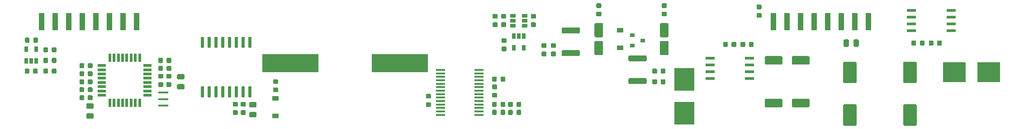
<source format=gbr>
G04 #@! TF.GenerationSoftware,KiCad,Pcbnew,(5.1.4)-1*
G04 #@! TF.CreationDate,2019-11-12T21:59:56+01:00*
G04 #@! TF.ProjectId,Controller,436f6e74-726f-46c6-9c65-722e6b696361,rev?*
G04 #@! TF.SameCoordinates,Original*
G04 #@! TF.FileFunction,Paste,Bot*
G04 #@! TF.FilePolarity,Positive*
%FSLAX46Y46*%
G04 Gerber Fmt 4.6, Leading zero omitted, Abs format (unit mm)*
G04 Created by KiCad (PCBNEW (5.1.4)-1) date 2019-11-12 21:59:56*
%MOMM*%
%LPD*%
G04 APERTURE LIST*
%ADD10R,10.500000X3.500000*%
%ADD11C,0.100000*%
%ADD12C,0.875000*%
%ADD13C,1.125000*%
%ADD14R,1.200000X0.900000*%
%ADD15R,0.650000X1.060000*%
%ADD16R,1.000000X3.200000*%
%ADD17R,1.900000X0.400000*%
%ADD18R,1.060000X0.650000*%
%ADD19C,0.600000*%
%ADD20R,0.550000X1.600000*%
%ADD21R,1.600000X0.550000*%
%ADD22R,1.750000X0.450000*%
%ADD23R,0.900000X0.800000*%
%ADD24R,1.750000X0.550000*%
%ADD25C,0.975000*%
%ADD26R,3.810000X4.240000*%
%ADD27R,4.240000X3.810000*%
%ADD28C,1.600000*%
%ADD29C,2.500000*%
G04 APERTURE END LIST*
D10*
X120750000Y-105500000D03*
X141250000Y-105500000D03*
D11*
G36*
X71752691Y-100726053D02*
G01*
X71773926Y-100729203D01*
X71794750Y-100734419D01*
X71814962Y-100741651D01*
X71834368Y-100750830D01*
X71852781Y-100761866D01*
X71870024Y-100774654D01*
X71885930Y-100789070D01*
X71900346Y-100804976D01*
X71913134Y-100822219D01*
X71924170Y-100840632D01*
X71933349Y-100860038D01*
X71940581Y-100880250D01*
X71945797Y-100901074D01*
X71948947Y-100922309D01*
X71950000Y-100943750D01*
X71950000Y-101456250D01*
X71948947Y-101477691D01*
X71945797Y-101498926D01*
X71940581Y-101519750D01*
X71933349Y-101539962D01*
X71924170Y-101559368D01*
X71913134Y-101577781D01*
X71900346Y-101595024D01*
X71885930Y-101610930D01*
X71870024Y-101625346D01*
X71852781Y-101638134D01*
X71834368Y-101649170D01*
X71814962Y-101658349D01*
X71794750Y-101665581D01*
X71773926Y-101670797D01*
X71752691Y-101673947D01*
X71731250Y-101675000D01*
X71293750Y-101675000D01*
X71272309Y-101673947D01*
X71251074Y-101670797D01*
X71230250Y-101665581D01*
X71210038Y-101658349D01*
X71190632Y-101649170D01*
X71172219Y-101638134D01*
X71154976Y-101625346D01*
X71139070Y-101610930D01*
X71124654Y-101595024D01*
X71111866Y-101577781D01*
X71100830Y-101559368D01*
X71091651Y-101539962D01*
X71084419Y-101519750D01*
X71079203Y-101498926D01*
X71076053Y-101477691D01*
X71075000Y-101456250D01*
X71075000Y-100943750D01*
X71076053Y-100922309D01*
X71079203Y-100901074D01*
X71084419Y-100880250D01*
X71091651Y-100860038D01*
X71100830Y-100840632D01*
X71111866Y-100822219D01*
X71124654Y-100804976D01*
X71139070Y-100789070D01*
X71154976Y-100774654D01*
X71172219Y-100761866D01*
X71190632Y-100750830D01*
X71210038Y-100741651D01*
X71230250Y-100734419D01*
X71251074Y-100729203D01*
X71272309Y-100726053D01*
X71293750Y-100725000D01*
X71731250Y-100725000D01*
X71752691Y-100726053D01*
X71752691Y-100726053D01*
G37*
D12*
X71512500Y-101200000D03*
D11*
G36*
X73327691Y-100726053D02*
G01*
X73348926Y-100729203D01*
X73369750Y-100734419D01*
X73389962Y-100741651D01*
X73409368Y-100750830D01*
X73427781Y-100761866D01*
X73445024Y-100774654D01*
X73460930Y-100789070D01*
X73475346Y-100804976D01*
X73488134Y-100822219D01*
X73499170Y-100840632D01*
X73508349Y-100860038D01*
X73515581Y-100880250D01*
X73520797Y-100901074D01*
X73523947Y-100922309D01*
X73525000Y-100943750D01*
X73525000Y-101456250D01*
X73523947Y-101477691D01*
X73520797Y-101498926D01*
X73515581Y-101519750D01*
X73508349Y-101539962D01*
X73499170Y-101559368D01*
X73488134Y-101577781D01*
X73475346Y-101595024D01*
X73460930Y-101610930D01*
X73445024Y-101625346D01*
X73427781Y-101638134D01*
X73409368Y-101649170D01*
X73389962Y-101658349D01*
X73369750Y-101665581D01*
X73348926Y-101670797D01*
X73327691Y-101673947D01*
X73306250Y-101675000D01*
X72868750Y-101675000D01*
X72847309Y-101673947D01*
X72826074Y-101670797D01*
X72805250Y-101665581D01*
X72785038Y-101658349D01*
X72765632Y-101649170D01*
X72747219Y-101638134D01*
X72729976Y-101625346D01*
X72714070Y-101610930D01*
X72699654Y-101595024D01*
X72686866Y-101577781D01*
X72675830Y-101559368D01*
X72666651Y-101539962D01*
X72659419Y-101519750D01*
X72654203Y-101498926D01*
X72651053Y-101477691D01*
X72650000Y-101456250D01*
X72650000Y-100943750D01*
X72651053Y-100922309D01*
X72654203Y-100901074D01*
X72659419Y-100880250D01*
X72666651Y-100860038D01*
X72675830Y-100840632D01*
X72686866Y-100822219D01*
X72699654Y-100804976D01*
X72714070Y-100789070D01*
X72729976Y-100774654D01*
X72747219Y-100761866D01*
X72765632Y-100750830D01*
X72785038Y-100741651D01*
X72805250Y-100734419D01*
X72826074Y-100729203D01*
X72847309Y-100726053D01*
X72868750Y-100725000D01*
X73306250Y-100725000D01*
X73327691Y-100726053D01*
X73327691Y-100726053D01*
G37*
D12*
X73087500Y-101200000D03*
D11*
G36*
X76777691Y-106526053D02*
G01*
X76798926Y-106529203D01*
X76819750Y-106534419D01*
X76839962Y-106541651D01*
X76859368Y-106550830D01*
X76877781Y-106561866D01*
X76895024Y-106574654D01*
X76910930Y-106589070D01*
X76925346Y-106604976D01*
X76938134Y-106622219D01*
X76949170Y-106640632D01*
X76958349Y-106660038D01*
X76965581Y-106680250D01*
X76970797Y-106701074D01*
X76973947Y-106722309D01*
X76975000Y-106743750D01*
X76975000Y-107256250D01*
X76973947Y-107277691D01*
X76970797Y-107298926D01*
X76965581Y-107319750D01*
X76958349Y-107339962D01*
X76949170Y-107359368D01*
X76938134Y-107377781D01*
X76925346Y-107395024D01*
X76910930Y-107410930D01*
X76895024Y-107425346D01*
X76877781Y-107438134D01*
X76859368Y-107449170D01*
X76839962Y-107458349D01*
X76819750Y-107465581D01*
X76798926Y-107470797D01*
X76777691Y-107473947D01*
X76756250Y-107475000D01*
X76318750Y-107475000D01*
X76297309Y-107473947D01*
X76276074Y-107470797D01*
X76255250Y-107465581D01*
X76235038Y-107458349D01*
X76215632Y-107449170D01*
X76197219Y-107438134D01*
X76179976Y-107425346D01*
X76164070Y-107410930D01*
X76149654Y-107395024D01*
X76136866Y-107377781D01*
X76125830Y-107359368D01*
X76116651Y-107339962D01*
X76109419Y-107319750D01*
X76104203Y-107298926D01*
X76101053Y-107277691D01*
X76100000Y-107256250D01*
X76100000Y-106743750D01*
X76101053Y-106722309D01*
X76104203Y-106701074D01*
X76109419Y-106680250D01*
X76116651Y-106660038D01*
X76125830Y-106640632D01*
X76136866Y-106622219D01*
X76149654Y-106604976D01*
X76164070Y-106589070D01*
X76179976Y-106574654D01*
X76197219Y-106561866D01*
X76215632Y-106550830D01*
X76235038Y-106541651D01*
X76255250Y-106534419D01*
X76276074Y-106529203D01*
X76297309Y-106526053D01*
X76318750Y-106525000D01*
X76756250Y-106525000D01*
X76777691Y-106526053D01*
X76777691Y-106526053D01*
G37*
D12*
X76537500Y-107000000D03*
D11*
G36*
X75202691Y-106526053D02*
G01*
X75223926Y-106529203D01*
X75244750Y-106534419D01*
X75264962Y-106541651D01*
X75284368Y-106550830D01*
X75302781Y-106561866D01*
X75320024Y-106574654D01*
X75335930Y-106589070D01*
X75350346Y-106604976D01*
X75363134Y-106622219D01*
X75374170Y-106640632D01*
X75383349Y-106660038D01*
X75390581Y-106680250D01*
X75395797Y-106701074D01*
X75398947Y-106722309D01*
X75400000Y-106743750D01*
X75400000Y-107256250D01*
X75398947Y-107277691D01*
X75395797Y-107298926D01*
X75390581Y-107319750D01*
X75383349Y-107339962D01*
X75374170Y-107359368D01*
X75363134Y-107377781D01*
X75350346Y-107395024D01*
X75335930Y-107410930D01*
X75320024Y-107425346D01*
X75302781Y-107438134D01*
X75284368Y-107449170D01*
X75264962Y-107458349D01*
X75244750Y-107465581D01*
X75223926Y-107470797D01*
X75202691Y-107473947D01*
X75181250Y-107475000D01*
X74743750Y-107475000D01*
X74722309Y-107473947D01*
X74701074Y-107470797D01*
X74680250Y-107465581D01*
X74660038Y-107458349D01*
X74640632Y-107449170D01*
X74622219Y-107438134D01*
X74604976Y-107425346D01*
X74589070Y-107410930D01*
X74574654Y-107395024D01*
X74561866Y-107377781D01*
X74550830Y-107359368D01*
X74541651Y-107339962D01*
X74534419Y-107319750D01*
X74529203Y-107298926D01*
X74526053Y-107277691D01*
X74525000Y-107256250D01*
X74525000Y-106743750D01*
X74526053Y-106722309D01*
X74529203Y-106701074D01*
X74534419Y-106680250D01*
X74541651Y-106660038D01*
X74550830Y-106640632D01*
X74561866Y-106622219D01*
X74574654Y-106604976D01*
X74589070Y-106589070D01*
X74604976Y-106574654D01*
X74622219Y-106561866D01*
X74640632Y-106550830D01*
X74660038Y-106541651D01*
X74680250Y-106534419D01*
X74701074Y-106529203D01*
X74722309Y-106526053D01*
X74743750Y-106525000D01*
X75181250Y-106525000D01*
X75202691Y-106526053D01*
X75202691Y-106526053D01*
G37*
D12*
X74962500Y-107000000D03*
D11*
G36*
X174724505Y-103076204D02*
G01*
X174748773Y-103079804D01*
X174772572Y-103085765D01*
X174795671Y-103094030D01*
X174817850Y-103104520D01*
X174838893Y-103117132D01*
X174858599Y-103131747D01*
X174876777Y-103148223D01*
X174893253Y-103166401D01*
X174907868Y-103186107D01*
X174920480Y-103207150D01*
X174930970Y-103229329D01*
X174939235Y-103252428D01*
X174945196Y-103276227D01*
X174948796Y-103300495D01*
X174950000Y-103324999D01*
X174950000Y-103950001D01*
X174948796Y-103974505D01*
X174945196Y-103998773D01*
X174939235Y-104022572D01*
X174930970Y-104045671D01*
X174920480Y-104067850D01*
X174907868Y-104088893D01*
X174893253Y-104108599D01*
X174876777Y-104126777D01*
X174858599Y-104143253D01*
X174838893Y-104157868D01*
X174817850Y-104170480D01*
X174795671Y-104180970D01*
X174772572Y-104189235D01*
X174748773Y-104195196D01*
X174724505Y-104198796D01*
X174700001Y-104200000D01*
X171799999Y-104200000D01*
X171775495Y-104198796D01*
X171751227Y-104195196D01*
X171727428Y-104189235D01*
X171704329Y-104180970D01*
X171682150Y-104170480D01*
X171661107Y-104157868D01*
X171641401Y-104143253D01*
X171623223Y-104126777D01*
X171606747Y-104108599D01*
X171592132Y-104088893D01*
X171579520Y-104067850D01*
X171569030Y-104045671D01*
X171560765Y-104022572D01*
X171554804Y-103998773D01*
X171551204Y-103974505D01*
X171550000Y-103950001D01*
X171550000Y-103324999D01*
X171551204Y-103300495D01*
X171554804Y-103276227D01*
X171560765Y-103252428D01*
X171569030Y-103229329D01*
X171579520Y-103207150D01*
X171592132Y-103186107D01*
X171606747Y-103166401D01*
X171623223Y-103148223D01*
X171641401Y-103131747D01*
X171661107Y-103117132D01*
X171682150Y-103104520D01*
X171704329Y-103094030D01*
X171727428Y-103085765D01*
X171751227Y-103079804D01*
X171775495Y-103076204D01*
X171799999Y-103075000D01*
X174700001Y-103075000D01*
X174724505Y-103076204D01*
X174724505Y-103076204D01*
G37*
D13*
X173250000Y-103637500D03*
D11*
G36*
X174724505Y-98801204D02*
G01*
X174748773Y-98804804D01*
X174772572Y-98810765D01*
X174795671Y-98819030D01*
X174817850Y-98829520D01*
X174838893Y-98842132D01*
X174858599Y-98856747D01*
X174876777Y-98873223D01*
X174893253Y-98891401D01*
X174907868Y-98911107D01*
X174920480Y-98932150D01*
X174930970Y-98954329D01*
X174939235Y-98977428D01*
X174945196Y-99001227D01*
X174948796Y-99025495D01*
X174950000Y-99049999D01*
X174950000Y-99675001D01*
X174948796Y-99699505D01*
X174945196Y-99723773D01*
X174939235Y-99747572D01*
X174930970Y-99770671D01*
X174920480Y-99792850D01*
X174907868Y-99813893D01*
X174893253Y-99833599D01*
X174876777Y-99851777D01*
X174858599Y-99868253D01*
X174838893Y-99882868D01*
X174817850Y-99895480D01*
X174795671Y-99905970D01*
X174772572Y-99914235D01*
X174748773Y-99920196D01*
X174724505Y-99923796D01*
X174700001Y-99925000D01*
X171799999Y-99925000D01*
X171775495Y-99923796D01*
X171751227Y-99920196D01*
X171727428Y-99914235D01*
X171704329Y-99905970D01*
X171682150Y-99895480D01*
X171661107Y-99882868D01*
X171641401Y-99868253D01*
X171623223Y-99851777D01*
X171606747Y-99833599D01*
X171592132Y-99813893D01*
X171579520Y-99792850D01*
X171569030Y-99770671D01*
X171560765Y-99747572D01*
X171554804Y-99723773D01*
X171551204Y-99699505D01*
X171550000Y-99675001D01*
X171550000Y-99049999D01*
X171551204Y-99025495D01*
X171554804Y-99001227D01*
X171560765Y-98977428D01*
X171569030Y-98954329D01*
X171579520Y-98932150D01*
X171592132Y-98911107D01*
X171606747Y-98891401D01*
X171623223Y-98873223D01*
X171641401Y-98856747D01*
X171661107Y-98842132D01*
X171682150Y-98829520D01*
X171704329Y-98819030D01*
X171727428Y-98810765D01*
X171751227Y-98804804D01*
X171775495Y-98801204D01*
X171799999Y-98800000D01*
X174700001Y-98800000D01*
X174724505Y-98801204D01*
X174724505Y-98801204D01*
G37*
D13*
X173250000Y-99362500D03*
D11*
G36*
X187224505Y-108326204D02*
G01*
X187248773Y-108329804D01*
X187272572Y-108335765D01*
X187295671Y-108344030D01*
X187317850Y-108354520D01*
X187338893Y-108367132D01*
X187358599Y-108381747D01*
X187376777Y-108398223D01*
X187393253Y-108416401D01*
X187407868Y-108436107D01*
X187420480Y-108457150D01*
X187430970Y-108479329D01*
X187439235Y-108502428D01*
X187445196Y-108526227D01*
X187448796Y-108550495D01*
X187450000Y-108574999D01*
X187450000Y-109200001D01*
X187448796Y-109224505D01*
X187445196Y-109248773D01*
X187439235Y-109272572D01*
X187430970Y-109295671D01*
X187420480Y-109317850D01*
X187407868Y-109338893D01*
X187393253Y-109358599D01*
X187376777Y-109376777D01*
X187358599Y-109393253D01*
X187338893Y-109407868D01*
X187317850Y-109420480D01*
X187295671Y-109430970D01*
X187272572Y-109439235D01*
X187248773Y-109445196D01*
X187224505Y-109448796D01*
X187200001Y-109450000D01*
X184299999Y-109450000D01*
X184275495Y-109448796D01*
X184251227Y-109445196D01*
X184227428Y-109439235D01*
X184204329Y-109430970D01*
X184182150Y-109420480D01*
X184161107Y-109407868D01*
X184141401Y-109393253D01*
X184123223Y-109376777D01*
X184106747Y-109358599D01*
X184092132Y-109338893D01*
X184079520Y-109317850D01*
X184069030Y-109295671D01*
X184060765Y-109272572D01*
X184054804Y-109248773D01*
X184051204Y-109224505D01*
X184050000Y-109200001D01*
X184050000Y-108574999D01*
X184051204Y-108550495D01*
X184054804Y-108526227D01*
X184060765Y-108502428D01*
X184069030Y-108479329D01*
X184079520Y-108457150D01*
X184092132Y-108436107D01*
X184106747Y-108416401D01*
X184123223Y-108398223D01*
X184141401Y-108381747D01*
X184161107Y-108367132D01*
X184182150Y-108354520D01*
X184204329Y-108344030D01*
X184227428Y-108335765D01*
X184251227Y-108329804D01*
X184275495Y-108326204D01*
X184299999Y-108325000D01*
X187200001Y-108325000D01*
X187224505Y-108326204D01*
X187224505Y-108326204D01*
G37*
D13*
X185750000Y-108887500D03*
D11*
G36*
X187224505Y-104051204D02*
G01*
X187248773Y-104054804D01*
X187272572Y-104060765D01*
X187295671Y-104069030D01*
X187317850Y-104079520D01*
X187338893Y-104092132D01*
X187358599Y-104106747D01*
X187376777Y-104123223D01*
X187393253Y-104141401D01*
X187407868Y-104161107D01*
X187420480Y-104182150D01*
X187430970Y-104204329D01*
X187439235Y-104227428D01*
X187445196Y-104251227D01*
X187448796Y-104275495D01*
X187450000Y-104299999D01*
X187450000Y-104925001D01*
X187448796Y-104949505D01*
X187445196Y-104973773D01*
X187439235Y-104997572D01*
X187430970Y-105020671D01*
X187420480Y-105042850D01*
X187407868Y-105063893D01*
X187393253Y-105083599D01*
X187376777Y-105101777D01*
X187358599Y-105118253D01*
X187338893Y-105132868D01*
X187317850Y-105145480D01*
X187295671Y-105155970D01*
X187272572Y-105164235D01*
X187248773Y-105170196D01*
X187224505Y-105173796D01*
X187200001Y-105175000D01*
X184299999Y-105175000D01*
X184275495Y-105173796D01*
X184251227Y-105170196D01*
X184227428Y-105164235D01*
X184204329Y-105155970D01*
X184182150Y-105145480D01*
X184161107Y-105132868D01*
X184141401Y-105118253D01*
X184123223Y-105101777D01*
X184106747Y-105083599D01*
X184092132Y-105063893D01*
X184079520Y-105042850D01*
X184069030Y-105020671D01*
X184060765Y-104997572D01*
X184054804Y-104973773D01*
X184051204Y-104949505D01*
X184050000Y-104925001D01*
X184050000Y-104299999D01*
X184051204Y-104275495D01*
X184054804Y-104251227D01*
X184060765Y-104227428D01*
X184069030Y-104204329D01*
X184079520Y-104182150D01*
X184092132Y-104161107D01*
X184106747Y-104141401D01*
X184123223Y-104123223D01*
X184141401Y-104106747D01*
X184161107Y-104092132D01*
X184182150Y-104079520D01*
X184204329Y-104069030D01*
X184227428Y-104060765D01*
X184251227Y-104054804D01*
X184275495Y-104051204D01*
X184299999Y-104050000D01*
X187200001Y-104050000D01*
X187224505Y-104051204D01*
X187224505Y-104051204D01*
G37*
D13*
X185750000Y-104612500D03*
D11*
G36*
X96702691Y-106026053D02*
G01*
X96723926Y-106029203D01*
X96744750Y-106034419D01*
X96764962Y-106041651D01*
X96784368Y-106050830D01*
X96802781Y-106061866D01*
X96820024Y-106074654D01*
X96835930Y-106089070D01*
X96850346Y-106104976D01*
X96863134Y-106122219D01*
X96874170Y-106140632D01*
X96883349Y-106160038D01*
X96890581Y-106180250D01*
X96895797Y-106201074D01*
X96898947Y-106222309D01*
X96900000Y-106243750D01*
X96900000Y-106756250D01*
X96898947Y-106777691D01*
X96895797Y-106798926D01*
X96890581Y-106819750D01*
X96883349Y-106839962D01*
X96874170Y-106859368D01*
X96863134Y-106877781D01*
X96850346Y-106895024D01*
X96835930Y-106910930D01*
X96820024Y-106925346D01*
X96802781Y-106938134D01*
X96784368Y-106949170D01*
X96764962Y-106958349D01*
X96744750Y-106965581D01*
X96723926Y-106970797D01*
X96702691Y-106973947D01*
X96681250Y-106975000D01*
X96243750Y-106975000D01*
X96222309Y-106973947D01*
X96201074Y-106970797D01*
X96180250Y-106965581D01*
X96160038Y-106958349D01*
X96140632Y-106949170D01*
X96122219Y-106938134D01*
X96104976Y-106925346D01*
X96089070Y-106910930D01*
X96074654Y-106895024D01*
X96061866Y-106877781D01*
X96050830Y-106859368D01*
X96041651Y-106839962D01*
X96034419Y-106819750D01*
X96029203Y-106798926D01*
X96026053Y-106777691D01*
X96025000Y-106756250D01*
X96025000Y-106243750D01*
X96026053Y-106222309D01*
X96029203Y-106201074D01*
X96034419Y-106180250D01*
X96041651Y-106160038D01*
X96050830Y-106140632D01*
X96061866Y-106122219D01*
X96074654Y-106104976D01*
X96089070Y-106089070D01*
X96104976Y-106074654D01*
X96122219Y-106061866D01*
X96140632Y-106050830D01*
X96160038Y-106041651D01*
X96180250Y-106034419D01*
X96201074Y-106029203D01*
X96222309Y-106026053D01*
X96243750Y-106025000D01*
X96681250Y-106025000D01*
X96702691Y-106026053D01*
X96702691Y-106026053D01*
G37*
D12*
X96462500Y-106500000D03*
D11*
G36*
X98277691Y-106026053D02*
G01*
X98298926Y-106029203D01*
X98319750Y-106034419D01*
X98339962Y-106041651D01*
X98359368Y-106050830D01*
X98377781Y-106061866D01*
X98395024Y-106074654D01*
X98410930Y-106089070D01*
X98425346Y-106104976D01*
X98438134Y-106122219D01*
X98449170Y-106140632D01*
X98458349Y-106160038D01*
X98465581Y-106180250D01*
X98470797Y-106201074D01*
X98473947Y-106222309D01*
X98475000Y-106243750D01*
X98475000Y-106756250D01*
X98473947Y-106777691D01*
X98470797Y-106798926D01*
X98465581Y-106819750D01*
X98458349Y-106839962D01*
X98449170Y-106859368D01*
X98438134Y-106877781D01*
X98425346Y-106895024D01*
X98410930Y-106910930D01*
X98395024Y-106925346D01*
X98377781Y-106938134D01*
X98359368Y-106949170D01*
X98339962Y-106958349D01*
X98319750Y-106965581D01*
X98298926Y-106970797D01*
X98277691Y-106973947D01*
X98256250Y-106975000D01*
X97818750Y-106975000D01*
X97797309Y-106973947D01*
X97776074Y-106970797D01*
X97755250Y-106965581D01*
X97735038Y-106958349D01*
X97715632Y-106949170D01*
X97697219Y-106938134D01*
X97679976Y-106925346D01*
X97664070Y-106910930D01*
X97649654Y-106895024D01*
X97636866Y-106877781D01*
X97625830Y-106859368D01*
X97616651Y-106839962D01*
X97609419Y-106819750D01*
X97604203Y-106798926D01*
X97601053Y-106777691D01*
X97600000Y-106756250D01*
X97600000Y-106243750D01*
X97601053Y-106222309D01*
X97604203Y-106201074D01*
X97609419Y-106180250D01*
X97616651Y-106160038D01*
X97625830Y-106140632D01*
X97636866Y-106122219D01*
X97649654Y-106104976D01*
X97664070Y-106089070D01*
X97679976Y-106074654D01*
X97697219Y-106061866D01*
X97715632Y-106050830D01*
X97735038Y-106041651D01*
X97755250Y-106034419D01*
X97776074Y-106029203D01*
X97797309Y-106026053D01*
X97818750Y-106025000D01*
X98256250Y-106025000D01*
X98277691Y-106026053D01*
X98277691Y-106026053D01*
G37*
D12*
X98037500Y-106500000D03*
D14*
X118000000Y-115400000D03*
X118000000Y-112100000D03*
D11*
G36*
X75202691Y-104526053D02*
G01*
X75223926Y-104529203D01*
X75244750Y-104534419D01*
X75264962Y-104541651D01*
X75284368Y-104550830D01*
X75302781Y-104561866D01*
X75320024Y-104574654D01*
X75335930Y-104589070D01*
X75350346Y-104604976D01*
X75363134Y-104622219D01*
X75374170Y-104640632D01*
X75383349Y-104660038D01*
X75390581Y-104680250D01*
X75395797Y-104701074D01*
X75398947Y-104722309D01*
X75400000Y-104743750D01*
X75400000Y-105256250D01*
X75398947Y-105277691D01*
X75395797Y-105298926D01*
X75390581Y-105319750D01*
X75383349Y-105339962D01*
X75374170Y-105359368D01*
X75363134Y-105377781D01*
X75350346Y-105395024D01*
X75335930Y-105410930D01*
X75320024Y-105425346D01*
X75302781Y-105438134D01*
X75284368Y-105449170D01*
X75264962Y-105458349D01*
X75244750Y-105465581D01*
X75223926Y-105470797D01*
X75202691Y-105473947D01*
X75181250Y-105475000D01*
X74743750Y-105475000D01*
X74722309Y-105473947D01*
X74701074Y-105470797D01*
X74680250Y-105465581D01*
X74660038Y-105458349D01*
X74640632Y-105449170D01*
X74622219Y-105438134D01*
X74604976Y-105425346D01*
X74589070Y-105410930D01*
X74574654Y-105395024D01*
X74561866Y-105377781D01*
X74550830Y-105359368D01*
X74541651Y-105339962D01*
X74534419Y-105319750D01*
X74529203Y-105298926D01*
X74526053Y-105277691D01*
X74525000Y-105256250D01*
X74525000Y-104743750D01*
X74526053Y-104722309D01*
X74529203Y-104701074D01*
X74534419Y-104680250D01*
X74541651Y-104660038D01*
X74550830Y-104640632D01*
X74561866Y-104622219D01*
X74574654Y-104604976D01*
X74589070Y-104589070D01*
X74604976Y-104574654D01*
X74622219Y-104561866D01*
X74640632Y-104550830D01*
X74660038Y-104541651D01*
X74680250Y-104534419D01*
X74701074Y-104529203D01*
X74722309Y-104526053D01*
X74743750Y-104525000D01*
X75181250Y-104525000D01*
X75202691Y-104526053D01*
X75202691Y-104526053D01*
G37*
D12*
X74962500Y-105000000D03*
D11*
G36*
X76777691Y-104526053D02*
G01*
X76798926Y-104529203D01*
X76819750Y-104534419D01*
X76839962Y-104541651D01*
X76859368Y-104550830D01*
X76877781Y-104561866D01*
X76895024Y-104574654D01*
X76910930Y-104589070D01*
X76925346Y-104604976D01*
X76938134Y-104622219D01*
X76949170Y-104640632D01*
X76958349Y-104660038D01*
X76965581Y-104680250D01*
X76970797Y-104701074D01*
X76973947Y-104722309D01*
X76975000Y-104743750D01*
X76975000Y-105256250D01*
X76973947Y-105277691D01*
X76970797Y-105298926D01*
X76965581Y-105319750D01*
X76958349Y-105339962D01*
X76949170Y-105359368D01*
X76938134Y-105377781D01*
X76925346Y-105395024D01*
X76910930Y-105410930D01*
X76895024Y-105425346D01*
X76877781Y-105438134D01*
X76859368Y-105449170D01*
X76839962Y-105458349D01*
X76819750Y-105465581D01*
X76798926Y-105470797D01*
X76777691Y-105473947D01*
X76756250Y-105475000D01*
X76318750Y-105475000D01*
X76297309Y-105473947D01*
X76276074Y-105470797D01*
X76255250Y-105465581D01*
X76235038Y-105458349D01*
X76215632Y-105449170D01*
X76197219Y-105438134D01*
X76179976Y-105425346D01*
X76164070Y-105410930D01*
X76149654Y-105395024D01*
X76136866Y-105377781D01*
X76125830Y-105359368D01*
X76116651Y-105339962D01*
X76109419Y-105319750D01*
X76104203Y-105298926D01*
X76101053Y-105277691D01*
X76100000Y-105256250D01*
X76100000Y-104743750D01*
X76101053Y-104722309D01*
X76104203Y-104701074D01*
X76109419Y-104680250D01*
X76116651Y-104660038D01*
X76125830Y-104640632D01*
X76136866Y-104622219D01*
X76149654Y-104604976D01*
X76164070Y-104589070D01*
X76179976Y-104574654D01*
X76197219Y-104561866D01*
X76215632Y-104550830D01*
X76235038Y-104541651D01*
X76255250Y-104534419D01*
X76276074Y-104529203D01*
X76297309Y-104526053D01*
X76318750Y-104525000D01*
X76756250Y-104525000D01*
X76777691Y-104526053D01*
X76777691Y-104526053D01*
G37*
D12*
X76537500Y-105000000D03*
D15*
X73200000Y-102900000D03*
X71300000Y-102900000D03*
X71300000Y-105100000D03*
X72250000Y-105100000D03*
X73200000Y-105100000D03*
D11*
G36*
X71702691Y-106526053D02*
G01*
X71723926Y-106529203D01*
X71744750Y-106534419D01*
X71764962Y-106541651D01*
X71784368Y-106550830D01*
X71802781Y-106561866D01*
X71820024Y-106574654D01*
X71835930Y-106589070D01*
X71850346Y-106604976D01*
X71863134Y-106622219D01*
X71874170Y-106640632D01*
X71883349Y-106660038D01*
X71890581Y-106680250D01*
X71895797Y-106701074D01*
X71898947Y-106722309D01*
X71900000Y-106743750D01*
X71900000Y-107256250D01*
X71898947Y-107277691D01*
X71895797Y-107298926D01*
X71890581Y-107319750D01*
X71883349Y-107339962D01*
X71874170Y-107359368D01*
X71863134Y-107377781D01*
X71850346Y-107395024D01*
X71835930Y-107410930D01*
X71820024Y-107425346D01*
X71802781Y-107438134D01*
X71784368Y-107449170D01*
X71764962Y-107458349D01*
X71744750Y-107465581D01*
X71723926Y-107470797D01*
X71702691Y-107473947D01*
X71681250Y-107475000D01*
X71243750Y-107475000D01*
X71222309Y-107473947D01*
X71201074Y-107470797D01*
X71180250Y-107465581D01*
X71160038Y-107458349D01*
X71140632Y-107449170D01*
X71122219Y-107438134D01*
X71104976Y-107425346D01*
X71089070Y-107410930D01*
X71074654Y-107395024D01*
X71061866Y-107377781D01*
X71050830Y-107359368D01*
X71041651Y-107339962D01*
X71034419Y-107319750D01*
X71029203Y-107298926D01*
X71026053Y-107277691D01*
X71025000Y-107256250D01*
X71025000Y-106743750D01*
X71026053Y-106722309D01*
X71029203Y-106701074D01*
X71034419Y-106680250D01*
X71041651Y-106660038D01*
X71050830Y-106640632D01*
X71061866Y-106622219D01*
X71074654Y-106604976D01*
X71089070Y-106589070D01*
X71104976Y-106574654D01*
X71122219Y-106561866D01*
X71140632Y-106550830D01*
X71160038Y-106541651D01*
X71180250Y-106534419D01*
X71201074Y-106529203D01*
X71222309Y-106526053D01*
X71243750Y-106525000D01*
X71681250Y-106525000D01*
X71702691Y-106526053D01*
X71702691Y-106526053D01*
G37*
D12*
X71462500Y-107000000D03*
D11*
G36*
X73277691Y-106526053D02*
G01*
X73298926Y-106529203D01*
X73319750Y-106534419D01*
X73339962Y-106541651D01*
X73359368Y-106550830D01*
X73377781Y-106561866D01*
X73395024Y-106574654D01*
X73410930Y-106589070D01*
X73425346Y-106604976D01*
X73438134Y-106622219D01*
X73449170Y-106640632D01*
X73458349Y-106660038D01*
X73465581Y-106680250D01*
X73470797Y-106701074D01*
X73473947Y-106722309D01*
X73475000Y-106743750D01*
X73475000Y-107256250D01*
X73473947Y-107277691D01*
X73470797Y-107298926D01*
X73465581Y-107319750D01*
X73458349Y-107339962D01*
X73449170Y-107359368D01*
X73438134Y-107377781D01*
X73425346Y-107395024D01*
X73410930Y-107410930D01*
X73395024Y-107425346D01*
X73377781Y-107438134D01*
X73359368Y-107449170D01*
X73339962Y-107458349D01*
X73319750Y-107465581D01*
X73298926Y-107470797D01*
X73277691Y-107473947D01*
X73256250Y-107475000D01*
X72818750Y-107475000D01*
X72797309Y-107473947D01*
X72776074Y-107470797D01*
X72755250Y-107465581D01*
X72735038Y-107458349D01*
X72715632Y-107449170D01*
X72697219Y-107438134D01*
X72679976Y-107425346D01*
X72664070Y-107410930D01*
X72649654Y-107395024D01*
X72636866Y-107377781D01*
X72625830Y-107359368D01*
X72616651Y-107339962D01*
X72609419Y-107319750D01*
X72604203Y-107298926D01*
X72601053Y-107277691D01*
X72600000Y-107256250D01*
X72600000Y-106743750D01*
X72601053Y-106722309D01*
X72604203Y-106701074D01*
X72609419Y-106680250D01*
X72616651Y-106660038D01*
X72625830Y-106640632D01*
X72636866Y-106622219D01*
X72649654Y-106604976D01*
X72664070Y-106589070D01*
X72679976Y-106574654D01*
X72697219Y-106561866D01*
X72715632Y-106550830D01*
X72735038Y-106541651D01*
X72755250Y-106534419D01*
X72776074Y-106529203D01*
X72797309Y-106526053D01*
X72818750Y-106525000D01*
X73256250Y-106525000D01*
X73277691Y-106526053D01*
X73277691Y-106526053D01*
G37*
D12*
X73037500Y-107000000D03*
D11*
G36*
X98277691Y-107526053D02*
G01*
X98298926Y-107529203D01*
X98319750Y-107534419D01*
X98339962Y-107541651D01*
X98359368Y-107550830D01*
X98377781Y-107561866D01*
X98395024Y-107574654D01*
X98410930Y-107589070D01*
X98425346Y-107604976D01*
X98438134Y-107622219D01*
X98449170Y-107640632D01*
X98458349Y-107660038D01*
X98465581Y-107680250D01*
X98470797Y-107701074D01*
X98473947Y-107722309D01*
X98475000Y-107743750D01*
X98475000Y-108181250D01*
X98473947Y-108202691D01*
X98470797Y-108223926D01*
X98465581Y-108244750D01*
X98458349Y-108264962D01*
X98449170Y-108284368D01*
X98438134Y-108302781D01*
X98425346Y-108320024D01*
X98410930Y-108335930D01*
X98395024Y-108350346D01*
X98377781Y-108363134D01*
X98359368Y-108374170D01*
X98339962Y-108383349D01*
X98319750Y-108390581D01*
X98298926Y-108395797D01*
X98277691Y-108398947D01*
X98256250Y-108400000D01*
X97743750Y-108400000D01*
X97722309Y-108398947D01*
X97701074Y-108395797D01*
X97680250Y-108390581D01*
X97660038Y-108383349D01*
X97640632Y-108374170D01*
X97622219Y-108363134D01*
X97604976Y-108350346D01*
X97589070Y-108335930D01*
X97574654Y-108320024D01*
X97561866Y-108302781D01*
X97550830Y-108284368D01*
X97541651Y-108264962D01*
X97534419Y-108244750D01*
X97529203Y-108223926D01*
X97526053Y-108202691D01*
X97525000Y-108181250D01*
X97525000Y-107743750D01*
X97526053Y-107722309D01*
X97529203Y-107701074D01*
X97534419Y-107680250D01*
X97541651Y-107660038D01*
X97550830Y-107640632D01*
X97561866Y-107622219D01*
X97574654Y-107604976D01*
X97589070Y-107589070D01*
X97604976Y-107574654D01*
X97622219Y-107561866D01*
X97640632Y-107550830D01*
X97660038Y-107541651D01*
X97680250Y-107534419D01*
X97701074Y-107529203D01*
X97722309Y-107526053D01*
X97743750Y-107525000D01*
X98256250Y-107525000D01*
X98277691Y-107526053D01*
X98277691Y-107526053D01*
G37*
D12*
X98000000Y-107962500D03*
D11*
G36*
X98277691Y-109101053D02*
G01*
X98298926Y-109104203D01*
X98319750Y-109109419D01*
X98339962Y-109116651D01*
X98359368Y-109125830D01*
X98377781Y-109136866D01*
X98395024Y-109149654D01*
X98410930Y-109164070D01*
X98425346Y-109179976D01*
X98438134Y-109197219D01*
X98449170Y-109215632D01*
X98458349Y-109235038D01*
X98465581Y-109255250D01*
X98470797Y-109276074D01*
X98473947Y-109297309D01*
X98475000Y-109318750D01*
X98475000Y-109756250D01*
X98473947Y-109777691D01*
X98470797Y-109798926D01*
X98465581Y-109819750D01*
X98458349Y-109839962D01*
X98449170Y-109859368D01*
X98438134Y-109877781D01*
X98425346Y-109895024D01*
X98410930Y-109910930D01*
X98395024Y-109925346D01*
X98377781Y-109938134D01*
X98359368Y-109949170D01*
X98339962Y-109958349D01*
X98319750Y-109965581D01*
X98298926Y-109970797D01*
X98277691Y-109973947D01*
X98256250Y-109975000D01*
X97743750Y-109975000D01*
X97722309Y-109973947D01*
X97701074Y-109970797D01*
X97680250Y-109965581D01*
X97660038Y-109958349D01*
X97640632Y-109949170D01*
X97622219Y-109938134D01*
X97604976Y-109925346D01*
X97589070Y-109910930D01*
X97574654Y-109895024D01*
X97561866Y-109877781D01*
X97550830Y-109859368D01*
X97541651Y-109839962D01*
X97534419Y-109819750D01*
X97529203Y-109798926D01*
X97526053Y-109777691D01*
X97525000Y-109756250D01*
X97525000Y-109318750D01*
X97526053Y-109297309D01*
X97529203Y-109276074D01*
X97534419Y-109255250D01*
X97541651Y-109235038D01*
X97550830Y-109215632D01*
X97561866Y-109197219D01*
X97574654Y-109179976D01*
X97589070Y-109164070D01*
X97604976Y-109149654D01*
X97622219Y-109136866D01*
X97640632Y-109125830D01*
X97660038Y-109116651D01*
X97680250Y-109109419D01*
X97701074Y-109104203D01*
X97722309Y-109101053D01*
X97743750Y-109100000D01*
X98256250Y-109100000D01*
X98277691Y-109101053D01*
X98277691Y-109101053D01*
G37*
D12*
X98000000Y-109537500D03*
D11*
G36*
X159377691Y-97851053D02*
G01*
X159398926Y-97854203D01*
X159419750Y-97859419D01*
X159439962Y-97866651D01*
X159459368Y-97875830D01*
X159477781Y-97886866D01*
X159495024Y-97899654D01*
X159510930Y-97914070D01*
X159525346Y-97929976D01*
X159538134Y-97947219D01*
X159549170Y-97965632D01*
X159558349Y-97985038D01*
X159565581Y-98005250D01*
X159570797Y-98026074D01*
X159573947Y-98047309D01*
X159575000Y-98068750D01*
X159575000Y-98506250D01*
X159573947Y-98527691D01*
X159570797Y-98548926D01*
X159565581Y-98569750D01*
X159558349Y-98589962D01*
X159549170Y-98609368D01*
X159538134Y-98627781D01*
X159525346Y-98645024D01*
X159510930Y-98660930D01*
X159495024Y-98675346D01*
X159477781Y-98688134D01*
X159459368Y-98699170D01*
X159439962Y-98708349D01*
X159419750Y-98715581D01*
X159398926Y-98720797D01*
X159377691Y-98723947D01*
X159356250Y-98725000D01*
X158843750Y-98725000D01*
X158822309Y-98723947D01*
X158801074Y-98720797D01*
X158780250Y-98715581D01*
X158760038Y-98708349D01*
X158740632Y-98699170D01*
X158722219Y-98688134D01*
X158704976Y-98675346D01*
X158689070Y-98660930D01*
X158674654Y-98645024D01*
X158661866Y-98627781D01*
X158650830Y-98609368D01*
X158641651Y-98589962D01*
X158634419Y-98569750D01*
X158629203Y-98548926D01*
X158626053Y-98527691D01*
X158625000Y-98506250D01*
X158625000Y-98068750D01*
X158626053Y-98047309D01*
X158629203Y-98026074D01*
X158634419Y-98005250D01*
X158641651Y-97985038D01*
X158650830Y-97965632D01*
X158661866Y-97947219D01*
X158674654Y-97929976D01*
X158689070Y-97914070D01*
X158704976Y-97899654D01*
X158722219Y-97886866D01*
X158740632Y-97875830D01*
X158760038Y-97866651D01*
X158780250Y-97859419D01*
X158801074Y-97854203D01*
X158822309Y-97851053D01*
X158843750Y-97850000D01*
X159356250Y-97850000D01*
X159377691Y-97851053D01*
X159377691Y-97851053D01*
G37*
D12*
X159100000Y-98287500D03*
D11*
G36*
X159377691Y-96276053D02*
G01*
X159398926Y-96279203D01*
X159419750Y-96284419D01*
X159439962Y-96291651D01*
X159459368Y-96300830D01*
X159477781Y-96311866D01*
X159495024Y-96324654D01*
X159510930Y-96339070D01*
X159525346Y-96354976D01*
X159538134Y-96372219D01*
X159549170Y-96390632D01*
X159558349Y-96410038D01*
X159565581Y-96430250D01*
X159570797Y-96451074D01*
X159573947Y-96472309D01*
X159575000Y-96493750D01*
X159575000Y-96931250D01*
X159573947Y-96952691D01*
X159570797Y-96973926D01*
X159565581Y-96994750D01*
X159558349Y-97014962D01*
X159549170Y-97034368D01*
X159538134Y-97052781D01*
X159525346Y-97070024D01*
X159510930Y-97085930D01*
X159495024Y-97100346D01*
X159477781Y-97113134D01*
X159459368Y-97124170D01*
X159439962Y-97133349D01*
X159419750Y-97140581D01*
X159398926Y-97145797D01*
X159377691Y-97148947D01*
X159356250Y-97150000D01*
X158843750Y-97150000D01*
X158822309Y-97148947D01*
X158801074Y-97145797D01*
X158780250Y-97140581D01*
X158760038Y-97133349D01*
X158740632Y-97124170D01*
X158722219Y-97113134D01*
X158704976Y-97100346D01*
X158689070Y-97085930D01*
X158674654Y-97070024D01*
X158661866Y-97052781D01*
X158650830Y-97034368D01*
X158641651Y-97014962D01*
X158634419Y-96994750D01*
X158629203Y-96973926D01*
X158626053Y-96952691D01*
X158625000Y-96931250D01*
X158625000Y-96493750D01*
X158626053Y-96472309D01*
X158629203Y-96451074D01*
X158634419Y-96430250D01*
X158641651Y-96410038D01*
X158650830Y-96390632D01*
X158661866Y-96372219D01*
X158674654Y-96354976D01*
X158689070Y-96339070D01*
X158704976Y-96324654D01*
X158722219Y-96311866D01*
X158740632Y-96300830D01*
X158760038Y-96291651D01*
X158780250Y-96284419D01*
X158801074Y-96279203D01*
X158822309Y-96276053D01*
X158843750Y-96275000D01*
X159356250Y-96275000D01*
X159377691Y-96276053D01*
X159377691Y-96276053D01*
G37*
D12*
X159100000Y-96712500D03*
D11*
G36*
X118277691Y-110101053D02*
G01*
X118298926Y-110104203D01*
X118319750Y-110109419D01*
X118339962Y-110116651D01*
X118359368Y-110125830D01*
X118377781Y-110136866D01*
X118395024Y-110149654D01*
X118410930Y-110164070D01*
X118425346Y-110179976D01*
X118438134Y-110197219D01*
X118449170Y-110215632D01*
X118458349Y-110235038D01*
X118465581Y-110255250D01*
X118470797Y-110276074D01*
X118473947Y-110297309D01*
X118475000Y-110318750D01*
X118475000Y-110756250D01*
X118473947Y-110777691D01*
X118470797Y-110798926D01*
X118465581Y-110819750D01*
X118458349Y-110839962D01*
X118449170Y-110859368D01*
X118438134Y-110877781D01*
X118425346Y-110895024D01*
X118410930Y-110910930D01*
X118395024Y-110925346D01*
X118377781Y-110938134D01*
X118359368Y-110949170D01*
X118339962Y-110958349D01*
X118319750Y-110965581D01*
X118298926Y-110970797D01*
X118277691Y-110973947D01*
X118256250Y-110975000D01*
X117743750Y-110975000D01*
X117722309Y-110973947D01*
X117701074Y-110970797D01*
X117680250Y-110965581D01*
X117660038Y-110958349D01*
X117640632Y-110949170D01*
X117622219Y-110938134D01*
X117604976Y-110925346D01*
X117589070Y-110910930D01*
X117574654Y-110895024D01*
X117561866Y-110877781D01*
X117550830Y-110859368D01*
X117541651Y-110839962D01*
X117534419Y-110819750D01*
X117529203Y-110798926D01*
X117526053Y-110777691D01*
X117525000Y-110756250D01*
X117525000Y-110318750D01*
X117526053Y-110297309D01*
X117529203Y-110276074D01*
X117534419Y-110255250D01*
X117541651Y-110235038D01*
X117550830Y-110215632D01*
X117561866Y-110197219D01*
X117574654Y-110179976D01*
X117589070Y-110164070D01*
X117604976Y-110149654D01*
X117622219Y-110136866D01*
X117640632Y-110125830D01*
X117660038Y-110116651D01*
X117680250Y-110109419D01*
X117701074Y-110104203D01*
X117722309Y-110101053D01*
X117743750Y-110100000D01*
X118256250Y-110100000D01*
X118277691Y-110101053D01*
X118277691Y-110101053D01*
G37*
D12*
X118000000Y-110537500D03*
D11*
G36*
X118277691Y-108526053D02*
G01*
X118298926Y-108529203D01*
X118319750Y-108534419D01*
X118339962Y-108541651D01*
X118359368Y-108550830D01*
X118377781Y-108561866D01*
X118395024Y-108574654D01*
X118410930Y-108589070D01*
X118425346Y-108604976D01*
X118438134Y-108622219D01*
X118449170Y-108640632D01*
X118458349Y-108660038D01*
X118465581Y-108680250D01*
X118470797Y-108701074D01*
X118473947Y-108722309D01*
X118475000Y-108743750D01*
X118475000Y-109181250D01*
X118473947Y-109202691D01*
X118470797Y-109223926D01*
X118465581Y-109244750D01*
X118458349Y-109264962D01*
X118449170Y-109284368D01*
X118438134Y-109302781D01*
X118425346Y-109320024D01*
X118410930Y-109335930D01*
X118395024Y-109350346D01*
X118377781Y-109363134D01*
X118359368Y-109374170D01*
X118339962Y-109383349D01*
X118319750Y-109390581D01*
X118298926Y-109395797D01*
X118277691Y-109398947D01*
X118256250Y-109400000D01*
X117743750Y-109400000D01*
X117722309Y-109398947D01*
X117701074Y-109395797D01*
X117680250Y-109390581D01*
X117660038Y-109383349D01*
X117640632Y-109374170D01*
X117622219Y-109363134D01*
X117604976Y-109350346D01*
X117589070Y-109335930D01*
X117574654Y-109320024D01*
X117561866Y-109302781D01*
X117550830Y-109284368D01*
X117541651Y-109264962D01*
X117534419Y-109244750D01*
X117529203Y-109223926D01*
X117526053Y-109202691D01*
X117525000Y-109181250D01*
X117525000Y-108743750D01*
X117526053Y-108722309D01*
X117529203Y-108701074D01*
X117534419Y-108680250D01*
X117541651Y-108660038D01*
X117550830Y-108640632D01*
X117561866Y-108622219D01*
X117574654Y-108604976D01*
X117589070Y-108589070D01*
X117604976Y-108574654D01*
X117622219Y-108561866D01*
X117640632Y-108550830D01*
X117660038Y-108541651D01*
X117680250Y-108534419D01*
X117701074Y-108529203D01*
X117722309Y-108526053D01*
X117743750Y-108525000D01*
X118256250Y-108525000D01*
X118277691Y-108526053D01*
X118277691Y-108526053D01*
G37*
D12*
X118000000Y-108962500D03*
D11*
G36*
X96702691Y-104526053D02*
G01*
X96723926Y-104529203D01*
X96744750Y-104534419D01*
X96764962Y-104541651D01*
X96784368Y-104550830D01*
X96802781Y-104561866D01*
X96820024Y-104574654D01*
X96835930Y-104589070D01*
X96850346Y-104604976D01*
X96863134Y-104622219D01*
X96874170Y-104640632D01*
X96883349Y-104660038D01*
X96890581Y-104680250D01*
X96895797Y-104701074D01*
X96898947Y-104722309D01*
X96900000Y-104743750D01*
X96900000Y-105256250D01*
X96898947Y-105277691D01*
X96895797Y-105298926D01*
X96890581Y-105319750D01*
X96883349Y-105339962D01*
X96874170Y-105359368D01*
X96863134Y-105377781D01*
X96850346Y-105395024D01*
X96835930Y-105410930D01*
X96820024Y-105425346D01*
X96802781Y-105438134D01*
X96784368Y-105449170D01*
X96764962Y-105458349D01*
X96744750Y-105465581D01*
X96723926Y-105470797D01*
X96702691Y-105473947D01*
X96681250Y-105475000D01*
X96243750Y-105475000D01*
X96222309Y-105473947D01*
X96201074Y-105470797D01*
X96180250Y-105465581D01*
X96160038Y-105458349D01*
X96140632Y-105449170D01*
X96122219Y-105438134D01*
X96104976Y-105425346D01*
X96089070Y-105410930D01*
X96074654Y-105395024D01*
X96061866Y-105377781D01*
X96050830Y-105359368D01*
X96041651Y-105339962D01*
X96034419Y-105319750D01*
X96029203Y-105298926D01*
X96026053Y-105277691D01*
X96025000Y-105256250D01*
X96025000Y-104743750D01*
X96026053Y-104722309D01*
X96029203Y-104701074D01*
X96034419Y-104680250D01*
X96041651Y-104660038D01*
X96050830Y-104640632D01*
X96061866Y-104622219D01*
X96074654Y-104604976D01*
X96089070Y-104589070D01*
X96104976Y-104574654D01*
X96122219Y-104561866D01*
X96140632Y-104550830D01*
X96160038Y-104541651D01*
X96180250Y-104534419D01*
X96201074Y-104529203D01*
X96222309Y-104526053D01*
X96243750Y-104525000D01*
X96681250Y-104525000D01*
X96702691Y-104526053D01*
X96702691Y-104526053D01*
G37*
D12*
X96462500Y-105000000D03*
D11*
G36*
X98277691Y-104526053D02*
G01*
X98298926Y-104529203D01*
X98319750Y-104534419D01*
X98339962Y-104541651D01*
X98359368Y-104550830D01*
X98377781Y-104561866D01*
X98395024Y-104574654D01*
X98410930Y-104589070D01*
X98425346Y-104604976D01*
X98438134Y-104622219D01*
X98449170Y-104640632D01*
X98458349Y-104660038D01*
X98465581Y-104680250D01*
X98470797Y-104701074D01*
X98473947Y-104722309D01*
X98475000Y-104743750D01*
X98475000Y-105256250D01*
X98473947Y-105277691D01*
X98470797Y-105298926D01*
X98465581Y-105319750D01*
X98458349Y-105339962D01*
X98449170Y-105359368D01*
X98438134Y-105377781D01*
X98425346Y-105395024D01*
X98410930Y-105410930D01*
X98395024Y-105425346D01*
X98377781Y-105438134D01*
X98359368Y-105449170D01*
X98339962Y-105458349D01*
X98319750Y-105465581D01*
X98298926Y-105470797D01*
X98277691Y-105473947D01*
X98256250Y-105475000D01*
X97818750Y-105475000D01*
X97797309Y-105473947D01*
X97776074Y-105470797D01*
X97755250Y-105465581D01*
X97735038Y-105458349D01*
X97715632Y-105449170D01*
X97697219Y-105438134D01*
X97679976Y-105425346D01*
X97664070Y-105410930D01*
X97649654Y-105395024D01*
X97636866Y-105377781D01*
X97625830Y-105359368D01*
X97616651Y-105339962D01*
X97609419Y-105319750D01*
X97604203Y-105298926D01*
X97601053Y-105277691D01*
X97600000Y-105256250D01*
X97600000Y-104743750D01*
X97601053Y-104722309D01*
X97604203Y-104701074D01*
X97609419Y-104680250D01*
X97616651Y-104660038D01*
X97625830Y-104640632D01*
X97636866Y-104622219D01*
X97649654Y-104604976D01*
X97664070Y-104589070D01*
X97679976Y-104574654D01*
X97697219Y-104561866D01*
X97715632Y-104550830D01*
X97735038Y-104541651D01*
X97755250Y-104534419D01*
X97776074Y-104529203D01*
X97797309Y-104526053D01*
X97818750Y-104525000D01*
X98256250Y-104525000D01*
X98277691Y-104526053D01*
X98277691Y-104526053D01*
G37*
D12*
X98037500Y-105000000D03*
D11*
G36*
X83527691Y-107026053D02*
G01*
X83548926Y-107029203D01*
X83569750Y-107034419D01*
X83589962Y-107041651D01*
X83609368Y-107050830D01*
X83627781Y-107061866D01*
X83645024Y-107074654D01*
X83660930Y-107089070D01*
X83675346Y-107104976D01*
X83688134Y-107122219D01*
X83699170Y-107140632D01*
X83708349Y-107160038D01*
X83715581Y-107180250D01*
X83720797Y-107201074D01*
X83723947Y-107222309D01*
X83725000Y-107243750D01*
X83725000Y-107756250D01*
X83723947Y-107777691D01*
X83720797Y-107798926D01*
X83715581Y-107819750D01*
X83708349Y-107839962D01*
X83699170Y-107859368D01*
X83688134Y-107877781D01*
X83675346Y-107895024D01*
X83660930Y-107910930D01*
X83645024Y-107925346D01*
X83627781Y-107938134D01*
X83609368Y-107949170D01*
X83589962Y-107958349D01*
X83569750Y-107965581D01*
X83548926Y-107970797D01*
X83527691Y-107973947D01*
X83506250Y-107975000D01*
X83068750Y-107975000D01*
X83047309Y-107973947D01*
X83026074Y-107970797D01*
X83005250Y-107965581D01*
X82985038Y-107958349D01*
X82965632Y-107949170D01*
X82947219Y-107938134D01*
X82929976Y-107925346D01*
X82914070Y-107910930D01*
X82899654Y-107895024D01*
X82886866Y-107877781D01*
X82875830Y-107859368D01*
X82866651Y-107839962D01*
X82859419Y-107819750D01*
X82854203Y-107798926D01*
X82851053Y-107777691D01*
X82850000Y-107756250D01*
X82850000Y-107243750D01*
X82851053Y-107222309D01*
X82854203Y-107201074D01*
X82859419Y-107180250D01*
X82866651Y-107160038D01*
X82875830Y-107140632D01*
X82886866Y-107122219D01*
X82899654Y-107104976D01*
X82914070Y-107089070D01*
X82929976Y-107074654D01*
X82947219Y-107061866D01*
X82965632Y-107050830D01*
X82985038Y-107041651D01*
X83005250Y-107034419D01*
X83026074Y-107029203D01*
X83047309Y-107026053D01*
X83068750Y-107025000D01*
X83506250Y-107025000D01*
X83527691Y-107026053D01*
X83527691Y-107026053D01*
G37*
D12*
X83287500Y-107500000D03*
D11*
G36*
X81952691Y-107026053D02*
G01*
X81973926Y-107029203D01*
X81994750Y-107034419D01*
X82014962Y-107041651D01*
X82034368Y-107050830D01*
X82052781Y-107061866D01*
X82070024Y-107074654D01*
X82085930Y-107089070D01*
X82100346Y-107104976D01*
X82113134Y-107122219D01*
X82124170Y-107140632D01*
X82133349Y-107160038D01*
X82140581Y-107180250D01*
X82145797Y-107201074D01*
X82148947Y-107222309D01*
X82150000Y-107243750D01*
X82150000Y-107756250D01*
X82148947Y-107777691D01*
X82145797Y-107798926D01*
X82140581Y-107819750D01*
X82133349Y-107839962D01*
X82124170Y-107859368D01*
X82113134Y-107877781D01*
X82100346Y-107895024D01*
X82085930Y-107910930D01*
X82070024Y-107925346D01*
X82052781Y-107938134D01*
X82034368Y-107949170D01*
X82014962Y-107958349D01*
X81994750Y-107965581D01*
X81973926Y-107970797D01*
X81952691Y-107973947D01*
X81931250Y-107975000D01*
X81493750Y-107975000D01*
X81472309Y-107973947D01*
X81451074Y-107970797D01*
X81430250Y-107965581D01*
X81410038Y-107958349D01*
X81390632Y-107949170D01*
X81372219Y-107938134D01*
X81354976Y-107925346D01*
X81339070Y-107910930D01*
X81324654Y-107895024D01*
X81311866Y-107877781D01*
X81300830Y-107859368D01*
X81291651Y-107839962D01*
X81284419Y-107819750D01*
X81279203Y-107798926D01*
X81276053Y-107777691D01*
X81275000Y-107756250D01*
X81275000Y-107243750D01*
X81276053Y-107222309D01*
X81279203Y-107201074D01*
X81284419Y-107180250D01*
X81291651Y-107160038D01*
X81300830Y-107140632D01*
X81311866Y-107122219D01*
X81324654Y-107104976D01*
X81339070Y-107089070D01*
X81354976Y-107074654D01*
X81372219Y-107061866D01*
X81390632Y-107050830D01*
X81410038Y-107041651D01*
X81430250Y-107034419D01*
X81451074Y-107029203D01*
X81472309Y-107026053D01*
X81493750Y-107025000D01*
X81931250Y-107025000D01*
X81952691Y-107026053D01*
X81952691Y-107026053D01*
G37*
D12*
X81712500Y-107500000D03*
D11*
G36*
X159202691Y-112776053D02*
G01*
X159223926Y-112779203D01*
X159244750Y-112784419D01*
X159264962Y-112791651D01*
X159284368Y-112800830D01*
X159302781Y-112811866D01*
X159320024Y-112824654D01*
X159335930Y-112839070D01*
X159350346Y-112854976D01*
X159363134Y-112872219D01*
X159374170Y-112890632D01*
X159383349Y-112910038D01*
X159390581Y-112930250D01*
X159395797Y-112951074D01*
X159398947Y-112972309D01*
X159400000Y-112993750D01*
X159400000Y-113506250D01*
X159398947Y-113527691D01*
X159395797Y-113548926D01*
X159390581Y-113569750D01*
X159383349Y-113589962D01*
X159374170Y-113609368D01*
X159363134Y-113627781D01*
X159350346Y-113645024D01*
X159335930Y-113660930D01*
X159320024Y-113675346D01*
X159302781Y-113688134D01*
X159284368Y-113699170D01*
X159264962Y-113708349D01*
X159244750Y-113715581D01*
X159223926Y-113720797D01*
X159202691Y-113723947D01*
X159181250Y-113725000D01*
X158743750Y-113725000D01*
X158722309Y-113723947D01*
X158701074Y-113720797D01*
X158680250Y-113715581D01*
X158660038Y-113708349D01*
X158640632Y-113699170D01*
X158622219Y-113688134D01*
X158604976Y-113675346D01*
X158589070Y-113660930D01*
X158574654Y-113645024D01*
X158561866Y-113627781D01*
X158550830Y-113609368D01*
X158541651Y-113589962D01*
X158534419Y-113569750D01*
X158529203Y-113548926D01*
X158526053Y-113527691D01*
X158525000Y-113506250D01*
X158525000Y-112993750D01*
X158526053Y-112972309D01*
X158529203Y-112951074D01*
X158534419Y-112930250D01*
X158541651Y-112910038D01*
X158550830Y-112890632D01*
X158561866Y-112872219D01*
X158574654Y-112854976D01*
X158589070Y-112839070D01*
X158604976Y-112824654D01*
X158622219Y-112811866D01*
X158640632Y-112800830D01*
X158660038Y-112791651D01*
X158680250Y-112784419D01*
X158701074Y-112779203D01*
X158722309Y-112776053D01*
X158743750Y-112775000D01*
X159181250Y-112775000D01*
X159202691Y-112776053D01*
X159202691Y-112776053D01*
G37*
D12*
X158962500Y-113250000D03*
D11*
G36*
X160777691Y-112776053D02*
G01*
X160798926Y-112779203D01*
X160819750Y-112784419D01*
X160839962Y-112791651D01*
X160859368Y-112800830D01*
X160877781Y-112811866D01*
X160895024Y-112824654D01*
X160910930Y-112839070D01*
X160925346Y-112854976D01*
X160938134Y-112872219D01*
X160949170Y-112890632D01*
X160958349Y-112910038D01*
X160965581Y-112930250D01*
X160970797Y-112951074D01*
X160973947Y-112972309D01*
X160975000Y-112993750D01*
X160975000Y-113506250D01*
X160973947Y-113527691D01*
X160970797Y-113548926D01*
X160965581Y-113569750D01*
X160958349Y-113589962D01*
X160949170Y-113609368D01*
X160938134Y-113627781D01*
X160925346Y-113645024D01*
X160910930Y-113660930D01*
X160895024Y-113675346D01*
X160877781Y-113688134D01*
X160859368Y-113699170D01*
X160839962Y-113708349D01*
X160819750Y-113715581D01*
X160798926Y-113720797D01*
X160777691Y-113723947D01*
X160756250Y-113725000D01*
X160318750Y-113725000D01*
X160297309Y-113723947D01*
X160276074Y-113720797D01*
X160255250Y-113715581D01*
X160235038Y-113708349D01*
X160215632Y-113699170D01*
X160197219Y-113688134D01*
X160179976Y-113675346D01*
X160164070Y-113660930D01*
X160149654Y-113645024D01*
X160136866Y-113627781D01*
X160125830Y-113609368D01*
X160116651Y-113589962D01*
X160109419Y-113569750D01*
X160104203Y-113548926D01*
X160101053Y-113527691D01*
X160100000Y-113506250D01*
X160100000Y-112993750D01*
X160101053Y-112972309D01*
X160104203Y-112951074D01*
X160109419Y-112930250D01*
X160116651Y-112910038D01*
X160125830Y-112890632D01*
X160136866Y-112872219D01*
X160149654Y-112854976D01*
X160164070Y-112839070D01*
X160179976Y-112824654D01*
X160197219Y-112811866D01*
X160215632Y-112800830D01*
X160235038Y-112791651D01*
X160255250Y-112784419D01*
X160276074Y-112779203D01*
X160297309Y-112776053D01*
X160318750Y-112775000D01*
X160756250Y-112775000D01*
X160777691Y-112776053D01*
X160777691Y-112776053D01*
G37*
D12*
X160537500Y-113250000D03*
D11*
G36*
X159202691Y-114276053D02*
G01*
X159223926Y-114279203D01*
X159244750Y-114284419D01*
X159264962Y-114291651D01*
X159284368Y-114300830D01*
X159302781Y-114311866D01*
X159320024Y-114324654D01*
X159335930Y-114339070D01*
X159350346Y-114354976D01*
X159363134Y-114372219D01*
X159374170Y-114390632D01*
X159383349Y-114410038D01*
X159390581Y-114430250D01*
X159395797Y-114451074D01*
X159398947Y-114472309D01*
X159400000Y-114493750D01*
X159400000Y-115006250D01*
X159398947Y-115027691D01*
X159395797Y-115048926D01*
X159390581Y-115069750D01*
X159383349Y-115089962D01*
X159374170Y-115109368D01*
X159363134Y-115127781D01*
X159350346Y-115145024D01*
X159335930Y-115160930D01*
X159320024Y-115175346D01*
X159302781Y-115188134D01*
X159284368Y-115199170D01*
X159264962Y-115208349D01*
X159244750Y-115215581D01*
X159223926Y-115220797D01*
X159202691Y-115223947D01*
X159181250Y-115225000D01*
X158743750Y-115225000D01*
X158722309Y-115223947D01*
X158701074Y-115220797D01*
X158680250Y-115215581D01*
X158660038Y-115208349D01*
X158640632Y-115199170D01*
X158622219Y-115188134D01*
X158604976Y-115175346D01*
X158589070Y-115160930D01*
X158574654Y-115145024D01*
X158561866Y-115127781D01*
X158550830Y-115109368D01*
X158541651Y-115089962D01*
X158534419Y-115069750D01*
X158529203Y-115048926D01*
X158526053Y-115027691D01*
X158525000Y-115006250D01*
X158525000Y-114493750D01*
X158526053Y-114472309D01*
X158529203Y-114451074D01*
X158534419Y-114430250D01*
X158541651Y-114410038D01*
X158550830Y-114390632D01*
X158561866Y-114372219D01*
X158574654Y-114354976D01*
X158589070Y-114339070D01*
X158604976Y-114324654D01*
X158622219Y-114311866D01*
X158640632Y-114300830D01*
X158660038Y-114291651D01*
X158680250Y-114284419D01*
X158701074Y-114279203D01*
X158722309Y-114276053D01*
X158743750Y-114275000D01*
X159181250Y-114275000D01*
X159202691Y-114276053D01*
X159202691Y-114276053D01*
G37*
D12*
X158962500Y-114750000D03*
D11*
G36*
X160777691Y-114276053D02*
G01*
X160798926Y-114279203D01*
X160819750Y-114284419D01*
X160839962Y-114291651D01*
X160859368Y-114300830D01*
X160877781Y-114311866D01*
X160895024Y-114324654D01*
X160910930Y-114339070D01*
X160925346Y-114354976D01*
X160938134Y-114372219D01*
X160949170Y-114390632D01*
X160958349Y-114410038D01*
X160965581Y-114430250D01*
X160970797Y-114451074D01*
X160973947Y-114472309D01*
X160975000Y-114493750D01*
X160975000Y-115006250D01*
X160973947Y-115027691D01*
X160970797Y-115048926D01*
X160965581Y-115069750D01*
X160958349Y-115089962D01*
X160949170Y-115109368D01*
X160938134Y-115127781D01*
X160925346Y-115145024D01*
X160910930Y-115160930D01*
X160895024Y-115175346D01*
X160877781Y-115188134D01*
X160859368Y-115199170D01*
X160839962Y-115208349D01*
X160819750Y-115215581D01*
X160798926Y-115220797D01*
X160777691Y-115223947D01*
X160756250Y-115225000D01*
X160318750Y-115225000D01*
X160297309Y-115223947D01*
X160276074Y-115220797D01*
X160255250Y-115215581D01*
X160235038Y-115208349D01*
X160215632Y-115199170D01*
X160197219Y-115188134D01*
X160179976Y-115175346D01*
X160164070Y-115160930D01*
X160149654Y-115145024D01*
X160136866Y-115127781D01*
X160125830Y-115109368D01*
X160116651Y-115089962D01*
X160109419Y-115069750D01*
X160104203Y-115048926D01*
X160101053Y-115027691D01*
X160100000Y-115006250D01*
X160100000Y-114493750D01*
X160101053Y-114472309D01*
X160104203Y-114451074D01*
X160109419Y-114430250D01*
X160116651Y-114410038D01*
X160125830Y-114390632D01*
X160136866Y-114372219D01*
X160149654Y-114354976D01*
X160164070Y-114339070D01*
X160179976Y-114324654D01*
X160197219Y-114311866D01*
X160215632Y-114300830D01*
X160235038Y-114291651D01*
X160255250Y-114284419D01*
X160276074Y-114279203D01*
X160297309Y-114276053D01*
X160318750Y-114275000D01*
X160756250Y-114275000D01*
X160777691Y-114276053D01*
X160777691Y-114276053D01*
G37*
D12*
X160537500Y-114750000D03*
D11*
G36*
X170277691Y-101776053D02*
G01*
X170298926Y-101779203D01*
X170319750Y-101784419D01*
X170339962Y-101791651D01*
X170359368Y-101800830D01*
X170377781Y-101811866D01*
X170395024Y-101824654D01*
X170410930Y-101839070D01*
X170425346Y-101854976D01*
X170438134Y-101872219D01*
X170449170Y-101890632D01*
X170458349Y-101910038D01*
X170465581Y-101930250D01*
X170470797Y-101951074D01*
X170473947Y-101972309D01*
X170475000Y-101993750D01*
X170475000Y-102431250D01*
X170473947Y-102452691D01*
X170470797Y-102473926D01*
X170465581Y-102494750D01*
X170458349Y-102514962D01*
X170449170Y-102534368D01*
X170438134Y-102552781D01*
X170425346Y-102570024D01*
X170410930Y-102585930D01*
X170395024Y-102600346D01*
X170377781Y-102613134D01*
X170359368Y-102624170D01*
X170339962Y-102633349D01*
X170319750Y-102640581D01*
X170298926Y-102645797D01*
X170277691Y-102648947D01*
X170256250Y-102650000D01*
X169743750Y-102650000D01*
X169722309Y-102648947D01*
X169701074Y-102645797D01*
X169680250Y-102640581D01*
X169660038Y-102633349D01*
X169640632Y-102624170D01*
X169622219Y-102613134D01*
X169604976Y-102600346D01*
X169589070Y-102585930D01*
X169574654Y-102570024D01*
X169561866Y-102552781D01*
X169550830Y-102534368D01*
X169541651Y-102514962D01*
X169534419Y-102494750D01*
X169529203Y-102473926D01*
X169526053Y-102452691D01*
X169525000Y-102431250D01*
X169525000Y-101993750D01*
X169526053Y-101972309D01*
X169529203Y-101951074D01*
X169534419Y-101930250D01*
X169541651Y-101910038D01*
X169550830Y-101890632D01*
X169561866Y-101872219D01*
X169574654Y-101854976D01*
X169589070Y-101839070D01*
X169604976Y-101824654D01*
X169622219Y-101811866D01*
X169640632Y-101800830D01*
X169660038Y-101791651D01*
X169680250Y-101784419D01*
X169701074Y-101779203D01*
X169722309Y-101776053D01*
X169743750Y-101775000D01*
X170256250Y-101775000D01*
X170277691Y-101776053D01*
X170277691Y-101776053D01*
G37*
D12*
X170000000Y-102212500D03*
D11*
G36*
X170277691Y-103351053D02*
G01*
X170298926Y-103354203D01*
X170319750Y-103359419D01*
X170339962Y-103366651D01*
X170359368Y-103375830D01*
X170377781Y-103386866D01*
X170395024Y-103399654D01*
X170410930Y-103414070D01*
X170425346Y-103429976D01*
X170438134Y-103447219D01*
X170449170Y-103465632D01*
X170458349Y-103485038D01*
X170465581Y-103505250D01*
X170470797Y-103526074D01*
X170473947Y-103547309D01*
X170475000Y-103568750D01*
X170475000Y-104006250D01*
X170473947Y-104027691D01*
X170470797Y-104048926D01*
X170465581Y-104069750D01*
X170458349Y-104089962D01*
X170449170Y-104109368D01*
X170438134Y-104127781D01*
X170425346Y-104145024D01*
X170410930Y-104160930D01*
X170395024Y-104175346D01*
X170377781Y-104188134D01*
X170359368Y-104199170D01*
X170339962Y-104208349D01*
X170319750Y-104215581D01*
X170298926Y-104220797D01*
X170277691Y-104223947D01*
X170256250Y-104225000D01*
X169743750Y-104225000D01*
X169722309Y-104223947D01*
X169701074Y-104220797D01*
X169680250Y-104215581D01*
X169660038Y-104208349D01*
X169640632Y-104199170D01*
X169622219Y-104188134D01*
X169604976Y-104175346D01*
X169589070Y-104160930D01*
X169574654Y-104145024D01*
X169561866Y-104127781D01*
X169550830Y-104109368D01*
X169541651Y-104089962D01*
X169534419Y-104069750D01*
X169529203Y-104048926D01*
X169526053Y-104027691D01*
X169525000Y-104006250D01*
X169525000Y-103568750D01*
X169526053Y-103547309D01*
X169529203Y-103526074D01*
X169534419Y-103505250D01*
X169541651Y-103485038D01*
X169550830Y-103465632D01*
X169561866Y-103447219D01*
X169574654Y-103429976D01*
X169589070Y-103414070D01*
X169604976Y-103399654D01*
X169622219Y-103386866D01*
X169640632Y-103375830D01*
X169660038Y-103366651D01*
X169680250Y-103359419D01*
X169701074Y-103354203D01*
X169722309Y-103351053D01*
X169743750Y-103350000D01*
X170256250Y-103350000D01*
X170277691Y-103351053D01*
X170277691Y-103351053D01*
G37*
D12*
X170000000Y-103787500D03*
D11*
G36*
X190777691Y-106526053D02*
G01*
X190798926Y-106529203D01*
X190819750Y-106534419D01*
X190839962Y-106541651D01*
X190859368Y-106550830D01*
X190877781Y-106561866D01*
X190895024Y-106574654D01*
X190910930Y-106589070D01*
X190925346Y-106604976D01*
X190938134Y-106622219D01*
X190949170Y-106640632D01*
X190958349Y-106660038D01*
X190965581Y-106680250D01*
X190970797Y-106701074D01*
X190973947Y-106722309D01*
X190975000Y-106743750D01*
X190975000Y-107256250D01*
X190973947Y-107277691D01*
X190970797Y-107298926D01*
X190965581Y-107319750D01*
X190958349Y-107339962D01*
X190949170Y-107359368D01*
X190938134Y-107377781D01*
X190925346Y-107395024D01*
X190910930Y-107410930D01*
X190895024Y-107425346D01*
X190877781Y-107438134D01*
X190859368Y-107449170D01*
X190839962Y-107458349D01*
X190819750Y-107465581D01*
X190798926Y-107470797D01*
X190777691Y-107473947D01*
X190756250Y-107475000D01*
X190318750Y-107475000D01*
X190297309Y-107473947D01*
X190276074Y-107470797D01*
X190255250Y-107465581D01*
X190235038Y-107458349D01*
X190215632Y-107449170D01*
X190197219Y-107438134D01*
X190179976Y-107425346D01*
X190164070Y-107410930D01*
X190149654Y-107395024D01*
X190136866Y-107377781D01*
X190125830Y-107359368D01*
X190116651Y-107339962D01*
X190109419Y-107319750D01*
X190104203Y-107298926D01*
X190101053Y-107277691D01*
X190100000Y-107256250D01*
X190100000Y-106743750D01*
X190101053Y-106722309D01*
X190104203Y-106701074D01*
X190109419Y-106680250D01*
X190116651Y-106660038D01*
X190125830Y-106640632D01*
X190136866Y-106622219D01*
X190149654Y-106604976D01*
X190164070Y-106589070D01*
X190179976Y-106574654D01*
X190197219Y-106561866D01*
X190215632Y-106550830D01*
X190235038Y-106541651D01*
X190255250Y-106534419D01*
X190276074Y-106529203D01*
X190297309Y-106526053D01*
X190318750Y-106525000D01*
X190756250Y-106525000D01*
X190777691Y-106526053D01*
X190777691Y-106526053D01*
G37*
D12*
X190537500Y-107000000D03*
D11*
G36*
X189202691Y-106526053D02*
G01*
X189223926Y-106529203D01*
X189244750Y-106534419D01*
X189264962Y-106541651D01*
X189284368Y-106550830D01*
X189302781Y-106561866D01*
X189320024Y-106574654D01*
X189335930Y-106589070D01*
X189350346Y-106604976D01*
X189363134Y-106622219D01*
X189374170Y-106640632D01*
X189383349Y-106660038D01*
X189390581Y-106680250D01*
X189395797Y-106701074D01*
X189398947Y-106722309D01*
X189400000Y-106743750D01*
X189400000Y-107256250D01*
X189398947Y-107277691D01*
X189395797Y-107298926D01*
X189390581Y-107319750D01*
X189383349Y-107339962D01*
X189374170Y-107359368D01*
X189363134Y-107377781D01*
X189350346Y-107395024D01*
X189335930Y-107410930D01*
X189320024Y-107425346D01*
X189302781Y-107438134D01*
X189284368Y-107449170D01*
X189264962Y-107458349D01*
X189244750Y-107465581D01*
X189223926Y-107470797D01*
X189202691Y-107473947D01*
X189181250Y-107475000D01*
X188743750Y-107475000D01*
X188722309Y-107473947D01*
X188701074Y-107470797D01*
X188680250Y-107465581D01*
X188660038Y-107458349D01*
X188640632Y-107449170D01*
X188622219Y-107438134D01*
X188604976Y-107425346D01*
X188589070Y-107410930D01*
X188574654Y-107395024D01*
X188561866Y-107377781D01*
X188550830Y-107359368D01*
X188541651Y-107339962D01*
X188534419Y-107319750D01*
X188529203Y-107298926D01*
X188526053Y-107277691D01*
X188525000Y-107256250D01*
X188525000Y-106743750D01*
X188526053Y-106722309D01*
X188529203Y-106701074D01*
X188534419Y-106680250D01*
X188541651Y-106660038D01*
X188550830Y-106640632D01*
X188561866Y-106622219D01*
X188574654Y-106604976D01*
X188589070Y-106589070D01*
X188604976Y-106574654D01*
X188622219Y-106561866D01*
X188640632Y-106550830D01*
X188660038Y-106541651D01*
X188680250Y-106534419D01*
X188701074Y-106529203D01*
X188722309Y-106526053D01*
X188743750Y-106525000D01*
X189181250Y-106525000D01*
X189202691Y-106526053D01*
X189202691Y-106526053D01*
G37*
D12*
X188962500Y-107000000D03*
D11*
G36*
X207277691Y-101526053D02*
G01*
X207298926Y-101529203D01*
X207319750Y-101534419D01*
X207339962Y-101541651D01*
X207359368Y-101550830D01*
X207377781Y-101561866D01*
X207395024Y-101574654D01*
X207410930Y-101589070D01*
X207425346Y-101604976D01*
X207438134Y-101622219D01*
X207449170Y-101640632D01*
X207458349Y-101660038D01*
X207465581Y-101680250D01*
X207470797Y-101701074D01*
X207473947Y-101722309D01*
X207475000Y-101743750D01*
X207475000Y-102256250D01*
X207473947Y-102277691D01*
X207470797Y-102298926D01*
X207465581Y-102319750D01*
X207458349Y-102339962D01*
X207449170Y-102359368D01*
X207438134Y-102377781D01*
X207425346Y-102395024D01*
X207410930Y-102410930D01*
X207395024Y-102425346D01*
X207377781Y-102438134D01*
X207359368Y-102449170D01*
X207339962Y-102458349D01*
X207319750Y-102465581D01*
X207298926Y-102470797D01*
X207277691Y-102473947D01*
X207256250Y-102475000D01*
X206818750Y-102475000D01*
X206797309Y-102473947D01*
X206776074Y-102470797D01*
X206755250Y-102465581D01*
X206735038Y-102458349D01*
X206715632Y-102449170D01*
X206697219Y-102438134D01*
X206679976Y-102425346D01*
X206664070Y-102410930D01*
X206649654Y-102395024D01*
X206636866Y-102377781D01*
X206625830Y-102359368D01*
X206616651Y-102339962D01*
X206609419Y-102319750D01*
X206604203Y-102298926D01*
X206601053Y-102277691D01*
X206600000Y-102256250D01*
X206600000Y-101743750D01*
X206601053Y-101722309D01*
X206604203Y-101701074D01*
X206609419Y-101680250D01*
X206616651Y-101660038D01*
X206625830Y-101640632D01*
X206636866Y-101622219D01*
X206649654Y-101604976D01*
X206664070Y-101589070D01*
X206679976Y-101574654D01*
X206697219Y-101561866D01*
X206715632Y-101550830D01*
X206735038Y-101541651D01*
X206755250Y-101534419D01*
X206776074Y-101529203D01*
X206797309Y-101526053D01*
X206818750Y-101525000D01*
X207256250Y-101525000D01*
X207277691Y-101526053D01*
X207277691Y-101526053D01*
G37*
D12*
X207037500Y-102000000D03*
D11*
G36*
X205702691Y-101526053D02*
G01*
X205723926Y-101529203D01*
X205744750Y-101534419D01*
X205764962Y-101541651D01*
X205784368Y-101550830D01*
X205802781Y-101561866D01*
X205820024Y-101574654D01*
X205835930Y-101589070D01*
X205850346Y-101604976D01*
X205863134Y-101622219D01*
X205874170Y-101640632D01*
X205883349Y-101660038D01*
X205890581Y-101680250D01*
X205895797Y-101701074D01*
X205898947Y-101722309D01*
X205900000Y-101743750D01*
X205900000Y-102256250D01*
X205898947Y-102277691D01*
X205895797Y-102298926D01*
X205890581Y-102319750D01*
X205883349Y-102339962D01*
X205874170Y-102359368D01*
X205863134Y-102377781D01*
X205850346Y-102395024D01*
X205835930Y-102410930D01*
X205820024Y-102425346D01*
X205802781Y-102438134D01*
X205784368Y-102449170D01*
X205764962Y-102458349D01*
X205744750Y-102465581D01*
X205723926Y-102470797D01*
X205702691Y-102473947D01*
X205681250Y-102475000D01*
X205243750Y-102475000D01*
X205222309Y-102473947D01*
X205201074Y-102470797D01*
X205180250Y-102465581D01*
X205160038Y-102458349D01*
X205140632Y-102449170D01*
X205122219Y-102438134D01*
X205104976Y-102425346D01*
X205089070Y-102410930D01*
X205074654Y-102395024D01*
X205061866Y-102377781D01*
X205050830Y-102359368D01*
X205041651Y-102339962D01*
X205034419Y-102319750D01*
X205029203Y-102298926D01*
X205026053Y-102277691D01*
X205025000Y-102256250D01*
X205025000Y-101743750D01*
X205026053Y-101722309D01*
X205029203Y-101701074D01*
X205034419Y-101680250D01*
X205041651Y-101660038D01*
X205050830Y-101640632D01*
X205061866Y-101622219D01*
X205074654Y-101604976D01*
X205089070Y-101589070D01*
X205104976Y-101574654D01*
X205122219Y-101561866D01*
X205140632Y-101550830D01*
X205160038Y-101541651D01*
X205180250Y-101534419D01*
X205201074Y-101529203D01*
X205222309Y-101526053D01*
X205243750Y-101525000D01*
X205681250Y-101525000D01*
X205702691Y-101526053D01*
X205702691Y-101526053D01*
G37*
D12*
X205462500Y-102000000D03*
D11*
G36*
X237702691Y-101276053D02*
G01*
X237723926Y-101279203D01*
X237744750Y-101284419D01*
X237764962Y-101291651D01*
X237784368Y-101300830D01*
X237802781Y-101311866D01*
X237820024Y-101324654D01*
X237835930Y-101339070D01*
X237850346Y-101354976D01*
X237863134Y-101372219D01*
X237874170Y-101390632D01*
X237883349Y-101410038D01*
X237890581Y-101430250D01*
X237895797Y-101451074D01*
X237898947Y-101472309D01*
X237900000Y-101493750D01*
X237900000Y-102006250D01*
X237898947Y-102027691D01*
X237895797Y-102048926D01*
X237890581Y-102069750D01*
X237883349Y-102089962D01*
X237874170Y-102109368D01*
X237863134Y-102127781D01*
X237850346Y-102145024D01*
X237835930Y-102160930D01*
X237820024Y-102175346D01*
X237802781Y-102188134D01*
X237784368Y-102199170D01*
X237764962Y-102208349D01*
X237744750Y-102215581D01*
X237723926Y-102220797D01*
X237702691Y-102223947D01*
X237681250Y-102225000D01*
X237243750Y-102225000D01*
X237222309Y-102223947D01*
X237201074Y-102220797D01*
X237180250Y-102215581D01*
X237160038Y-102208349D01*
X237140632Y-102199170D01*
X237122219Y-102188134D01*
X237104976Y-102175346D01*
X237089070Y-102160930D01*
X237074654Y-102145024D01*
X237061866Y-102127781D01*
X237050830Y-102109368D01*
X237041651Y-102089962D01*
X237034419Y-102069750D01*
X237029203Y-102048926D01*
X237026053Y-102027691D01*
X237025000Y-102006250D01*
X237025000Y-101493750D01*
X237026053Y-101472309D01*
X237029203Y-101451074D01*
X237034419Y-101430250D01*
X237041651Y-101410038D01*
X237050830Y-101390632D01*
X237061866Y-101372219D01*
X237074654Y-101354976D01*
X237089070Y-101339070D01*
X237104976Y-101324654D01*
X237122219Y-101311866D01*
X237140632Y-101300830D01*
X237160038Y-101291651D01*
X237180250Y-101284419D01*
X237201074Y-101279203D01*
X237222309Y-101276053D01*
X237243750Y-101275000D01*
X237681250Y-101275000D01*
X237702691Y-101276053D01*
X237702691Y-101276053D01*
G37*
D12*
X237462500Y-101750000D03*
D11*
G36*
X239277691Y-101276053D02*
G01*
X239298926Y-101279203D01*
X239319750Y-101284419D01*
X239339962Y-101291651D01*
X239359368Y-101300830D01*
X239377781Y-101311866D01*
X239395024Y-101324654D01*
X239410930Y-101339070D01*
X239425346Y-101354976D01*
X239438134Y-101372219D01*
X239449170Y-101390632D01*
X239458349Y-101410038D01*
X239465581Y-101430250D01*
X239470797Y-101451074D01*
X239473947Y-101472309D01*
X239475000Y-101493750D01*
X239475000Y-102006250D01*
X239473947Y-102027691D01*
X239470797Y-102048926D01*
X239465581Y-102069750D01*
X239458349Y-102089962D01*
X239449170Y-102109368D01*
X239438134Y-102127781D01*
X239425346Y-102145024D01*
X239410930Y-102160930D01*
X239395024Y-102175346D01*
X239377781Y-102188134D01*
X239359368Y-102199170D01*
X239339962Y-102208349D01*
X239319750Y-102215581D01*
X239298926Y-102220797D01*
X239277691Y-102223947D01*
X239256250Y-102225000D01*
X238818750Y-102225000D01*
X238797309Y-102223947D01*
X238776074Y-102220797D01*
X238755250Y-102215581D01*
X238735038Y-102208349D01*
X238715632Y-102199170D01*
X238697219Y-102188134D01*
X238679976Y-102175346D01*
X238664070Y-102160930D01*
X238649654Y-102145024D01*
X238636866Y-102127781D01*
X238625830Y-102109368D01*
X238616651Y-102089962D01*
X238609419Y-102069750D01*
X238604203Y-102048926D01*
X238601053Y-102027691D01*
X238600000Y-102006250D01*
X238600000Y-101493750D01*
X238601053Y-101472309D01*
X238604203Y-101451074D01*
X238609419Y-101430250D01*
X238616651Y-101410038D01*
X238625830Y-101390632D01*
X238636866Y-101372219D01*
X238649654Y-101354976D01*
X238664070Y-101339070D01*
X238679976Y-101324654D01*
X238697219Y-101311866D01*
X238715632Y-101300830D01*
X238735038Y-101291651D01*
X238755250Y-101284419D01*
X238776074Y-101279203D01*
X238797309Y-101276053D01*
X238818750Y-101275000D01*
X239256250Y-101275000D01*
X239277691Y-101276053D01*
X239277691Y-101276053D01*
G37*
D12*
X239037500Y-101750000D03*
D11*
G36*
X81952691Y-105526053D02*
G01*
X81973926Y-105529203D01*
X81994750Y-105534419D01*
X82014962Y-105541651D01*
X82034368Y-105550830D01*
X82052781Y-105561866D01*
X82070024Y-105574654D01*
X82085930Y-105589070D01*
X82100346Y-105604976D01*
X82113134Y-105622219D01*
X82124170Y-105640632D01*
X82133349Y-105660038D01*
X82140581Y-105680250D01*
X82145797Y-105701074D01*
X82148947Y-105722309D01*
X82150000Y-105743750D01*
X82150000Y-106256250D01*
X82148947Y-106277691D01*
X82145797Y-106298926D01*
X82140581Y-106319750D01*
X82133349Y-106339962D01*
X82124170Y-106359368D01*
X82113134Y-106377781D01*
X82100346Y-106395024D01*
X82085930Y-106410930D01*
X82070024Y-106425346D01*
X82052781Y-106438134D01*
X82034368Y-106449170D01*
X82014962Y-106458349D01*
X81994750Y-106465581D01*
X81973926Y-106470797D01*
X81952691Y-106473947D01*
X81931250Y-106475000D01*
X81493750Y-106475000D01*
X81472309Y-106473947D01*
X81451074Y-106470797D01*
X81430250Y-106465581D01*
X81410038Y-106458349D01*
X81390632Y-106449170D01*
X81372219Y-106438134D01*
X81354976Y-106425346D01*
X81339070Y-106410930D01*
X81324654Y-106395024D01*
X81311866Y-106377781D01*
X81300830Y-106359368D01*
X81291651Y-106339962D01*
X81284419Y-106319750D01*
X81279203Y-106298926D01*
X81276053Y-106277691D01*
X81275000Y-106256250D01*
X81275000Y-105743750D01*
X81276053Y-105722309D01*
X81279203Y-105701074D01*
X81284419Y-105680250D01*
X81291651Y-105660038D01*
X81300830Y-105640632D01*
X81311866Y-105622219D01*
X81324654Y-105604976D01*
X81339070Y-105589070D01*
X81354976Y-105574654D01*
X81372219Y-105561866D01*
X81390632Y-105550830D01*
X81410038Y-105541651D01*
X81430250Y-105534419D01*
X81451074Y-105529203D01*
X81472309Y-105526053D01*
X81493750Y-105525000D01*
X81931250Y-105525000D01*
X81952691Y-105526053D01*
X81952691Y-105526053D01*
G37*
D12*
X81712500Y-106000000D03*
D11*
G36*
X83527691Y-105526053D02*
G01*
X83548926Y-105529203D01*
X83569750Y-105534419D01*
X83589962Y-105541651D01*
X83609368Y-105550830D01*
X83627781Y-105561866D01*
X83645024Y-105574654D01*
X83660930Y-105589070D01*
X83675346Y-105604976D01*
X83688134Y-105622219D01*
X83699170Y-105640632D01*
X83708349Y-105660038D01*
X83715581Y-105680250D01*
X83720797Y-105701074D01*
X83723947Y-105722309D01*
X83725000Y-105743750D01*
X83725000Y-106256250D01*
X83723947Y-106277691D01*
X83720797Y-106298926D01*
X83715581Y-106319750D01*
X83708349Y-106339962D01*
X83699170Y-106359368D01*
X83688134Y-106377781D01*
X83675346Y-106395024D01*
X83660930Y-106410930D01*
X83645024Y-106425346D01*
X83627781Y-106438134D01*
X83609368Y-106449170D01*
X83589962Y-106458349D01*
X83569750Y-106465581D01*
X83548926Y-106470797D01*
X83527691Y-106473947D01*
X83506250Y-106475000D01*
X83068750Y-106475000D01*
X83047309Y-106473947D01*
X83026074Y-106470797D01*
X83005250Y-106465581D01*
X82985038Y-106458349D01*
X82965632Y-106449170D01*
X82947219Y-106438134D01*
X82929976Y-106425346D01*
X82914070Y-106410930D01*
X82899654Y-106395024D01*
X82886866Y-106377781D01*
X82875830Y-106359368D01*
X82866651Y-106339962D01*
X82859419Y-106319750D01*
X82854203Y-106298926D01*
X82851053Y-106277691D01*
X82850000Y-106256250D01*
X82850000Y-105743750D01*
X82851053Y-105722309D01*
X82854203Y-105701074D01*
X82859419Y-105680250D01*
X82866651Y-105660038D01*
X82875830Y-105640632D01*
X82886866Y-105622219D01*
X82899654Y-105604976D01*
X82914070Y-105589070D01*
X82929976Y-105574654D01*
X82947219Y-105561866D01*
X82965632Y-105550830D01*
X82985038Y-105541651D01*
X83005250Y-105534419D01*
X83026074Y-105529203D01*
X83047309Y-105526053D01*
X83068750Y-105525000D01*
X83506250Y-105525000D01*
X83527691Y-105526053D01*
X83527691Y-105526053D01*
G37*
D12*
X83287500Y-106000000D03*
D11*
G36*
X163777691Y-112776053D02*
G01*
X163798926Y-112779203D01*
X163819750Y-112784419D01*
X163839962Y-112791651D01*
X163859368Y-112800830D01*
X163877781Y-112811866D01*
X163895024Y-112824654D01*
X163910930Y-112839070D01*
X163925346Y-112854976D01*
X163938134Y-112872219D01*
X163949170Y-112890632D01*
X163958349Y-112910038D01*
X163965581Y-112930250D01*
X163970797Y-112951074D01*
X163973947Y-112972309D01*
X163975000Y-112993750D01*
X163975000Y-113506250D01*
X163973947Y-113527691D01*
X163970797Y-113548926D01*
X163965581Y-113569750D01*
X163958349Y-113589962D01*
X163949170Y-113609368D01*
X163938134Y-113627781D01*
X163925346Y-113645024D01*
X163910930Y-113660930D01*
X163895024Y-113675346D01*
X163877781Y-113688134D01*
X163859368Y-113699170D01*
X163839962Y-113708349D01*
X163819750Y-113715581D01*
X163798926Y-113720797D01*
X163777691Y-113723947D01*
X163756250Y-113725000D01*
X163318750Y-113725000D01*
X163297309Y-113723947D01*
X163276074Y-113720797D01*
X163255250Y-113715581D01*
X163235038Y-113708349D01*
X163215632Y-113699170D01*
X163197219Y-113688134D01*
X163179976Y-113675346D01*
X163164070Y-113660930D01*
X163149654Y-113645024D01*
X163136866Y-113627781D01*
X163125830Y-113609368D01*
X163116651Y-113589962D01*
X163109419Y-113569750D01*
X163104203Y-113548926D01*
X163101053Y-113527691D01*
X163100000Y-113506250D01*
X163100000Y-112993750D01*
X163101053Y-112972309D01*
X163104203Y-112951074D01*
X163109419Y-112930250D01*
X163116651Y-112910038D01*
X163125830Y-112890632D01*
X163136866Y-112872219D01*
X163149654Y-112854976D01*
X163164070Y-112839070D01*
X163179976Y-112824654D01*
X163197219Y-112811866D01*
X163215632Y-112800830D01*
X163235038Y-112791651D01*
X163255250Y-112784419D01*
X163276074Y-112779203D01*
X163297309Y-112776053D01*
X163318750Y-112775000D01*
X163756250Y-112775000D01*
X163777691Y-112776053D01*
X163777691Y-112776053D01*
G37*
D12*
X163537500Y-113250000D03*
D11*
G36*
X162202691Y-112776053D02*
G01*
X162223926Y-112779203D01*
X162244750Y-112784419D01*
X162264962Y-112791651D01*
X162284368Y-112800830D01*
X162302781Y-112811866D01*
X162320024Y-112824654D01*
X162335930Y-112839070D01*
X162350346Y-112854976D01*
X162363134Y-112872219D01*
X162374170Y-112890632D01*
X162383349Y-112910038D01*
X162390581Y-112930250D01*
X162395797Y-112951074D01*
X162398947Y-112972309D01*
X162400000Y-112993750D01*
X162400000Y-113506250D01*
X162398947Y-113527691D01*
X162395797Y-113548926D01*
X162390581Y-113569750D01*
X162383349Y-113589962D01*
X162374170Y-113609368D01*
X162363134Y-113627781D01*
X162350346Y-113645024D01*
X162335930Y-113660930D01*
X162320024Y-113675346D01*
X162302781Y-113688134D01*
X162284368Y-113699170D01*
X162264962Y-113708349D01*
X162244750Y-113715581D01*
X162223926Y-113720797D01*
X162202691Y-113723947D01*
X162181250Y-113725000D01*
X161743750Y-113725000D01*
X161722309Y-113723947D01*
X161701074Y-113720797D01*
X161680250Y-113715581D01*
X161660038Y-113708349D01*
X161640632Y-113699170D01*
X161622219Y-113688134D01*
X161604976Y-113675346D01*
X161589070Y-113660930D01*
X161574654Y-113645024D01*
X161561866Y-113627781D01*
X161550830Y-113609368D01*
X161541651Y-113589962D01*
X161534419Y-113569750D01*
X161529203Y-113548926D01*
X161526053Y-113527691D01*
X161525000Y-113506250D01*
X161525000Y-112993750D01*
X161526053Y-112972309D01*
X161529203Y-112951074D01*
X161534419Y-112930250D01*
X161541651Y-112910038D01*
X161550830Y-112890632D01*
X161561866Y-112872219D01*
X161574654Y-112854976D01*
X161589070Y-112839070D01*
X161604976Y-112824654D01*
X161622219Y-112811866D01*
X161640632Y-112800830D01*
X161660038Y-112791651D01*
X161680250Y-112784419D01*
X161701074Y-112779203D01*
X161722309Y-112776053D01*
X161743750Y-112775000D01*
X162181250Y-112775000D01*
X162202691Y-112776053D01*
X162202691Y-112776053D01*
G37*
D12*
X161962500Y-113250000D03*
D11*
G36*
X163777691Y-114276053D02*
G01*
X163798926Y-114279203D01*
X163819750Y-114284419D01*
X163839962Y-114291651D01*
X163859368Y-114300830D01*
X163877781Y-114311866D01*
X163895024Y-114324654D01*
X163910930Y-114339070D01*
X163925346Y-114354976D01*
X163938134Y-114372219D01*
X163949170Y-114390632D01*
X163958349Y-114410038D01*
X163965581Y-114430250D01*
X163970797Y-114451074D01*
X163973947Y-114472309D01*
X163975000Y-114493750D01*
X163975000Y-115006250D01*
X163973947Y-115027691D01*
X163970797Y-115048926D01*
X163965581Y-115069750D01*
X163958349Y-115089962D01*
X163949170Y-115109368D01*
X163938134Y-115127781D01*
X163925346Y-115145024D01*
X163910930Y-115160930D01*
X163895024Y-115175346D01*
X163877781Y-115188134D01*
X163859368Y-115199170D01*
X163839962Y-115208349D01*
X163819750Y-115215581D01*
X163798926Y-115220797D01*
X163777691Y-115223947D01*
X163756250Y-115225000D01*
X163318750Y-115225000D01*
X163297309Y-115223947D01*
X163276074Y-115220797D01*
X163255250Y-115215581D01*
X163235038Y-115208349D01*
X163215632Y-115199170D01*
X163197219Y-115188134D01*
X163179976Y-115175346D01*
X163164070Y-115160930D01*
X163149654Y-115145024D01*
X163136866Y-115127781D01*
X163125830Y-115109368D01*
X163116651Y-115089962D01*
X163109419Y-115069750D01*
X163104203Y-115048926D01*
X163101053Y-115027691D01*
X163100000Y-115006250D01*
X163100000Y-114493750D01*
X163101053Y-114472309D01*
X163104203Y-114451074D01*
X163109419Y-114430250D01*
X163116651Y-114410038D01*
X163125830Y-114390632D01*
X163136866Y-114372219D01*
X163149654Y-114354976D01*
X163164070Y-114339070D01*
X163179976Y-114324654D01*
X163197219Y-114311866D01*
X163215632Y-114300830D01*
X163235038Y-114291651D01*
X163255250Y-114284419D01*
X163276074Y-114279203D01*
X163297309Y-114276053D01*
X163318750Y-114275000D01*
X163756250Y-114275000D01*
X163777691Y-114276053D01*
X163777691Y-114276053D01*
G37*
D12*
X163537500Y-114750000D03*
D11*
G36*
X162202691Y-114276053D02*
G01*
X162223926Y-114279203D01*
X162244750Y-114284419D01*
X162264962Y-114291651D01*
X162284368Y-114300830D01*
X162302781Y-114311866D01*
X162320024Y-114324654D01*
X162335930Y-114339070D01*
X162350346Y-114354976D01*
X162363134Y-114372219D01*
X162374170Y-114390632D01*
X162383349Y-114410038D01*
X162390581Y-114430250D01*
X162395797Y-114451074D01*
X162398947Y-114472309D01*
X162400000Y-114493750D01*
X162400000Y-115006250D01*
X162398947Y-115027691D01*
X162395797Y-115048926D01*
X162390581Y-115069750D01*
X162383349Y-115089962D01*
X162374170Y-115109368D01*
X162363134Y-115127781D01*
X162350346Y-115145024D01*
X162335930Y-115160930D01*
X162320024Y-115175346D01*
X162302781Y-115188134D01*
X162284368Y-115199170D01*
X162264962Y-115208349D01*
X162244750Y-115215581D01*
X162223926Y-115220797D01*
X162202691Y-115223947D01*
X162181250Y-115225000D01*
X161743750Y-115225000D01*
X161722309Y-115223947D01*
X161701074Y-115220797D01*
X161680250Y-115215581D01*
X161660038Y-115208349D01*
X161640632Y-115199170D01*
X161622219Y-115188134D01*
X161604976Y-115175346D01*
X161589070Y-115160930D01*
X161574654Y-115145024D01*
X161561866Y-115127781D01*
X161550830Y-115109368D01*
X161541651Y-115089962D01*
X161534419Y-115069750D01*
X161529203Y-115048926D01*
X161526053Y-115027691D01*
X161525000Y-115006250D01*
X161525000Y-114493750D01*
X161526053Y-114472309D01*
X161529203Y-114451074D01*
X161534419Y-114430250D01*
X161541651Y-114410038D01*
X161550830Y-114390632D01*
X161561866Y-114372219D01*
X161574654Y-114354976D01*
X161589070Y-114339070D01*
X161604976Y-114324654D01*
X161622219Y-114311866D01*
X161640632Y-114300830D01*
X161660038Y-114291651D01*
X161680250Y-114284419D01*
X161701074Y-114279203D01*
X161722309Y-114276053D01*
X161743750Y-114275000D01*
X162181250Y-114275000D01*
X162202691Y-114276053D01*
X162202691Y-114276053D01*
G37*
D12*
X161962500Y-114750000D03*
D11*
G36*
X168527691Y-103351053D02*
G01*
X168548926Y-103354203D01*
X168569750Y-103359419D01*
X168589962Y-103366651D01*
X168609368Y-103375830D01*
X168627781Y-103386866D01*
X168645024Y-103399654D01*
X168660930Y-103414070D01*
X168675346Y-103429976D01*
X168688134Y-103447219D01*
X168699170Y-103465632D01*
X168708349Y-103485038D01*
X168715581Y-103505250D01*
X168720797Y-103526074D01*
X168723947Y-103547309D01*
X168725000Y-103568750D01*
X168725000Y-104006250D01*
X168723947Y-104027691D01*
X168720797Y-104048926D01*
X168715581Y-104069750D01*
X168708349Y-104089962D01*
X168699170Y-104109368D01*
X168688134Y-104127781D01*
X168675346Y-104145024D01*
X168660930Y-104160930D01*
X168645024Y-104175346D01*
X168627781Y-104188134D01*
X168609368Y-104199170D01*
X168589962Y-104208349D01*
X168569750Y-104215581D01*
X168548926Y-104220797D01*
X168527691Y-104223947D01*
X168506250Y-104225000D01*
X167993750Y-104225000D01*
X167972309Y-104223947D01*
X167951074Y-104220797D01*
X167930250Y-104215581D01*
X167910038Y-104208349D01*
X167890632Y-104199170D01*
X167872219Y-104188134D01*
X167854976Y-104175346D01*
X167839070Y-104160930D01*
X167824654Y-104145024D01*
X167811866Y-104127781D01*
X167800830Y-104109368D01*
X167791651Y-104089962D01*
X167784419Y-104069750D01*
X167779203Y-104048926D01*
X167776053Y-104027691D01*
X167775000Y-104006250D01*
X167775000Y-103568750D01*
X167776053Y-103547309D01*
X167779203Y-103526074D01*
X167784419Y-103505250D01*
X167791651Y-103485038D01*
X167800830Y-103465632D01*
X167811866Y-103447219D01*
X167824654Y-103429976D01*
X167839070Y-103414070D01*
X167854976Y-103399654D01*
X167872219Y-103386866D01*
X167890632Y-103375830D01*
X167910038Y-103366651D01*
X167930250Y-103359419D01*
X167951074Y-103354203D01*
X167972309Y-103351053D01*
X167993750Y-103350000D01*
X168506250Y-103350000D01*
X168527691Y-103351053D01*
X168527691Y-103351053D01*
G37*
D12*
X168250000Y-103787500D03*
D11*
G36*
X168527691Y-101776053D02*
G01*
X168548926Y-101779203D01*
X168569750Y-101784419D01*
X168589962Y-101791651D01*
X168609368Y-101800830D01*
X168627781Y-101811866D01*
X168645024Y-101824654D01*
X168660930Y-101839070D01*
X168675346Y-101854976D01*
X168688134Y-101872219D01*
X168699170Y-101890632D01*
X168708349Y-101910038D01*
X168715581Y-101930250D01*
X168720797Y-101951074D01*
X168723947Y-101972309D01*
X168725000Y-101993750D01*
X168725000Y-102431250D01*
X168723947Y-102452691D01*
X168720797Y-102473926D01*
X168715581Y-102494750D01*
X168708349Y-102514962D01*
X168699170Y-102534368D01*
X168688134Y-102552781D01*
X168675346Y-102570024D01*
X168660930Y-102585930D01*
X168645024Y-102600346D01*
X168627781Y-102613134D01*
X168609368Y-102624170D01*
X168589962Y-102633349D01*
X168569750Y-102640581D01*
X168548926Y-102645797D01*
X168527691Y-102648947D01*
X168506250Y-102650000D01*
X167993750Y-102650000D01*
X167972309Y-102648947D01*
X167951074Y-102645797D01*
X167930250Y-102640581D01*
X167910038Y-102633349D01*
X167890632Y-102624170D01*
X167872219Y-102613134D01*
X167854976Y-102600346D01*
X167839070Y-102585930D01*
X167824654Y-102570024D01*
X167811866Y-102552781D01*
X167800830Y-102534368D01*
X167791651Y-102514962D01*
X167784419Y-102494750D01*
X167779203Y-102473926D01*
X167776053Y-102452691D01*
X167775000Y-102431250D01*
X167775000Y-101993750D01*
X167776053Y-101972309D01*
X167779203Y-101951074D01*
X167784419Y-101930250D01*
X167791651Y-101910038D01*
X167800830Y-101890632D01*
X167811866Y-101872219D01*
X167824654Y-101854976D01*
X167839070Y-101839070D01*
X167854976Y-101824654D01*
X167872219Y-101811866D01*
X167890632Y-101800830D01*
X167910038Y-101791651D01*
X167930250Y-101784419D01*
X167951074Y-101779203D01*
X167972309Y-101776053D01*
X167993750Y-101775000D01*
X168506250Y-101775000D01*
X168527691Y-101776053D01*
X168527691Y-101776053D01*
G37*
D12*
X168250000Y-102212500D03*
D11*
G36*
X189202691Y-108526053D02*
G01*
X189223926Y-108529203D01*
X189244750Y-108534419D01*
X189264962Y-108541651D01*
X189284368Y-108550830D01*
X189302781Y-108561866D01*
X189320024Y-108574654D01*
X189335930Y-108589070D01*
X189350346Y-108604976D01*
X189363134Y-108622219D01*
X189374170Y-108640632D01*
X189383349Y-108660038D01*
X189390581Y-108680250D01*
X189395797Y-108701074D01*
X189398947Y-108722309D01*
X189400000Y-108743750D01*
X189400000Y-109256250D01*
X189398947Y-109277691D01*
X189395797Y-109298926D01*
X189390581Y-109319750D01*
X189383349Y-109339962D01*
X189374170Y-109359368D01*
X189363134Y-109377781D01*
X189350346Y-109395024D01*
X189335930Y-109410930D01*
X189320024Y-109425346D01*
X189302781Y-109438134D01*
X189284368Y-109449170D01*
X189264962Y-109458349D01*
X189244750Y-109465581D01*
X189223926Y-109470797D01*
X189202691Y-109473947D01*
X189181250Y-109475000D01*
X188743750Y-109475000D01*
X188722309Y-109473947D01*
X188701074Y-109470797D01*
X188680250Y-109465581D01*
X188660038Y-109458349D01*
X188640632Y-109449170D01*
X188622219Y-109438134D01*
X188604976Y-109425346D01*
X188589070Y-109410930D01*
X188574654Y-109395024D01*
X188561866Y-109377781D01*
X188550830Y-109359368D01*
X188541651Y-109339962D01*
X188534419Y-109319750D01*
X188529203Y-109298926D01*
X188526053Y-109277691D01*
X188525000Y-109256250D01*
X188525000Y-108743750D01*
X188526053Y-108722309D01*
X188529203Y-108701074D01*
X188534419Y-108680250D01*
X188541651Y-108660038D01*
X188550830Y-108640632D01*
X188561866Y-108622219D01*
X188574654Y-108604976D01*
X188589070Y-108589070D01*
X188604976Y-108574654D01*
X188622219Y-108561866D01*
X188640632Y-108550830D01*
X188660038Y-108541651D01*
X188680250Y-108534419D01*
X188701074Y-108529203D01*
X188722309Y-108526053D01*
X188743750Y-108525000D01*
X189181250Y-108525000D01*
X189202691Y-108526053D01*
X189202691Y-108526053D01*
G37*
D12*
X188962500Y-109000000D03*
D11*
G36*
X190777691Y-108526053D02*
G01*
X190798926Y-108529203D01*
X190819750Y-108534419D01*
X190839962Y-108541651D01*
X190859368Y-108550830D01*
X190877781Y-108561866D01*
X190895024Y-108574654D01*
X190910930Y-108589070D01*
X190925346Y-108604976D01*
X190938134Y-108622219D01*
X190949170Y-108640632D01*
X190958349Y-108660038D01*
X190965581Y-108680250D01*
X190970797Y-108701074D01*
X190973947Y-108722309D01*
X190975000Y-108743750D01*
X190975000Y-109256250D01*
X190973947Y-109277691D01*
X190970797Y-109298926D01*
X190965581Y-109319750D01*
X190958349Y-109339962D01*
X190949170Y-109359368D01*
X190938134Y-109377781D01*
X190925346Y-109395024D01*
X190910930Y-109410930D01*
X190895024Y-109425346D01*
X190877781Y-109438134D01*
X190859368Y-109449170D01*
X190839962Y-109458349D01*
X190819750Y-109465581D01*
X190798926Y-109470797D01*
X190777691Y-109473947D01*
X190756250Y-109475000D01*
X190318750Y-109475000D01*
X190297309Y-109473947D01*
X190276074Y-109470797D01*
X190255250Y-109465581D01*
X190235038Y-109458349D01*
X190215632Y-109449170D01*
X190197219Y-109438134D01*
X190179976Y-109425346D01*
X190164070Y-109410930D01*
X190149654Y-109395024D01*
X190136866Y-109377781D01*
X190125830Y-109359368D01*
X190116651Y-109339962D01*
X190109419Y-109319750D01*
X190104203Y-109298926D01*
X190101053Y-109277691D01*
X190100000Y-109256250D01*
X190100000Y-108743750D01*
X190101053Y-108722309D01*
X190104203Y-108701074D01*
X190109419Y-108680250D01*
X190116651Y-108660038D01*
X190125830Y-108640632D01*
X190136866Y-108622219D01*
X190149654Y-108604976D01*
X190164070Y-108589070D01*
X190179976Y-108574654D01*
X190197219Y-108561866D01*
X190215632Y-108550830D01*
X190235038Y-108541651D01*
X190255250Y-108534419D01*
X190276074Y-108529203D01*
X190297309Y-108526053D01*
X190318750Y-108525000D01*
X190756250Y-108525000D01*
X190777691Y-108526053D01*
X190777691Y-108526053D01*
G37*
D12*
X190537500Y-109000000D03*
D11*
G36*
X204027691Y-101526053D02*
G01*
X204048926Y-101529203D01*
X204069750Y-101534419D01*
X204089962Y-101541651D01*
X204109368Y-101550830D01*
X204127781Y-101561866D01*
X204145024Y-101574654D01*
X204160930Y-101589070D01*
X204175346Y-101604976D01*
X204188134Y-101622219D01*
X204199170Y-101640632D01*
X204208349Y-101660038D01*
X204215581Y-101680250D01*
X204220797Y-101701074D01*
X204223947Y-101722309D01*
X204225000Y-101743750D01*
X204225000Y-102256250D01*
X204223947Y-102277691D01*
X204220797Y-102298926D01*
X204215581Y-102319750D01*
X204208349Y-102339962D01*
X204199170Y-102359368D01*
X204188134Y-102377781D01*
X204175346Y-102395024D01*
X204160930Y-102410930D01*
X204145024Y-102425346D01*
X204127781Y-102438134D01*
X204109368Y-102449170D01*
X204089962Y-102458349D01*
X204069750Y-102465581D01*
X204048926Y-102470797D01*
X204027691Y-102473947D01*
X204006250Y-102475000D01*
X203568750Y-102475000D01*
X203547309Y-102473947D01*
X203526074Y-102470797D01*
X203505250Y-102465581D01*
X203485038Y-102458349D01*
X203465632Y-102449170D01*
X203447219Y-102438134D01*
X203429976Y-102425346D01*
X203414070Y-102410930D01*
X203399654Y-102395024D01*
X203386866Y-102377781D01*
X203375830Y-102359368D01*
X203366651Y-102339962D01*
X203359419Y-102319750D01*
X203354203Y-102298926D01*
X203351053Y-102277691D01*
X203350000Y-102256250D01*
X203350000Y-101743750D01*
X203351053Y-101722309D01*
X203354203Y-101701074D01*
X203359419Y-101680250D01*
X203366651Y-101660038D01*
X203375830Y-101640632D01*
X203386866Y-101622219D01*
X203399654Y-101604976D01*
X203414070Y-101589070D01*
X203429976Y-101574654D01*
X203447219Y-101561866D01*
X203465632Y-101550830D01*
X203485038Y-101541651D01*
X203505250Y-101534419D01*
X203526074Y-101529203D01*
X203547309Y-101526053D01*
X203568750Y-101525000D01*
X204006250Y-101525000D01*
X204027691Y-101526053D01*
X204027691Y-101526053D01*
G37*
D12*
X203787500Y-102000000D03*
D11*
G36*
X202452691Y-101526053D02*
G01*
X202473926Y-101529203D01*
X202494750Y-101534419D01*
X202514962Y-101541651D01*
X202534368Y-101550830D01*
X202552781Y-101561866D01*
X202570024Y-101574654D01*
X202585930Y-101589070D01*
X202600346Y-101604976D01*
X202613134Y-101622219D01*
X202624170Y-101640632D01*
X202633349Y-101660038D01*
X202640581Y-101680250D01*
X202645797Y-101701074D01*
X202648947Y-101722309D01*
X202650000Y-101743750D01*
X202650000Y-102256250D01*
X202648947Y-102277691D01*
X202645797Y-102298926D01*
X202640581Y-102319750D01*
X202633349Y-102339962D01*
X202624170Y-102359368D01*
X202613134Y-102377781D01*
X202600346Y-102395024D01*
X202585930Y-102410930D01*
X202570024Y-102425346D01*
X202552781Y-102438134D01*
X202534368Y-102449170D01*
X202514962Y-102458349D01*
X202494750Y-102465581D01*
X202473926Y-102470797D01*
X202452691Y-102473947D01*
X202431250Y-102475000D01*
X201993750Y-102475000D01*
X201972309Y-102473947D01*
X201951074Y-102470797D01*
X201930250Y-102465581D01*
X201910038Y-102458349D01*
X201890632Y-102449170D01*
X201872219Y-102438134D01*
X201854976Y-102425346D01*
X201839070Y-102410930D01*
X201824654Y-102395024D01*
X201811866Y-102377781D01*
X201800830Y-102359368D01*
X201791651Y-102339962D01*
X201784419Y-102319750D01*
X201779203Y-102298926D01*
X201776053Y-102277691D01*
X201775000Y-102256250D01*
X201775000Y-101743750D01*
X201776053Y-101722309D01*
X201779203Y-101701074D01*
X201784419Y-101680250D01*
X201791651Y-101660038D01*
X201800830Y-101640632D01*
X201811866Y-101622219D01*
X201824654Y-101604976D01*
X201839070Y-101589070D01*
X201854976Y-101574654D01*
X201872219Y-101561866D01*
X201890632Y-101550830D01*
X201910038Y-101541651D01*
X201930250Y-101534419D01*
X201951074Y-101529203D01*
X201972309Y-101526053D01*
X201993750Y-101525000D01*
X202431250Y-101525000D01*
X202452691Y-101526053D01*
X202452691Y-101526053D01*
G37*
D12*
X202212500Y-102000000D03*
D11*
G36*
X240952691Y-101276053D02*
G01*
X240973926Y-101279203D01*
X240994750Y-101284419D01*
X241014962Y-101291651D01*
X241034368Y-101300830D01*
X241052781Y-101311866D01*
X241070024Y-101324654D01*
X241085930Y-101339070D01*
X241100346Y-101354976D01*
X241113134Y-101372219D01*
X241124170Y-101390632D01*
X241133349Y-101410038D01*
X241140581Y-101430250D01*
X241145797Y-101451074D01*
X241148947Y-101472309D01*
X241150000Y-101493750D01*
X241150000Y-102006250D01*
X241148947Y-102027691D01*
X241145797Y-102048926D01*
X241140581Y-102069750D01*
X241133349Y-102089962D01*
X241124170Y-102109368D01*
X241113134Y-102127781D01*
X241100346Y-102145024D01*
X241085930Y-102160930D01*
X241070024Y-102175346D01*
X241052781Y-102188134D01*
X241034368Y-102199170D01*
X241014962Y-102208349D01*
X240994750Y-102215581D01*
X240973926Y-102220797D01*
X240952691Y-102223947D01*
X240931250Y-102225000D01*
X240493750Y-102225000D01*
X240472309Y-102223947D01*
X240451074Y-102220797D01*
X240430250Y-102215581D01*
X240410038Y-102208349D01*
X240390632Y-102199170D01*
X240372219Y-102188134D01*
X240354976Y-102175346D01*
X240339070Y-102160930D01*
X240324654Y-102145024D01*
X240311866Y-102127781D01*
X240300830Y-102109368D01*
X240291651Y-102089962D01*
X240284419Y-102069750D01*
X240279203Y-102048926D01*
X240276053Y-102027691D01*
X240275000Y-102006250D01*
X240275000Y-101493750D01*
X240276053Y-101472309D01*
X240279203Y-101451074D01*
X240284419Y-101430250D01*
X240291651Y-101410038D01*
X240300830Y-101390632D01*
X240311866Y-101372219D01*
X240324654Y-101354976D01*
X240339070Y-101339070D01*
X240354976Y-101324654D01*
X240372219Y-101311866D01*
X240390632Y-101300830D01*
X240410038Y-101291651D01*
X240430250Y-101284419D01*
X240451074Y-101279203D01*
X240472309Y-101276053D01*
X240493750Y-101275000D01*
X240931250Y-101275000D01*
X240952691Y-101276053D01*
X240952691Y-101276053D01*
G37*
D12*
X240712500Y-101750000D03*
D11*
G36*
X242527691Y-101276053D02*
G01*
X242548926Y-101279203D01*
X242569750Y-101284419D01*
X242589962Y-101291651D01*
X242609368Y-101300830D01*
X242627781Y-101311866D01*
X242645024Y-101324654D01*
X242660930Y-101339070D01*
X242675346Y-101354976D01*
X242688134Y-101372219D01*
X242699170Y-101390632D01*
X242708349Y-101410038D01*
X242715581Y-101430250D01*
X242720797Y-101451074D01*
X242723947Y-101472309D01*
X242725000Y-101493750D01*
X242725000Y-102006250D01*
X242723947Y-102027691D01*
X242720797Y-102048926D01*
X242715581Y-102069750D01*
X242708349Y-102089962D01*
X242699170Y-102109368D01*
X242688134Y-102127781D01*
X242675346Y-102145024D01*
X242660930Y-102160930D01*
X242645024Y-102175346D01*
X242627781Y-102188134D01*
X242609368Y-102199170D01*
X242589962Y-102208349D01*
X242569750Y-102215581D01*
X242548926Y-102220797D01*
X242527691Y-102223947D01*
X242506250Y-102225000D01*
X242068750Y-102225000D01*
X242047309Y-102223947D01*
X242026074Y-102220797D01*
X242005250Y-102215581D01*
X241985038Y-102208349D01*
X241965632Y-102199170D01*
X241947219Y-102188134D01*
X241929976Y-102175346D01*
X241914070Y-102160930D01*
X241899654Y-102145024D01*
X241886866Y-102127781D01*
X241875830Y-102109368D01*
X241866651Y-102089962D01*
X241859419Y-102069750D01*
X241854203Y-102048926D01*
X241851053Y-102027691D01*
X241850000Y-102006250D01*
X241850000Y-101493750D01*
X241851053Y-101472309D01*
X241854203Y-101451074D01*
X241859419Y-101430250D01*
X241866651Y-101410038D01*
X241875830Y-101390632D01*
X241886866Y-101372219D01*
X241899654Y-101354976D01*
X241914070Y-101339070D01*
X241929976Y-101324654D01*
X241947219Y-101311866D01*
X241965632Y-101300830D01*
X241985038Y-101291651D01*
X242005250Y-101284419D01*
X242026074Y-101279203D01*
X242047309Y-101276053D01*
X242068750Y-101275000D01*
X242506250Y-101275000D01*
X242527691Y-101276053D01*
X242527691Y-101276053D01*
G37*
D12*
X242287500Y-101750000D03*
D11*
G36*
X166527691Y-97851053D02*
G01*
X166548926Y-97854203D01*
X166569750Y-97859419D01*
X166589962Y-97866651D01*
X166609368Y-97875830D01*
X166627781Y-97886866D01*
X166645024Y-97899654D01*
X166660930Y-97914070D01*
X166675346Y-97929976D01*
X166688134Y-97947219D01*
X166699170Y-97965632D01*
X166708349Y-97985038D01*
X166715581Y-98005250D01*
X166720797Y-98026074D01*
X166723947Y-98047309D01*
X166725000Y-98068750D01*
X166725000Y-98506250D01*
X166723947Y-98527691D01*
X166720797Y-98548926D01*
X166715581Y-98569750D01*
X166708349Y-98589962D01*
X166699170Y-98609368D01*
X166688134Y-98627781D01*
X166675346Y-98645024D01*
X166660930Y-98660930D01*
X166645024Y-98675346D01*
X166627781Y-98688134D01*
X166609368Y-98699170D01*
X166589962Y-98708349D01*
X166569750Y-98715581D01*
X166548926Y-98720797D01*
X166527691Y-98723947D01*
X166506250Y-98725000D01*
X165993750Y-98725000D01*
X165972309Y-98723947D01*
X165951074Y-98720797D01*
X165930250Y-98715581D01*
X165910038Y-98708349D01*
X165890632Y-98699170D01*
X165872219Y-98688134D01*
X165854976Y-98675346D01*
X165839070Y-98660930D01*
X165824654Y-98645024D01*
X165811866Y-98627781D01*
X165800830Y-98609368D01*
X165791651Y-98589962D01*
X165784419Y-98569750D01*
X165779203Y-98548926D01*
X165776053Y-98527691D01*
X165775000Y-98506250D01*
X165775000Y-98068750D01*
X165776053Y-98047309D01*
X165779203Y-98026074D01*
X165784419Y-98005250D01*
X165791651Y-97985038D01*
X165800830Y-97965632D01*
X165811866Y-97947219D01*
X165824654Y-97929976D01*
X165839070Y-97914070D01*
X165854976Y-97899654D01*
X165872219Y-97886866D01*
X165890632Y-97875830D01*
X165910038Y-97866651D01*
X165930250Y-97859419D01*
X165951074Y-97854203D01*
X165972309Y-97851053D01*
X165993750Y-97850000D01*
X166506250Y-97850000D01*
X166527691Y-97851053D01*
X166527691Y-97851053D01*
G37*
D12*
X166250000Y-98287500D03*
D11*
G36*
X166527691Y-96276053D02*
G01*
X166548926Y-96279203D01*
X166569750Y-96284419D01*
X166589962Y-96291651D01*
X166609368Y-96300830D01*
X166627781Y-96311866D01*
X166645024Y-96324654D01*
X166660930Y-96339070D01*
X166675346Y-96354976D01*
X166688134Y-96372219D01*
X166699170Y-96390632D01*
X166708349Y-96410038D01*
X166715581Y-96430250D01*
X166720797Y-96451074D01*
X166723947Y-96472309D01*
X166725000Y-96493750D01*
X166725000Y-96931250D01*
X166723947Y-96952691D01*
X166720797Y-96973926D01*
X166715581Y-96994750D01*
X166708349Y-97014962D01*
X166699170Y-97034368D01*
X166688134Y-97052781D01*
X166675346Y-97070024D01*
X166660930Y-97085930D01*
X166645024Y-97100346D01*
X166627781Y-97113134D01*
X166609368Y-97124170D01*
X166589962Y-97133349D01*
X166569750Y-97140581D01*
X166548926Y-97145797D01*
X166527691Y-97148947D01*
X166506250Y-97150000D01*
X165993750Y-97150000D01*
X165972309Y-97148947D01*
X165951074Y-97145797D01*
X165930250Y-97140581D01*
X165910038Y-97133349D01*
X165890632Y-97124170D01*
X165872219Y-97113134D01*
X165854976Y-97100346D01*
X165839070Y-97085930D01*
X165824654Y-97070024D01*
X165811866Y-97052781D01*
X165800830Y-97034368D01*
X165791651Y-97014962D01*
X165784419Y-96994750D01*
X165779203Y-96973926D01*
X165776053Y-96952691D01*
X165775000Y-96931250D01*
X165775000Y-96493750D01*
X165776053Y-96472309D01*
X165779203Y-96451074D01*
X165784419Y-96430250D01*
X165791651Y-96410038D01*
X165800830Y-96390632D01*
X165811866Y-96372219D01*
X165824654Y-96354976D01*
X165839070Y-96339070D01*
X165854976Y-96324654D01*
X165872219Y-96311866D01*
X165890632Y-96300830D01*
X165910038Y-96291651D01*
X165930250Y-96284419D01*
X165951074Y-96279203D01*
X165972309Y-96276053D01*
X165993750Y-96275000D01*
X166506250Y-96275000D01*
X166527691Y-96276053D01*
X166527691Y-96276053D01*
G37*
D12*
X166250000Y-96712500D03*
D11*
G36*
X160977691Y-96276053D02*
G01*
X160998926Y-96279203D01*
X161019750Y-96284419D01*
X161039962Y-96291651D01*
X161059368Y-96300830D01*
X161077781Y-96311866D01*
X161095024Y-96324654D01*
X161110930Y-96339070D01*
X161125346Y-96354976D01*
X161138134Y-96372219D01*
X161149170Y-96390632D01*
X161158349Y-96410038D01*
X161165581Y-96430250D01*
X161170797Y-96451074D01*
X161173947Y-96472309D01*
X161175000Y-96493750D01*
X161175000Y-96931250D01*
X161173947Y-96952691D01*
X161170797Y-96973926D01*
X161165581Y-96994750D01*
X161158349Y-97014962D01*
X161149170Y-97034368D01*
X161138134Y-97052781D01*
X161125346Y-97070024D01*
X161110930Y-97085930D01*
X161095024Y-97100346D01*
X161077781Y-97113134D01*
X161059368Y-97124170D01*
X161039962Y-97133349D01*
X161019750Y-97140581D01*
X160998926Y-97145797D01*
X160977691Y-97148947D01*
X160956250Y-97150000D01*
X160443750Y-97150000D01*
X160422309Y-97148947D01*
X160401074Y-97145797D01*
X160380250Y-97140581D01*
X160360038Y-97133349D01*
X160340632Y-97124170D01*
X160322219Y-97113134D01*
X160304976Y-97100346D01*
X160289070Y-97085930D01*
X160274654Y-97070024D01*
X160261866Y-97052781D01*
X160250830Y-97034368D01*
X160241651Y-97014962D01*
X160234419Y-96994750D01*
X160229203Y-96973926D01*
X160226053Y-96952691D01*
X160225000Y-96931250D01*
X160225000Y-96493750D01*
X160226053Y-96472309D01*
X160229203Y-96451074D01*
X160234419Y-96430250D01*
X160241651Y-96410038D01*
X160250830Y-96390632D01*
X160261866Y-96372219D01*
X160274654Y-96354976D01*
X160289070Y-96339070D01*
X160304976Y-96324654D01*
X160322219Y-96311866D01*
X160340632Y-96300830D01*
X160360038Y-96291651D01*
X160380250Y-96284419D01*
X160401074Y-96279203D01*
X160422309Y-96276053D01*
X160443750Y-96275000D01*
X160956250Y-96275000D01*
X160977691Y-96276053D01*
X160977691Y-96276053D01*
G37*
D12*
X160700000Y-96712500D03*
D11*
G36*
X160977691Y-97851053D02*
G01*
X160998926Y-97854203D01*
X161019750Y-97859419D01*
X161039962Y-97866651D01*
X161059368Y-97875830D01*
X161077781Y-97886866D01*
X161095024Y-97899654D01*
X161110930Y-97914070D01*
X161125346Y-97929976D01*
X161138134Y-97947219D01*
X161149170Y-97965632D01*
X161158349Y-97985038D01*
X161165581Y-98005250D01*
X161170797Y-98026074D01*
X161173947Y-98047309D01*
X161175000Y-98068750D01*
X161175000Y-98506250D01*
X161173947Y-98527691D01*
X161170797Y-98548926D01*
X161165581Y-98569750D01*
X161158349Y-98589962D01*
X161149170Y-98609368D01*
X161138134Y-98627781D01*
X161125346Y-98645024D01*
X161110930Y-98660930D01*
X161095024Y-98675346D01*
X161077781Y-98688134D01*
X161059368Y-98699170D01*
X161039962Y-98708349D01*
X161019750Y-98715581D01*
X160998926Y-98720797D01*
X160977691Y-98723947D01*
X160956250Y-98725000D01*
X160443750Y-98725000D01*
X160422309Y-98723947D01*
X160401074Y-98720797D01*
X160380250Y-98715581D01*
X160360038Y-98708349D01*
X160340632Y-98699170D01*
X160322219Y-98688134D01*
X160304976Y-98675346D01*
X160289070Y-98660930D01*
X160274654Y-98645024D01*
X160261866Y-98627781D01*
X160250830Y-98609368D01*
X160241651Y-98589962D01*
X160234419Y-98569750D01*
X160229203Y-98548926D01*
X160226053Y-98527691D01*
X160225000Y-98506250D01*
X160225000Y-98068750D01*
X160226053Y-98047309D01*
X160229203Y-98026074D01*
X160234419Y-98005250D01*
X160241651Y-97985038D01*
X160250830Y-97965632D01*
X160261866Y-97947219D01*
X160274654Y-97929976D01*
X160289070Y-97914070D01*
X160304976Y-97899654D01*
X160322219Y-97886866D01*
X160340632Y-97875830D01*
X160360038Y-97866651D01*
X160380250Y-97859419D01*
X160401074Y-97854203D01*
X160422309Y-97851053D01*
X160443750Y-97850000D01*
X160956250Y-97850000D01*
X160977691Y-97851053D01*
X160977691Y-97851053D01*
G37*
D12*
X160700000Y-98287500D03*
D11*
G36*
X161027691Y-100826053D02*
G01*
X161048926Y-100829203D01*
X161069750Y-100834419D01*
X161089962Y-100841651D01*
X161109368Y-100850830D01*
X161127781Y-100861866D01*
X161145024Y-100874654D01*
X161160930Y-100889070D01*
X161175346Y-100904976D01*
X161188134Y-100922219D01*
X161199170Y-100940632D01*
X161208349Y-100960038D01*
X161215581Y-100980250D01*
X161220797Y-101001074D01*
X161223947Y-101022309D01*
X161225000Y-101043750D01*
X161225000Y-101481250D01*
X161223947Y-101502691D01*
X161220797Y-101523926D01*
X161215581Y-101544750D01*
X161208349Y-101564962D01*
X161199170Y-101584368D01*
X161188134Y-101602781D01*
X161175346Y-101620024D01*
X161160930Y-101635930D01*
X161145024Y-101650346D01*
X161127781Y-101663134D01*
X161109368Y-101674170D01*
X161089962Y-101683349D01*
X161069750Y-101690581D01*
X161048926Y-101695797D01*
X161027691Y-101698947D01*
X161006250Y-101700000D01*
X160493750Y-101700000D01*
X160472309Y-101698947D01*
X160451074Y-101695797D01*
X160430250Y-101690581D01*
X160410038Y-101683349D01*
X160390632Y-101674170D01*
X160372219Y-101663134D01*
X160354976Y-101650346D01*
X160339070Y-101635930D01*
X160324654Y-101620024D01*
X160311866Y-101602781D01*
X160300830Y-101584368D01*
X160291651Y-101564962D01*
X160284419Y-101544750D01*
X160279203Y-101523926D01*
X160276053Y-101502691D01*
X160275000Y-101481250D01*
X160275000Y-101043750D01*
X160276053Y-101022309D01*
X160279203Y-101001074D01*
X160284419Y-100980250D01*
X160291651Y-100960038D01*
X160300830Y-100940632D01*
X160311866Y-100922219D01*
X160324654Y-100904976D01*
X160339070Y-100889070D01*
X160354976Y-100874654D01*
X160372219Y-100861866D01*
X160390632Y-100850830D01*
X160410038Y-100841651D01*
X160430250Y-100834419D01*
X160451074Y-100829203D01*
X160472309Y-100826053D01*
X160493750Y-100825000D01*
X161006250Y-100825000D01*
X161027691Y-100826053D01*
X161027691Y-100826053D01*
G37*
D12*
X160750000Y-101262500D03*
D11*
G36*
X161027691Y-102401053D02*
G01*
X161048926Y-102404203D01*
X161069750Y-102409419D01*
X161089962Y-102416651D01*
X161109368Y-102425830D01*
X161127781Y-102436866D01*
X161145024Y-102449654D01*
X161160930Y-102464070D01*
X161175346Y-102479976D01*
X161188134Y-102497219D01*
X161199170Y-102515632D01*
X161208349Y-102535038D01*
X161215581Y-102555250D01*
X161220797Y-102576074D01*
X161223947Y-102597309D01*
X161225000Y-102618750D01*
X161225000Y-103056250D01*
X161223947Y-103077691D01*
X161220797Y-103098926D01*
X161215581Y-103119750D01*
X161208349Y-103139962D01*
X161199170Y-103159368D01*
X161188134Y-103177781D01*
X161175346Y-103195024D01*
X161160930Y-103210930D01*
X161145024Y-103225346D01*
X161127781Y-103238134D01*
X161109368Y-103249170D01*
X161089962Y-103258349D01*
X161069750Y-103265581D01*
X161048926Y-103270797D01*
X161027691Y-103273947D01*
X161006250Y-103275000D01*
X160493750Y-103275000D01*
X160472309Y-103273947D01*
X160451074Y-103270797D01*
X160430250Y-103265581D01*
X160410038Y-103258349D01*
X160390632Y-103249170D01*
X160372219Y-103238134D01*
X160354976Y-103225346D01*
X160339070Y-103210930D01*
X160324654Y-103195024D01*
X160311866Y-103177781D01*
X160300830Y-103159368D01*
X160291651Y-103139962D01*
X160284419Y-103119750D01*
X160279203Y-103098926D01*
X160276053Y-103077691D01*
X160275000Y-103056250D01*
X160275000Y-102618750D01*
X160276053Y-102597309D01*
X160279203Y-102576074D01*
X160284419Y-102555250D01*
X160291651Y-102535038D01*
X160300830Y-102515632D01*
X160311866Y-102497219D01*
X160324654Y-102479976D01*
X160339070Y-102464070D01*
X160354976Y-102449654D01*
X160372219Y-102436866D01*
X160390632Y-102425830D01*
X160410038Y-102416651D01*
X160430250Y-102409419D01*
X160451074Y-102404203D01*
X160472309Y-102401053D01*
X160493750Y-102400000D01*
X161006250Y-102400000D01*
X161027691Y-102401053D01*
X161027691Y-102401053D01*
G37*
D12*
X160750000Y-102837500D03*
D11*
G36*
X76777691Y-102526053D02*
G01*
X76798926Y-102529203D01*
X76819750Y-102534419D01*
X76839962Y-102541651D01*
X76859368Y-102550830D01*
X76877781Y-102561866D01*
X76895024Y-102574654D01*
X76910930Y-102589070D01*
X76925346Y-102604976D01*
X76938134Y-102622219D01*
X76949170Y-102640632D01*
X76958349Y-102660038D01*
X76965581Y-102680250D01*
X76970797Y-102701074D01*
X76973947Y-102722309D01*
X76975000Y-102743750D01*
X76975000Y-103256250D01*
X76973947Y-103277691D01*
X76970797Y-103298926D01*
X76965581Y-103319750D01*
X76958349Y-103339962D01*
X76949170Y-103359368D01*
X76938134Y-103377781D01*
X76925346Y-103395024D01*
X76910930Y-103410930D01*
X76895024Y-103425346D01*
X76877781Y-103438134D01*
X76859368Y-103449170D01*
X76839962Y-103458349D01*
X76819750Y-103465581D01*
X76798926Y-103470797D01*
X76777691Y-103473947D01*
X76756250Y-103475000D01*
X76318750Y-103475000D01*
X76297309Y-103473947D01*
X76276074Y-103470797D01*
X76255250Y-103465581D01*
X76235038Y-103458349D01*
X76215632Y-103449170D01*
X76197219Y-103438134D01*
X76179976Y-103425346D01*
X76164070Y-103410930D01*
X76149654Y-103395024D01*
X76136866Y-103377781D01*
X76125830Y-103359368D01*
X76116651Y-103339962D01*
X76109419Y-103319750D01*
X76104203Y-103298926D01*
X76101053Y-103277691D01*
X76100000Y-103256250D01*
X76100000Y-102743750D01*
X76101053Y-102722309D01*
X76104203Y-102701074D01*
X76109419Y-102680250D01*
X76116651Y-102660038D01*
X76125830Y-102640632D01*
X76136866Y-102622219D01*
X76149654Y-102604976D01*
X76164070Y-102589070D01*
X76179976Y-102574654D01*
X76197219Y-102561866D01*
X76215632Y-102550830D01*
X76235038Y-102541651D01*
X76255250Y-102534419D01*
X76276074Y-102529203D01*
X76297309Y-102526053D01*
X76318750Y-102525000D01*
X76756250Y-102525000D01*
X76777691Y-102526053D01*
X76777691Y-102526053D01*
G37*
D12*
X76537500Y-103000000D03*
D11*
G36*
X75202691Y-102526053D02*
G01*
X75223926Y-102529203D01*
X75244750Y-102534419D01*
X75264962Y-102541651D01*
X75284368Y-102550830D01*
X75302781Y-102561866D01*
X75320024Y-102574654D01*
X75335930Y-102589070D01*
X75350346Y-102604976D01*
X75363134Y-102622219D01*
X75374170Y-102640632D01*
X75383349Y-102660038D01*
X75390581Y-102680250D01*
X75395797Y-102701074D01*
X75398947Y-102722309D01*
X75400000Y-102743750D01*
X75400000Y-103256250D01*
X75398947Y-103277691D01*
X75395797Y-103298926D01*
X75390581Y-103319750D01*
X75383349Y-103339962D01*
X75374170Y-103359368D01*
X75363134Y-103377781D01*
X75350346Y-103395024D01*
X75335930Y-103410930D01*
X75320024Y-103425346D01*
X75302781Y-103438134D01*
X75284368Y-103449170D01*
X75264962Y-103458349D01*
X75244750Y-103465581D01*
X75223926Y-103470797D01*
X75202691Y-103473947D01*
X75181250Y-103475000D01*
X74743750Y-103475000D01*
X74722309Y-103473947D01*
X74701074Y-103470797D01*
X74680250Y-103465581D01*
X74660038Y-103458349D01*
X74640632Y-103449170D01*
X74622219Y-103438134D01*
X74604976Y-103425346D01*
X74589070Y-103410930D01*
X74574654Y-103395024D01*
X74561866Y-103377781D01*
X74550830Y-103359368D01*
X74541651Y-103339962D01*
X74534419Y-103319750D01*
X74529203Y-103298926D01*
X74526053Y-103277691D01*
X74525000Y-103256250D01*
X74525000Y-102743750D01*
X74526053Y-102722309D01*
X74529203Y-102701074D01*
X74534419Y-102680250D01*
X74541651Y-102660038D01*
X74550830Y-102640632D01*
X74561866Y-102622219D01*
X74574654Y-102604976D01*
X74589070Y-102589070D01*
X74604976Y-102574654D01*
X74622219Y-102561866D01*
X74640632Y-102550830D01*
X74660038Y-102541651D01*
X74680250Y-102534419D01*
X74701074Y-102529203D01*
X74722309Y-102526053D01*
X74743750Y-102525000D01*
X75181250Y-102525000D01*
X75202691Y-102526053D01*
X75202691Y-102526053D01*
G37*
D12*
X74962500Y-103000000D03*
D11*
G36*
X159202691Y-108026053D02*
G01*
X159223926Y-108029203D01*
X159244750Y-108034419D01*
X159264962Y-108041651D01*
X159284368Y-108050830D01*
X159302781Y-108061866D01*
X159320024Y-108074654D01*
X159335930Y-108089070D01*
X159350346Y-108104976D01*
X159363134Y-108122219D01*
X159374170Y-108140632D01*
X159383349Y-108160038D01*
X159390581Y-108180250D01*
X159395797Y-108201074D01*
X159398947Y-108222309D01*
X159400000Y-108243750D01*
X159400000Y-108756250D01*
X159398947Y-108777691D01*
X159395797Y-108798926D01*
X159390581Y-108819750D01*
X159383349Y-108839962D01*
X159374170Y-108859368D01*
X159363134Y-108877781D01*
X159350346Y-108895024D01*
X159335930Y-108910930D01*
X159320024Y-108925346D01*
X159302781Y-108938134D01*
X159284368Y-108949170D01*
X159264962Y-108958349D01*
X159244750Y-108965581D01*
X159223926Y-108970797D01*
X159202691Y-108973947D01*
X159181250Y-108975000D01*
X158743750Y-108975000D01*
X158722309Y-108973947D01*
X158701074Y-108970797D01*
X158680250Y-108965581D01*
X158660038Y-108958349D01*
X158640632Y-108949170D01*
X158622219Y-108938134D01*
X158604976Y-108925346D01*
X158589070Y-108910930D01*
X158574654Y-108895024D01*
X158561866Y-108877781D01*
X158550830Y-108859368D01*
X158541651Y-108839962D01*
X158534419Y-108819750D01*
X158529203Y-108798926D01*
X158526053Y-108777691D01*
X158525000Y-108756250D01*
X158525000Y-108243750D01*
X158526053Y-108222309D01*
X158529203Y-108201074D01*
X158534419Y-108180250D01*
X158541651Y-108160038D01*
X158550830Y-108140632D01*
X158561866Y-108122219D01*
X158574654Y-108104976D01*
X158589070Y-108089070D01*
X158604976Y-108074654D01*
X158622219Y-108061866D01*
X158640632Y-108050830D01*
X158660038Y-108041651D01*
X158680250Y-108034419D01*
X158701074Y-108029203D01*
X158722309Y-108026053D01*
X158743750Y-108025000D01*
X159181250Y-108025000D01*
X159202691Y-108026053D01*
X159202691Y-108026053D01*
G37*
D12*
X158962500Y-108500000D03*
D11*
G36*
X160777691Y-108026053D02*
G01*
X160798926Y-108029203D01*
X160819750Y-108034419D01*
X160839962Y-108041651D01*
X160859368Y-108050830D01*
X160877781Y-108061866D01*
X160895024Y-108074654D01*
X160910930Y-108089070D01*
X160925346Y-108104976D01*
X160938134Y-108122219D01*
X160949170Y-108140632D01*
X160958349Y-108160038D01*
X160965581Y-108180250D01*
X160970797Y-108201074D01*
X160973947Y-108222309D01*
X160975000Y-108243750D01*
X160975000Y-108756250D01*
X160973947Y-108777691D01*
X160970797Y-108798926D01*
X160965581Y-108819750D01*
X160958349Y-108839962D01*
X160949170Y-108859368D01*
X160938134Y-108877781D01*
X160925346Y-108895024D01*
X160910930Y-108910930D01*
X160895024Y-108925346D01*
X160877781Y-108938134D01*
X160859368Y-108949170D01*
X160839962Y-108958349D01*
X160819750Y-108965581D01*
X160798926Y-108970797D01*
X160777691Y-108973947D01*
X160756250Y-108975000D01*
X160318750Y-108975000D01*
X160297309Y-108973947D01*
X160276074Y-108970797D01*
X160255250Y-108965581D01*
X160235038Y-108958349D01*
X160215632Y-108949170D01*
X160197219Y-108938134D01*
X160179976Y-108925346D01*
X160164070Y-108910930D01*
X160149654Y-108895024D01*
X160136866Y-108877781D01*
X160125830Y-108859368D01*
X160116651Y-108839962D01*
X160109419Y-108819750D01*
X160104203Y-108798926D01*
X160101053Y-108777691D01*
X160100000Y-108756250D01*
X160100000Y-108243750D01*
X160101053Y-108222309D01*
X160104203Y-108201074D01*
X160109419Y-108180250D01*
X160116651Y-108160038D01*
X160125830Y-108140632D01*
X160136866Y-108122219D01*
X160149654Y-108104976D01*
X160164070Y-108089070D01*
X160179976Y-108074654D01*
X160197219Y-108061866D01*
X160215632Y-108050830D01*
X160235038Y-108041651D01*
X160255250Y-108034419D01*
X160276074Y-108029203D01*
X160297309Y-108026053D01*
X160318750Y-108025000D01*
X160756250Y-108025000D01*
X160777691Y-108026053D01*
X160777691Y-108026053D01*
G37*
D12*
X160537500Y-108500000D03*
D11*
G36*
X178777691Y-94276053D02*
G01*
X178798926Y-94279203D01*
X178819750Y-94284419D01*
X178839962Y-94291651D01*
X178859368Y-94300830D01*
X178877781Y-94311866D01*
X178895024Y-94324654D01*
X178910930Y-94339070D01*
X178925346Y-94354976D01*
X178938134Y-94372219D01*
X178949170Y-94390632D01*
X178958349Y-94410038D01*
X178965581Y-94430250D01*
X178970797Y-94451074D01*
X178973947Y-94472309D01*
X178975000Y-94493750D01*
X178975000Y-94931250D01*
X178973947Y-94952691D01*
X178970797Y-94973926D01*
X178965581Y-94994750D01*
X178958349Y-95014962D01*
X178949170Y-95034368D01*
X178938134Y-95052781D01*
X178925346Y-95070024D01*
X178910930Y-95085930D01*
X178895024Y-95100346D01*
X178877781Y-95113134D01*
X178859368Y-95124170D01*
X178839962Y-95133349D01*
X178819750Y-95140581D01*
X178798926Y-95145797D01*
X178777691Y-95148947D01*
X178756250Y-95150000D01*
X178243750Y-95150000D01*
X178222309Y-95148947D01*
X178201074Y-95145797D01*
X178180250Y-95140581D01*
X178160038Y-95133349D01*
X178140632Y-95124170D01*
X178122219Y-95113134D01*
X178104976Y-95100346D01*
X178089070Y-95085930D01*
X178074654Y-95070024D01*
X178061866Y-95052781D01*
X178050830Y-95034368D01*
X178041651Y-95014962D01*
X178034419Y-94994750D01*
X178029203Y-94973926D01*
X178026053Y-94952691D01*
X178025000Y-94931250D01*
X178025000Y-94493750D01*
X178026053Y-94472309D01*
X178029203Y-94451074D01*
X178034419Y-94430250D01*
X178041651Y-94410038D01*
X178050830Y-94390632D01*
X178061866Y-94372219D01*
X178074654Y-94354976D01*
X178089070Y-94339070D01*
X178104976Y-94324654D01*
X178122219Y-94311866D01*
X178140632Y-94300830D01*
X178160038Y-94291651D01*
X178180250Y-94284419D01*
X178201074Y-94279203D01*
X178222309Y-94276053D01*
X178243750Y-94275000D01*
X178756250Y-94275000D01*
X178777691Y-94276053D01*
X178777691Y-94276053D01*
G37*
D12*
X178500000Y-94712500D03*
D11*
G36*
X178777691Y-95851053D02*
G01*
X178798926Y-95854203D01*
X178819750Y-95859419D01*
X178839962Y-95866651D01*
X178859368Y-95875830D01*
X178877781Y-95886866D01*
X178895024Y-95899654D01*
X178910930Y-95914070D01*
X178925346Y-95929976D01*
X178938134Y-95947219D01*
X178949170Y-95965632D01*
X178958349Y-95985038D01*
X178965581Y-96005250D01*
X178970797Y-96026074D01*
X178973947Y-96047309D01*
X178975000Y-96068750D01*
X178975000Y-96506250D01*
X178973947Y-96527691D01*
X178970797Y-96548926D01*
X178965581Y-96569750D01*
X178958349Y-96589962D01*
X178949170Y-96609368D01*
X178938134Y-96627781D01*
X178925346Y-96645024D01*
X178910930Y-96660930D01*
X178895024Y-96675346D01*
X178877781Y-96688134D01*
X178859368Y-96699170D01*
X178839962Y-96708349D01*
X178819750Y-96715581D01*
X178798926Y-96720797D01*
X178777691Y-96723947D01*
X178756250Y-96725000D01*
X178243750Y-96725000D01*
X178222309Y-96723947D01*
X178201074Y-96720797D01*
X178180250Y-96715581D01*
X178160038Y-96708349D01*
X178140632Y-96699170D01*
X178122219Y-96688134D01*
X178104976Y-96675346D01*
X178089070Y-96660930D01*
X178074654Y-96645024D01*
X178061866Y-96627781D01*
X178050830Y-96609368D01*
X178041651Y-96589962D01*
X178034419Y-96569750D01*
X178029203Y-96548926D01*
X178026053Y-96527691D01*
X178025000Y-96506250D01*
X178025000Y-96068750D01*
X178026053Y-96047309D01*
X178029203Y-96026074D01*
X178034419Y-96005250D01*
X178041651Y-95985038D01*
X178050830Y-95965632D01*
X178061866Y-95947219D01*
X178074654Y-95929976D01*
X178089070Y-95914070D01*
X178104976Y-95899654D01*
X178122219Y-95886866D01*
X178140632Y-95875830D01*
X178160038Y-95866651D01*
X178180250Y-95859419D01*
X178201074Y-95854203D01*
X178222309Y-95851053D01*
X178243750Y-95850000D01*
X178756250Y-95850000D01*
X178777691Y-95851053D01*
X178777691Y-95851053D01*
G37*
D12*
X178500000Y-96287500D03*
D11*
G36*
X191027691Y-94276053D02*
G01*
X191048926Y-94279203D01*
X191069750Y-94284419D01*
X191089962Y-94291651D01*
X191109368Y-94300830D01*
X191127781Y-94311866D01*
X191145024Y-94324654D01*
X191160930Y-94339070D01*
X191175346Y-94354976D01*
X191188134Y-94372219D01*
X191199170Y-94390632D01*
X191208349Y-94410038D01*
X191215581Y-94430250D01*
X191220797Y-94451074D01*
X191223947Y-94472309D01*
X191225000Y-94493750D01*
X191225000Y-94931250D01*
X191223947Y-94952691D01*
X191220797Y-94973926D01*
X191215581Y-94994750D01*
X191208349Y-95014962D01*
X191199170Y-95034368D01*
X191188134Y-95052781D01*
X191175346Y-95070024D01*
X191160930Y-95085930D01*
X191145024Y-95100346D01*
X191127781Y-95113134D01*
X191109368Y-95124170D01*
X191089962Y-95133349D01*
X191069750Y-95140581D01*
X191048926Y-95145797D01*
X191027691Y-95148947D01*
X191006250Y-95150000D01*
X190493750Y-95150000D01*
X190472309Y-95148947D01*
X190451074Y-95145797D01*
X190430250Y-95140581D01*
X190410038Y-95133349D01*
X190390632Y-95124170D01*
X190372219Y-95113134D01*
X190354976Y-95100346D01*
X190339070Y-95085930D01*
X190324654Y-95070024D01*
X190311866Y-95052781D01*
X190300830Y-95034368D01*
X190291651Y-95014962D01*
X190284419Y-94994750D01*
X190279203Y-94973926D01*
X190276053Y-94952691D01*
X190275000Y-94931250D01*
X190275000Y-94493750D01*
X190276053Y-94472309D01*
X190279203Y-94451074D01*
X190284419Y-94430250D01*
X190291651Y-94410038D01*
X190300830Y-94390632D01*
X190311866Y-94372219D01*
X190324654Y-94354976D01*
X190339070Y-94339070D01*
X190354976Y-94324654D01*
X190372219Y-94311866D01*
X190390632Y-94300830D01*
X190410038Y-94291651D01*
X190430250Y-94284419D01*
X190451074Y-94279203D01*
X190472309Y-94276053D01*
X190493750Y-94275000D01*
X191006250Y-94275000D01*
X191027691Y-94276053D01*
X191027691Y-94276053D01*
G37*
D12*
X190750000Y-94712500D03*
D11*
G36*
X191027691Y-95851053D02*
G01*
X191048926Y-95854203D01*
X191069750Y-95859419D01*
X191089962Y-95866651D01*
X191109368Y-95875830D01*
X191127781Y-95886866D01*
X191145024Y-95899654D01*
X191160930Y-95914070D01*
X191175346Y-95929976D01*
X191188134Y-95947219D01*
X191199170Y-95965632D01*
X191208349Y-95985038D01*
X191215581Y-96005250D01*
X191220797Y-96026074D01*
X191223947Y-96047309D01*
X191225000Y-96068750D01*
X191225000Y-96506250D01*
X191223947Y-96527691D01*
X191220797Y-96548926D01*
X191215581Y-96569750D01*
X191208349Y-96589962D01*
X191199170Y-96609368D01*
X191188134Y-96627781D01*
X191175346Y-96645024D01*
X191160930Y-96660930D01*
X191145024Y-96675346D01*
X191127781Y-96688134D01*
X191109368Y-96699170D01*
X191089962Y-96708349D01*
X191069750Y-96715581D01*
X191048926Y-96720797D01*
X191027691Y-96723947D01*
X191006250Y-96725000D01*
X190493750Y-96725000D01*
X190472309Y-96723947D01*
X190451074Y-96720797D01*
X190430250Y-96715581D01*
X190410038Y-96708349D01*
X190390632Y-96699170D01*
X190372219Y-96688134D01*
X190354976Y-96675346D01*
X190339070Y-96660930D01*
X190324654Y-96645024D01*
X190311866Y-96627781D01*
X190300830Y-96609368D01*
X190291651Y-96589962D01*
X190284419Y-96569750D01*
X190279203Y-96548926D01*
X190276053Y-96527691D01*
X190275000Y-96506250D01*
X190275000Y-96068750D01*
X190276053Y-96047309D01*
X190279203Y-96026074D01*
X190284419Y-96005250D01*
X190291651Y-95985038D01*
X190300830Y-95965632D01*
X190311866Y-95947219D01*
X190324654Y-95929976D01*
X190339070Y-95914070D01*
X190354976Y-95899654D01*
X190372219Y-95886866D01*
X190390632Y-95875830D01*
X190410038Y-95866651D01*
X190430250Y-95859419D01*
X190451074Y-95854203D01*
X190472309Y-95851053D01*
X190493750Y-95850000D01*
X191006250Y-95850000D01*
X191027691Y-95851053D01*
X191027691Y-95851053D01*
G37*
D12*
X190750000Y-96287500D03*
D11*
G36*
X159277691Y-111101053D02*
G01*
X159298926Y-111104203D01*
X159319750Y-111109419D01*
X159339962Y-111116651D01*
X159359368Y-111125830D01*
X159377781Y-111136866D01*
X159395024Y-111149654D01*
X159410930Y-111164070D01*
X159425346Y-111179976D01*
X159438134Y-111197219D01*
X159449170Y-111215632D01*
X159458349Y-111235038D01*
X159465581Y-111255250D01*
X159470797Y-111276074D01*
X159473947Y-111297309D01*
X159475000Y-111318750D01*
X159475000Y-111756250D01*
X159473947Y-111777691D01*
X159470797Y-111798926D01*
X159465581Y-111819750D01*
X159458349Y-111839962D01*
X159449170Y-111859368D01*
X159438134Y-111877781D01*
X159425346Y-111895024D01*
X159410930Y-111910930D01*
X159395024Y-111925346D01*
X159377781Y-111938134D01*
X159359368Y-111949170D01*
X159339962Y-111958349D01*
X159319750Y-111965581D01*
X159298926Y-111970797D01*
X159277691Y-111973947D01*
X159256250Y-111975000D01*
X158743750Y-111975000D01*
X158722309Y-111973947D01*
X158701074Y-111970797D01*
X158680250Y-111965581D01*
X158660038Y-111958349D01*
X158640632Y-111949170D01*
X158622219Y-111938134D01*
X158604976Y-111925346D01*
X158589070Y-111910930D01*
X158574654Y-111895024D01*
X158561866Y-111877781D01*
X158550830Y-111859368D01*
X158541651Y-111839962D01*
X158534419Y-111819750D01*
X158529203Y-111798926D01*
X158526053Y-111777691D01*
X158525000Y-111756250D01*
X158525000Y-111318750D01*
X158526053Y-111297309D01*
X158529203Y-111276074D01*
X158534419Y-111255250D01*
X158541651Y-111235038D01*
X158550830Y-111215632D01*
X158561866Y-111197219D01*
X158574654Y-111179976D01*
X158589070Y-111164070D01*
X158604976Y-111149654D01*
X158622219Y-111136866D01*
X158640632Y-111125830D01*
X158660038Y-111116651D01*
X158680250Y-111109419D01*
X158701074Y-111104203D01*
X158722309Y-111101053D01*
X158743750Y-111100000D01*
X159256250Y-111100000D01*
X159277691Y-111101053D01*
X159277691Y-111101053D01*
G37*
D12*
X159000000Y-111537500D03*
D11*
G36*
X159277691Y-109526053D02*
G01*
X159298926Y-109529203D01*
X159319750Y-109534419D01*
X159339962Y-109541651D01*
X159359368Y-109550830D01*
X159377781Y-109561866D01*
X159395024Y-109574654D01*
X159410930Y-109589070D01*
X159425346Y-109604976D01*
X159438134Y-109622219D01*
X159449170Y-109640632D01*
X159458349Y-109660038D01*
X159465581Y-109680250D01*
X159470797Y-109701074D01*
X159473947Y-109722309D01*
X159475000Y-109743750D01*
X159475000Y-110181250D01*
X159473947Y-110202691D01*
X159470797Y-110223926D01*
X159465581Y-110244750D01*
X159458349Y-110264962D01*
X159449170Y-110284368D01*
X159438134Y-110302781D01*
X159425346Y-110320024D01*
X159410930Y-110335930D01*
X159395024Y-110350346D01*
X159377781Y-110363134D01*
X159359368Y-110374170D01*
X159339962Y-110383349D01*
X159319750Y-110390581D01*
X159298926Y-110395797D01*
X159277691Y-110398947D01*
X159256250Y-110400000D01*
X158743750Y-110400000D01*
X158722309Y-110398947D01*
X158701074Y-110395797D01*
X158680250Y-110390581D01*
X158660038Y-110383349D01*
X158640632Y-110374170D01*
X158622219Y-110363134D01*
X158604976Y-110350346D01*
X158589070Y-110335930D01*
X158574654Y-110320024D01*
X158561866Y-110302781D01*
X158550830Y-110284368D01*
X158541651Y-110264962D01*
X158534419Y-110244750D01*
X158529203Y-110223926D01*
X158526053Y-110202691D01*
X158525000Y-110181250D01*
X158525000Y-109743750D01*
X158526053Y-109722309D01*
X158529203Y-109701074D01*
X158534419Y-109680250D01*
X158541651Y-109660038D01*
X158550830Y-109640632D01*
X158561866Y-109622219D01*
X158574654Y-109604976D01*
X158589070Y-109589070D01*
X158604976Y-109574654D01*
X158622219Y-109561866D01*
X158640632Y-109550830D01*
X158660038Y-109541651D01*
X158680250Y-109534419D01*
X158701074Y-109529203D01*
X158722309Y-109526053D01*
X158743750Y-109525000D01*
X159256250Y-109525000D01*
X159277691Y-109526053D01*
X159277691Y-109526053D01*
G37*
D12*
X159000000Y-109962500D03*
D11*
G36*
X146877691Y-112851053D02*
G01*
X146898926Y-112854203D01*
X146919750Y-112859419D01*
X146939962Y-112866651D01*
X146959368Y-112875830D01*
X146977781Y-112886866D01*
X146995024Y-112899654D01*
X147010930Y-112914070D01*
X147025346Y-112929976D01*
X147038134Y-112947219D01*
X147049170Y-112965632D01*
X147058349Y-112985038D01*
X147065581Y-113005250D01*
X147070797Y-113026074D01*
X147073947Y-113047309D01*
X147075000Y-113068750D01*
X147075000Y-113506250D01*
X147073947Y-113527691D01*
X147070797Y-113548926D01*
X147065581Y-113569750D01*
X147058349Y-113589962D01*
X147049170Y-113609368D01*
X147038134Y-113627781D01*
X147025346Y-113645024D01*
X147010930Y-113660930D01*
X146995024Y-113675346D01*
X146977781Y-113688134D01*
X146959368Y-113699170D01*
X146939962Y-113708349D01*
X146919750Y-113715581D01*
X146898926Y-113720797D01*
X146877691Y-113723947D01*
X146856250Y-113725000D01*
X146343750Y-113725000D01*
X146322309Y-113723947D01*
X146301074Y-113720797D01*
X146280250Y-113715581D01*
X146260038Y-113708349D01*
X146240632Y-113699170D01*
X146222219Y-113688134D01*
X146204976Y-113675346D01*
X146189070Y-113660930D01*
X146174654Y-113645024D01*
X146161866Y-113627781D01*
X146150830Y-113609368D01*
X146141651Y-113589962D01*
X146134419Y-113569750D01*
X146129203Y-113548926D01*
X146126053Y-113527691D01*
X146125000Y-113506250D01*
X146125000Y-113068750D01*
X146126053Y-113047309D01*
X146129203Y-113026074D01*
X146134419Y-113005250D01*
X146141651Y-112985038D01*
X146150830Y-112965632D01*
X146161866Y-112947219D01*
X146174654Y-112929976D01*
X146189070Y-112914070D01*
X146204976Y-112899654D01*
X146222219Y-112886866D01*
X146240632Y-112875830D01*
X146260038Y-112866651D01*
X146280250Y-112859419D01*
X146301074Y-112854203D01*
X146322309Y-112851053D01*
X146343750Y-112850000D01*
X146856250Y-112850000D01*
X146877691Y-112851053D01*
X146877691Y-112851053D01*
G37*
D12*
X146600000Y-113287500D03*
D11*
G36*
X146877691Y-111276053D02*
G01*
X146898926Y-111279203D01*
X146919750Y-111284419D01*
X146939962Y-111291651D01*
X146959368Y-111300830D01*
X146977781Y-111311866D01*
X146995024Y-111324654D01*
X147010930Y-111339070D01*
X147025346Y-111354976D01*
X147038134Y-111372219D01*
X147049170Y-111390632D01*
X147058349Y-111410038D01*
X147065581Y-111430250D01*
X147070797Y-111451074D01*
X147073947Y-111472309D01*
X147075000Y-111493750D01*
X147075000Y-111931250D01*
X147073947Y-111952691D01*
X147070797Y-111973926D01*
X147065581Y-111994750D01*
X147058349Y-112014962D01*
X147049170Y-112034368D01*
X147038134Y-112052781D01*
X147025346Y-112070024D01*
X147010930Y-112085930D01*
X146995024Y-112100346D01*
X146977781Y-112113134D01*
X146959368Y-112124170D01*
X146939962Y-112133349D01*
X146919750Y-112140581D01*
X146898926Y-112145797D01*
X146877691Y-112148947D01*
X146856250Y-112150000D01*
X146343750Y-112150000D01*
X146322309Y-112148947D01*
X146301074Y-112145797D01*
X146280250Y-112140581D01*
X146260038Y-112133349D01*
X146240632Y-112124170D01*
X146222219Y-112113134D01*
X146204976Y-112100346D01*
X146189070Y-112085930D01*
X146174654Y-112070024D01*
X146161866Y-112052781D01*
X146150830Y-112034368D01*
X146141651Y-112014962D01*
X146134419Y-111994750D01*
X146129203Y-111973926D01*
X146126053Y-111952691D01*
X146125000Y-111931250D01*
X146125000Y-111493750D01*
X146126053Y-111472309D01*
X146129203Y-111451074D01*
X146134419Y-111430250D01*
X146141651Y-111410038D01*
X146150830Y-111390632D01*
X146161866Y-111372219D01*
X146174654Y-111354976D01*
X146189070Y-111339070D01*
X146204976Y-111324654D01*
X146222219Y-111311866D01*
X146240632Y-111300830D01*
X146260038Y-111291651D01*
X146280250Y-111284419D01*
X146301074Y-111279203D01*
X146322309Y-111276053D01*
X146343750Y-111275000D01*
X146856250Y-111275000D01*
X146877691Y-111276053D01*
X146877691Y-111276053D01*
G37*
D12*
X146600000Y-111712500D03*
D11*
G36*
X208777691Y-96101053D02*
G01*
X208798926Y-96104203D01*
X208819750Y-96109419D01*
X208839962Y-96116651D01*
X208859368Y-96125830D01*
X208877781Y-96136866D01*
X208895024Y-96149654D01*
X208910930Y-96164070D01*
X208925346Y-96179976D01*
X208938134Y-96197219D01*
X208949170Y-96215632D01*
X208958349Y-96235038D01*
X208965581Y-96255250D01*
X208970797Y-96276074D01*
X208973947Y-96297309D01*
X208975000Y-96318750D01*
X208975000Y-96756250D01*
X208973947Y-96777691D01*
X208970797Y-96798926D01*
X208965581Y-96819750D01*
X208958349Y-96839962D01*
X208949170Y-96859368D01*
X208938134Y-96877781D01*
X208925346Y-96895024D01*
X208910930Y-96910930D01*
X208895024Y-96925346D01*
X208877781Y-96938134D01*
X208859368Y-96949170D01*
X208839962Y-96958349D01*
X208819750Y-96965581D01*
X208798926Y-96970797D01*
X208777691Y-96973947D01*
X208756250Y-96975000D01*
X208243750Y-96975000D01*
X208222309Y-96973947D01*
X208201074Y-96970797D01*
X208180250Y-96965581D01*
X208160038Y-96958349D01*
X208140632Y-96949170D01*
X208122219Y-96938134D01*
X208104976Y-96925346D01*
X208089070Y-96910930D01*
X208074654Y-96895024D01*
X208061866Y-96877781D01*
X208050830Y-96859368D01*
X208041651Y-96839962D01*
X208034419Y-96819750D01*
X208029203Y-96798926D01*
X208026053Y-96777691D01*
X208025000Y-96756250D01*
X208025000Y-96318750D01*
X208026053Y-96297309D01*
X208029203Y-96276074D01*
X208034419Y-96255250D01*
X208041651Y-96235038D01*
X208050830Y-96215632D01*
X208061866Y-96197219D01*
X208074654Y-96179976D01*
X208089070Y-96164070D01*
X208104976Y-96149654D01*
X208122219Y-96136866D01*
X208140632Y-96125830D01*
X208160038Y-96116651D01*
X208180250Y-96109419D01*
X208201074Y-96104203D01*
X208222309Y-96101053D01*
X208243750Y-96100000D01*
X208756250Y-96100000D01*
X208777691Y-96101053D01*
X208777691Y-96101053D01*
G37*
D12*
X208500000Y-96537500D03*
D11*
G36*
X208777691Y-94526053D02*
G01*
X208798926Y-94529203D01*
X208819750Y-94534419D01*
X208839962Y-94541651D01*
X208859368Y-94550830D01*
X208877781Y-94561866D01*
X208895024Y-94574654D01*
X208910930Y-94589070D01*
X208925346Y-94604976D01*
X208938134Y-94622219D01*
X208949170Y-94640632D01*
X208958349Y-94660038D01*
X208965581Y-94680250D01*
X208970797Y-94701074D01*
X208973947Y-94722309D01*
X208975000Y-94743750D01*
X208975000Y-95181250D01*
X208973947Y-95202691D01*
X208970797Y-95223926D01*
X208965581Y-95244750D01*
X208958349Y-95264962D01*
X208949170Y-95284368D01*
X208938134Y-95302781D01*
X208925346Y-95320024D01*
X208910930Y-95335930D01*
X208895024Y-95350346D01*
X208877781Y-95363134D01*
X208859368Y-95374170D01*
X208839962Y-95383349D01*
X208819750Y-95390581D01*
X208798926Y-95395797D01*
X208777691Y-95398947D01*
X208756250Y-95400000D01*
X208243750Y-95400000D01*
X208222309Y-95398947D01*
X208201074Y-95395797D01*
X208180250Y-95390581D01*
X208160038Y-95383349D01*
X208140632Y-95374170D01*
X208122219Y-95363134D01*
X208104976Y-95350346D01*
X208089070Y-95335930D01*
X208074654Y-95320024D01*
X208061866Y-95302781D01*
X208050830Y-95284368D01*
X208041651Y-95264962D01*
X208034419Y-95244750D01*
X208029203Y-95223926D01*
X208026053Y-95202691D01*
X208025000Y-95181250D01*
X208025000Y-94743750D01*
X208026053Y-94722309D01*
X208029203Y-94701074D01*
X208034419Y-94680250D01*
X208041651Y-94660038D01*
X208050830Y-94640632D01*
X208061866Y-94622219D01*
X208074654Y-94604976D01*
X208089070Y-94589070D01*
X208104976Y-94574654D01*
X208122219Y-94561866D01*
X208140632Y-94550830D01*
X208160038Y-94541651D01*
X208180250Y-94534419D01*
X208201074Y-94529203D01*
X208222309Y-94526053D01*
X208243750Y-94525000D01*
X208756250Y-94525000D01*
X208777691Y-94526053D01*
X208777691Y-94526053D01*
G37*
D12*
X208500000Y-94962500D03*
D11*
G36*
X112227691Y-112776053D02*
G01*
X112248926Y-112779203D01*
X112269750Y-112784419D01*
X112289962Y-112791651D01*
X112309368Y-112800830D01*
X112327781Y-112811866D01*
X112345024Y-112824654D01*
X112360930Y-112839070D01*
X112375346Y-112854976D01*
X112388134Y-112872219D01*
X112399170Y-112890632D01*
X112408349Y-112910038D01*
X112415581Y-112930250D01*
X112420797Y-112951074D01*
X112423947Y-112972309D01*
X112425000Y-112993750D01*
X112425000Y-113431250D01*
X112423947Y-113452691D01*
X112420797Y-113473926D01*
X112415581Y-113494750D01*
X112408349Y-113514962D01*
X112399170Y-113534368D01*
X112388134Y-113552781D01*
X112375346Y-113570024D01*
X112360930Y-113585930D01*
X112345024Y-113600346D01*
X112327781Y-113613134D01*
X112309368Y-113624170D01*
X112289962Y-113633349D01*
X112269750Y-113640581D01*
X112248926Y-113645797D01*
X112227691Y-113648947D01*
X112206250Y-113650000D01*
X111693750Y-113650000D01*
X111672309Y-113648947D01*
X111651074Y-113645797D01*
X111630250Y-113640581D01*
X111610038Y-113633349D01*
X111590632Y-113624170D01*
X111572219Y-113613134D01*
X111554976Y-113600346D01*
X111539070Y-113585930D01*
X111524654Y-113570024D01*
X111511866Y-113552781D01*
X111500830Y-113534368D01*
X111491651Y-113514962D01*
X111484419Y-113494750D01*
X111479203Y-113473926D01*
X111476053Y-113452691D01*
X111475000Y-113431250D01*
X111475000Y-112993750D01*
X111476053Y-112972309D01*
X111479203Y-112951074D01*
X111484419Y-112930250D01*
X111491651Y-112910038D01*
X111500830Y-112890632D01*
X111511866Y-112872219D01*
X111524654Y-112854976D01*
X111539070Y-112839070D01*
X111554976Y-112824654D01*
X111572219Y-112811866D01*
X111590632Y-112800830D01*
X111610038Y-112791651D01*
X111630250Y-112784419D01*
X111651074Y-112779203D01*
X111672309Y-112776053D01*
X111693750Y-112775000D01*
X112206250Y-112775000D01*
X112227691Y-112776053D01*
X112227691Y-112776053D01*
G37*
D12*
X111950000Y-113212500D03*
D11*
G36*
X112227691Y-114351053D02*
G01*
X112248926Y-114354203D01*
X112269750Y-114359419D01*
X112289962Y-114366651D01*
X112309368Y-114375830D01*
X112327781Y-114386866D01*
X112345024Y-114399654D01*
X112360930Y-114414070D01*
X112375346Y-114429976D01*
X112388134Y-114447219D01*
X112399170Y-114465632D01*
X112408349Y-114485038D01*
X112415581Y-114505250D01*
X112420797Y-114526074D01*
X112423947Y-114547309D01*
X112425000Y-114568750D01*
X112425000Y-115006250D01*
X112423947Y-115027691D01*
X112420797Y-115048926D01*
X112415581Y-115069750D01*
X112408349Y-115089962D01*
X112399170Y-115109368D01*
X112388134Y-115127781D01*
X112375346Y-115145024D01*
X112360930Y-115160930D01*
X112345024Y-115175346D01*
X112327781Y-115188134D01*
X112309368Y-115199170D01*
X112289962Y-115208349D01*
X112269750Y-115215581D01*
X112248926Y-115220797D01*
X112227691Y-115223947D01*
X112206250Y-115225000D01*
X111693750Y-115225000D01*
X111672309Y-115223947D01*
X111651074Y-115220797D01*
X111630250Y-115215581D01*
X111610038Y-115208349D01*
X111590632Y-115199170D01*
X111572219Y-115188134D01*
X111554976Y-115175346D01*
X111539070Y-115160930D01*
X111524654Y-115145024D01*
X111511866Y-115127781D01*
X111500830Y-115109368D01*
X111491651Y-115089962D01*
X111484419Y-115069750D01*
X111479203Y-115048926D01*
X111476053Y-115027691D01*
X111475000Y-115006250D01*
X111475000Y-114568750D01*
X111476053Y-114547309D01*
X111479203Y-114526074D01*
X111484419Y-114505250D01*
X111491651Y-114485038D01*
X111500830Y-114465632D01*
X111511866Y-114447219D01*
X111524654Y-114429976D01*
X111539070Y-114414070D01*
X111554976Y-114399654D01*
X111572219Y-114386866D01*
X111590632Y-114375830D01*
X111610038Y-114366651D01*
X111630250Y-114359419D01*
X111651074Y-114354203D01*
X111672309Y-114351053D01*
X111693750Y-114350000D01*
X112206250Y-114350000D01*
X112227691Y-114351053D01*
X112227691Y-114351053D01*
G37*
D12*
X111950000Y-114787500D03*
D11*
G36*
X110727691Y-112776053D02*
G01*
X110748926Y-112779203D01*
X110769750Y-112784419D01*
X110789962Y-112791651D01*
X110809368Y-112800830D01*
X110827781Y-112811866D01*
X110845024Y-112824654D01*
X110860930Y-112839070D01*
X110875346Y-112854976D01*
X110888134Y-112872219D01*
X110899170Y-112890632D01*
X110908349Y-112910038D01*
X110915581Y-112930250D01*
X110920797Y-112951074D01*
X110923947Y-112972309D01*
X110925000Y-112993750D01*
X110925000Y-113431250D01*
X110923947Y-113452691D01*
X110920797Y-113473926D01*
X110915581Y-113494750D01*
X110908349Y-113514962D01*
X110899170Y-113534368D01*
X110888134Y-113552781D01*
X110875346Y-113570024D01*
X110860930Y-113585930D01*
X110845024Y-113600346D01*
X110827781Y-113613134D01*
X110809368Y-113624170D01*
X110789962Y-113633349D01*
X110769750Y-113640581D01*
X110748926Y-113645797D01*
X110727691Y-113648947D01*
X110706250Y-113650000D01*
X110193750Y-113650000D01*
X110172309Y-113648947D01*
X110151074Y-113645797D01*
X110130250Y-113640581D01*
X110110038Y-113633349D01*
X110090632Y-113624170D01*
X110072219Y-113613134D01*
X110054976Y-113600346D01*
X110039070Y-113585930D01*
X110024654Y-113570024D01*
X110011866Y-113552781D01*
X110000830Y-113534368D01*
X109991651Y-113514962D01*
X109984419Y-113494750D01*
X109979203Y-113473926D01*
X109976053Y-113452691D01*
X109975000Y-113431250D01*
X109975000Y-112993750D01*
X109976053Y-112972309D01*
X109979203Y-112951074D01*
X109984419Y-112930250D01*
X109991651Y-112910038D01*
X110000830Y-112890632D01*
X110011866Y-112872219D01*
X110024654Y-112854976D01*
X110039070Y-112839070D01*
X110054976Y-112824654D01*
X110072219Y-112811866D01*
X110090632Y-112800830D01*
X110110038Y-112791651D01*
X110130250Y-112784419D01*
X110151074Y-112779203D01*
X110172309Y-112776053D01*
X110193750Y-112775000D01*
X110706250Y-112775000D01*
X110727691Y-112776053D01*
X110727691Y-112776053D01*
G37*
D12*
X110450000Y-113212500D03*
D11*
G36*
X110727691Y-114351053D02*
G01*
X110748926Y-114354203D01*
X110769750Y-114359419D01*
X110789962Y-114366651D01*
X110809368Y-114375830D01*
X110827781Y-114386866D01*
X110845024Y-114399654D01*
X110860930Y-114414070D01*
X110875346Y-114429976D01*
X110888134Y-114447219D01*
X110899170Y-114465632D01*
X110908349Y-114485038D01*
X110915581Y-114505250D01*
X110920797Y-114526074D01*
X110923947Y-114547309D01*
X110925000Y-114568750D01*
X110925000Y-115006250D01*
X110923947Y-115027691D01*
X110920797Y-115048926D01*
X110915581Y-115069750D01*
X110908349Y-115089962D01*
X110899170Y-115109368D01*
X110888134Y-115127781D01*
X110875346Y-115145024D01*
X110860930Y-115160930D01*
X110845024Y-115175346D01*
X110827781Y-115188134D01*
X110809368Y-115199170D01*
X110789962Y-115208349D01*
X110769750Y-115215581D01*
X110748926Y-115220797D01*
X110727691Y-115223947D01*
X110706250Y-115225000D01*
X110193750Y-115225000D01*
X110172309Y-115223947D01*
X110151074Y-115220797D01*
X110130250Y-115215581D01*
X110110038Y-115208349D01*
X110090632Y-115199170D01*
X110072219Y-115188134D01*
X110054976Y-115175346D01*
X110039070Y-115160930D01*
X110024654Y-115145024D01*
X110011866Y-115127781D01*
X110000830Y-115109368D01*
X109991651Y-115089962D01*
X109984419Y-115069750D01*
X109979203Y-115048926D01*
X109976053Y-115027691D01*
X109975000Y-115006250D01*
X109975000Y-114568750D01*
X109976053Y-114547309D01*
X109979203Y-114526074D01*
X109984419Y-114505250D01*
X109991651Y-114485038D01*
X110000830Y-114465632D01*
X110011866Y-114447219D01*
X110024654Y-114429976D01*
X110039070Y-114414070D01*
X110054976Y-114399654D01*
X110072219Y-114386866D01*
X110090632Y-114375830D01*
X110110038Y-114366651D01*
X110130250Y-114359419D01*
X110151074Y-114354203D01*
X110172309Y-114351053D01*
X110193750Y-114350000D01*
X110706250Y-114350000D01*
X110727691Y-114351053D01*
X110727691Y-114351053D01*
G37*
D12*
X110450000Y-114787500D03*
D11*
G36*
X83527691Y-108526053D02*
G01*
X83548926Y-108529203D01*
X83569750Y-108534419D01*
X83589962Y-108541651D01*
X83609368Y-108550830D01*
X83627781Y-108561866D01*
X83645024Y-108574654D01*
X83660930Y-108589070D01*
X83675346Y-108604976D01*
X83688134Y-108622219D01*
X83699170Y-108640632D01*
X83708349Y-108660038D01*
X83715581Y-108680250D01*
X83720797Y-108701074D01*
X83723947Y-108722309D01*
X83725000Y-108743750D01*
X83725000Y-109256250D01*
X83723947Y-109277691D01*
X83720797Y-109298926D01*
X83715581Y-109319750D01*
X83708349Y-109339962D01*
X83699170Y-109359368D01*
X83688134Y-109377781D01*
X83675346Y-109395024D01*
X83660930Y-109410930D01*
X83645024Y-109425346D01*
X83627781Y-109438134D01*
X83609368Y-109449170D01*
X83589962Y-109458349D01*
X83569750Y-109465581D01*
X83548926Y-109470797D01*
X83527691Y-109473947D01*
X83506250Y-109475000D01*
X83068750Y-109475000D01*
X83047309Y-109473947D01*
X83026074Y-109470797D01*
X83005250Y-109465581D01*
X82985038Y-109458349D01*
X82965632Y-109449170D01*
X82947219Y-109438134D01*
X82929976Y-109425346D01*
X82914070Y-109410930D01*
X82899654Y-109395024D01*
X82886866Y-109377781D01*
X82875830Y-109359368D01*
X82866651Y-109339962D01*
X82859419Y-109319750D01*
X82854203Y-109298926D01*
X82851053Y-109277691D01*
X82850000Y-109256250D01*
X82850000Y-108743750D01*
X82851053Y-108722309D01*
X82854203Y-108701074D01*
X82859419Y-108680250D01*
X82866651Y-108660038D01*
X82875830Y-108640632D01*
X82886866Y-108622219D01*
X82899654Y-108604976D01*
X82914070Y-108589070D01*
X82929976Y-108574654D01*
X82947219Y-108561866D01*
X82965632Y-108550830D01*
X82985038Y-108541651D01*
X83005250Y-108534419D01*
X83026074Y-108529203D01*
X83047309Y-108526053D01*
X83068750Y-108525000D01*
X83506250Y-108525000D01*
X83527691Y-108526053D01*
X83527691Y-108526053D01*
G37*
D12*
X83287500Y-109000000D03*
D11*
G36*
X81952691Y-108526053D02*
G01*
X81973926Y-108529203D01*
X81994750Y-108534419D01*
X82014962Y-108541651D01*
X82034368Y-108550830D01*
X82052781Y-108561866D01*
X82070024Y-108574654D01*
X82085930Y-108589070D01*
X82100346Y-108604976D01*
X82113134Y-108622219D01*
X82124170Y-108640632D01*
X82133349Y-108660038D01*
X82140581Y-108680250D01*
X82145797Y-108701074D01*
X82148947Y-108722309D01*
X82150000Y-108743750D01*
X82150000Y-109256250D01*
X82148947Y-109277691D01*
X82145797Y-109298926D01*
X82140581Y-109319750D01*
X82133349Y-109339962D01*
X82124170Y-109359368D01*
X82113134Y-109377781D01*
X82100346Y-109395024D01*
X82085930Y-109410930D01*
X82070024Y-109425346D01*
X82052781Y-109438134D01*
X82034368Y-109449170D01*
X82014962Y-109458349D01*
X81994750Y-109465581D01*
X81973926Y-109470797D01*
X81952691Y-109473947D01*
X81931250Y-109475000D01*
X81493750Y-109475000D01*
X81472309Y-109473947D01*
X81451074Y-109470797D01*
X81430250Y-109465581D01*
X81410038Y-109458349D01*
X81390632Y-109449170D01*
X81372219Y-109438134D01*
X81354976Y-109425346D01*
X81339070Y-109410930D01*
X81324654Y-109395024D01*
X81311866Y-109377781D01*
X81300830Y-109359368D01*
X81291651Y-109339962D01*
X81284419Y-109319750D01*
X81279203Y-109298926D01*
X81276053Y-109277691D01*
X81275000Y-109256250D01*
X81275000Y-108743750D01*
X81276053Y-108722309D01*
X81279203Y-108701074D01*
X81284419Y-108680250D01*
X81291651Y-108660038D01*
X81300830Y-108640632D01*
X81311866Y-108622219D01*
X81324654Y-108604976D01*
X81339070Y-108589070D01*
X81354976Y-108574654D01*
X81372219Y-108561866D01*
X81390632Y-108550830D01*
X81410038Y-108541651D01*
X81430250Y-108534419D01*
X81451074Y-108529203D01*
X81472309Y-108526053D01*
X81493750Y-108525000D01*
X81931250Y-108525000D01*
X81952691Y-108526053D01*
X81952691Y-108526053D01*
G37*
D12*
X81712500Y-109000000D03*
D11*
G36*
X96777691Y-107526053D02*
G01*
X96798926Y-107529203D01*
X96819750Y-107534419D01*
X96839962Y-107541651D01*
X96859368Y-107550830D01*
X96877781Y-107561866D01*
X96895024Y-107574654D01*
X96910930Y-107589070D01*
X96925346Y-107604976D01*
X96938134Y-107622219D01*
X96949170Y-107640632D01*
X96958349Y-107660038D01*
X96965581Y-107680250D01*
X96970797Y-107701074D01*
X96973947Y-107722309D01*
X96975000Y-107743750D01*
X96975000Y-108181250D01*
X96973947Y-108202691D01*
X96970797Y-108223926D01*
X96965581Y-108244750D01*
X96958349Y-108264962D01*
X96949170Y-108284368D01*
X96938134Y-108302781D01*
X96925346Y-108320024D01*
X96910930Y-108335930D01*
X96895024Y-108350346D01*
X96877781Y-108363134D01*
X96859368Y-108374170D01*
X96839962Y-108383349D01*
X96819750Y-108390581D01*
X96798926Y-108395797D01*
X96777691Y-108398947D01*
X96756250Y-108400000D01*
X96243750Y-108400000D01*
X96222309Y-108398947D01*
X96201074Y-108395797D01*
X96180250Y-108390581D01*
X96160038Y-108383349D01*
X96140632Y-108374170D01*
X96122219Y-108363134D01*
X96104976Y-108350346D01*
X96089070Y-108335930D01*
X96074654Y-108320024D01*
X96061866Y-108302781D01*
X96050830Y-108284368D01*
X96041651Y-108264962D01*
X96034419Y-108244750D01*
X96029203Y-108223926D01*
X96026053Y-108202691D01*
X96025000Y-108181250D01*
X96025000Y-107743750D01*
X96026053Y-107722309D01*
X96029203Y-107701074D01*
X96034419Y-107680250D01*
X96041651Y-107660038D01*
X96050830Y-107640632D01*
X96061866Y-107622219D01*
X96074654Y-107604976D01*
X96089070Y-107589070D01*
X96104976Y-107574654D01*
X96122219Y-107561866D01*
X96140632Y-107550830D01*
X96160038Y-107541651D01*
X96180250Y-107534419D01*
X96201074Y-107529203D01*
X96222309Y-107526053D01*
X96243750Y-107525000D01*
X96756250Y-107525000D01*
X96777691Y-107526053D01*
X96777691Y-107526053D01*
G37*
D12*
X96500000Y-107962500D03*
D11*
G36*
X96777691Y-109101053D02*
G01*
X96798926Y-109104203D01*
X96819750Y-109109419D01*
X96839962Y-109116651D01*
X96859368Y-109125830D01*
X96877781Y-109136866D01*
X96895024Y-109149654D01*
X96910930Y-109164070D01*
X96925346Y-109179976D01*
X96938134Y-109197219D01*
X96949170Y-109215632D01*
X96958349Y-109235038D01*
X96965581Y-109255250D01*
X96970797Y-109276074D01*
X96973947Y-109297309D01*
X96975000Y-109318750D01*
X96975000Y-109756250D01*
X96973947Y-109777691D01*
X96970797Y-109798926D01*
X96965581Y-109819750D01*
X96958349Y-109839962D01*
X96949170Y-109859368D01*
X96938134Y-109877781D01*
X96925346Y-109895024D01*
X96910930Y-109910930D01*
X96895024Y-109925346D01*
X96877781Y-109938134D01*
X96859368Y-109949170D01*
X96839962Y-109958349D01*
X96819750Y-109965581D01*
X96798926Y-109970797D01*
X96777691Y-109973947D01*
X96756250Y-109975000D01*
X96243750Y-109975000D01*
X96222309Y-109973947D01*
X96201074Y-109970797D01*
X96180250Y-109965581D01*
X96160038Y-109958349D01*
X96140632Y-109949170D01*
X96122219Y-109938134D01*
X96104976Y-109925346D01*
X96089070Y-109910930D01*
X96074654Y-109895024D01*
X96061866Y-109877781D01*
X96050830Y-109859368D01*
X96041651Y-109839962D01*
X96034419Y-109819750D01*
X96029203Y-109798926D01*
X96026053Y-109777691D01*
X96025000Y-109756250D01*
X96025000Y-109318750D01*
X96026053Y-109297309D01*
X96029203Y-109276074D01*
X96034419Y-109255250D01*
X96041651Y-109235038D01*
X96050830Y-109215632D01*
X96061866Y-109197219D01*
X96074654Y-109179976D01*
X96089070Y-109164070D01*
X96104976Y-109149654D01*
X96122219Y-109136866D01*
X96140632Y-109125830D01*
X96160038Y-109116651D01*
X96180250Y-109109419D01*
X96201074Y-109104203D01*
X96222309Y-109101053D01*
X96243750Y-109100000D01*
X96756250Y-109100000D01*
X96777691Y-109101053D01*
X96777691Y-109101053D01*
G37*
D12*
X96500000Y-109537500D03*
D11*
G36*
X83527691Y-111526053D02*
G01*
X83548926Y-111529203D01*
X83569750Y-111534419D01*
X83589962Y-111541651D01*
X83609368Y-111550830D01*
X83627781Y-111561866D01*
X83645024Y-111574654D01*
X83660930Y-111589070D01*
X83675346Y-111604976D01*
X83688134Y-111622219D01*
X83699170Y-111640632D01*
X83708349Y-111660038D01*
X83715581Y-111680250D01*
X83720797Y-111701074D01*
X83723947Y-111722309D01*
X83725000Y-111743750D01*
X83725000Y-112256250D01*
X83723947Y-112277691D01*
X83720797Y-112298926D01*
X83715581Y-112319750D01*
X83708349Y-112339962D01*
X83699170Y-112359368D01*
X83688134Y-112377781D01*
X83675346Y-112395024D01*
X83660930Y-112410930D01*
X83645024Y-112425346D01*
X83627781Y-112438134D01*
X83609368Y-112449170D01*
X83589962Y-112458349D01*
X83569750Y-112465581D01*
X83548926Y-112470797D01*
X83527691Y-112473947D01*
X83506250Y-112475000D01*
X83068750Y-112475000D01*
X83047309Y-112473947D01*
X83026074Y-112470797D01*
X83005250Y-112465581D01*
X82985038Y-112458349D01*
X82965632Y-112449170D01*
X82947219Y-112438134D01*
X82929976Y-112425346D01*
X82914070Y-112410930D01*
X82899654Y-112395024D01*
X82886866Y-112377781D01*
X82875830Y-112359368D01*
X82866651Y-112339962D01*
X82859419Y-112319750D01*
X82854203Y-112298926D01*
X82851053Y-112277691D01*
X82850000Y-112256250D01*
X82850000Y-111743750D01*
X82851053Y-111722309D01*
X82854203Y-111701074D01*
X82859419Y-111680250D01*
X82866651Y-111660038D01*
X82875830Y-111640632D01*
X82886866Y-111622219D01*
X82899654Y-111604976D01*
X82914070Y-111589070D01*
X82929976Y-111574654D01*
X82947219Y-111561866D01*
X82965632Y-111550830D01*
X82985038Y-111541651D01*
X83005250Y-111534419D01*
X83026074Y-111529203D01*
X83047309Y-111526053D01*
X83068750Y-111525000D01*
X83506250Y-111525000D01*
X83527691Y-111526053D01*
X83527691Y-111526053D01*
G37*
D12*
X83287500Y-112000000D03*
D11*
G36*
X81952691Y-111526053D02*
G01*
X81973926Y-111529203D01*
X81994750Y-111534419D01*
X82014962Y-111541651D01*
X82034368Y-111550830D01*
X82052781Y-111561866D01*
X82070024Y-111574654D01*
X82085930Y-111589070D01*
X82100346Y-111604976D01*
X82113134Y-111622219D01*
X82124170Y-111640632D01*
X82133349Y-111660038D01*
X82140581Y-111680250D01*
X82145797Y-111701074D01*
X82148947Y-111722309D01*
X82150000Y-111743750D01*
X82150000Y-112256250D01*
X82148947Y-112277691D01*
X82145797Y-112298926D01*
X82140581Y-112319750D01*
X82133349Y-112339962D01*
X82124170Y-112359368D01*
X82113134Y-112377781D01*
X82100346Y-112395024D01*
X82085930Y-112410930D01*
X82070024Y-112425346D01*
X82052781Y-112438134D01*
X82034368Y-112449170D01*
X82014962Y-112458349D01*
X81994750Y-112465581D01*
X81973926Y-112470797D01*
X81952691Y-112473947D01*
X81931250Y-112475000D01*
X81493750Y-112475000D01*
X81472309Y-112473947D01*
X81451074Y-112470797D01*
X81430250Y-112465581D01*
X81410038Y-112458349D01*
X81390632Y-112449170D01*
X81372219Y-112438134D01*
X81354976Y-112425346D01*
X81339070Y-112410930D01*
X81324654Y-112395024D01*
X81311866Y-112377781D01*
X81300830Y-112359368D01*
X81291651Y-112339962D01*
X81284419Y-112319750D01*
X81279203Y-112298926D01*
X81276053Y-112277691D01*
X81275000Y-112256250D01*
X81275000Y-111743750D01*
X81276053Y-111722309D01*
X81279203Y-111701074D01*
X81284419Y-111680250D01*
X81291651Y-111660038D01*
X81300830Y-111640632D01*
X81311866Y-111622219D01*
X81324654Y-111604976D01*
X81339070Y-111589070D01*
X81354976Y-111574654D01*
X81372219Y-111561866D01*
X81390632Y-111550830D01*
X81410038Y-111541651D01*
X81430250Y-111534419D01*
X81451074Y-111529203D01*
X81472309Y-111526053D01*
X81493750Y-111525000D01*
X81931250Y-111525000D01*
X81952691Y-111526053D01*
X81952691Y-111526053D01*
G37*
D12*
X81712500Y-112000000D03*
D11*
G36*
X83527691Y-110026053D02*
G01*
X83548926Y-110029203D01*
X83569750Y-110034419D01*
X83589962Y-110041651D01*
X83609368Y-110050830D01*
X83627781Y-110061866D01*
X83645024Y-110074654D01*
X83660930Y-110089070D01*
X83675346Y-110104976D01*
X83688134Y-110122219D01*
X83699170Y-110140632D01*
X83708349Y-110160038D01*
X83715581Y-110180250D01*
X83720797Y-110201074D01*
X83723947Y-110222309D01*
X83725000Y-110243750D01*
X83725000Y-110756250D01*
X83723947Y-110777691D01*
X83720797Y-110798926D01*
X83715581Y-110819750D01*
X83708349Y-110839962D01*
X83699170Y-110859368D01*
X83688134Y-110877781D01*
X83675346Y-110895024D01*
X83660930Y-110910930D01*
X83645024Y-110925346D01*
X83627781Y-110938134D01*
X83609368Y-110949170D01*
X83589962Y-110958349D01*
X83569750Y-110965581D01*
X83548926Y-110970797D01*
X83527691Y-110973947D01*
X83506250Y-110975000D01*
X83068750Y-110975000D01*
X83047309Y-110973947D01*
X83026074Y-110970797D01*
X83005250Y-110965581D01*
X82985038Y-110958349D01*
X82965632Y-110949170D01*
X82947219Y-110938134D01*
X82929976Y-110925346D01*
X82914070Y-110910930D01*
X82899654Y-110895024D01*
X82886866Y-110877781D01*
X82875830Y-110859368D01*
X82866651Y-110839962D01*
X82859419Y-110819750D01*
X82854203Y-110798926D01*
X82851053Y-110777691D01*
X82850000Y-110756250D01*
X82850000Y-110243750D01*
X82851053Y-110222309D01*
X82854203Y-110201074D01*
X82859419Y-110180250D01*
X82866651Y-110160038D01*
X82875830Y-110140632D01*
X82886866Y-110122219D01*
X82899654Y-110104976D01*
X82914070Y-110089070D01*
X82929976Y-110074654D01*
X82947219Y-110061866D01*
X82965632Y-110050830D01*
X82985038Y-110041651D01*
X83005250Y-110034419D01*
X83026074Y-110029203D01*
X83047309Y-110026053D01*
X83068750Y-110025000D01*
X83506250Y-110025000D01*
X83527691Y-110026053D01*
X83527691Y-110026053D01*
G37*
D12*
X83287500Y-110500000D03*
D11*
G36*
X81952691Y-110026053D02*
G01*
X81973926Y-110029203D01*
X81994750Y-110034419D01*
X82014962Y-110041651D01*
X82034368Y-110050830D01*
X82052781Y-110061866D01*
X82070024Y-110074654D01*
X82085930Y-110089070D01*
X82100346Y-110104976D01*
X82113134Y-110122219D01*
X82124170Y-110140632D01*
X82133349Y-110160038D01*
X82140581Y-110180250D01*
X82145797Y-110201074D01*
X82148947Y-110222309D01*
X82150000Y-110243750D01*
X82150000Y-110756250D01*
X82148947Y-110777691D01*
X82145797Y-110798926D01*
X82140581Y-110819750D01*
X82133349Y-110839962D01*
X82124170Y-110859368D01*
X82113134Y-110877781D01*
X82100346Y-110895024D01*
X82085930Y-110910930D01*
X82070024Y-110925346D01*
X82052781Y-110938134D01*
X82034368Y-110949170D01*
X82014962Y-110958349D01*
X81994750Y-110965581D01*
X81973926Y-110970797D01*
X81952691Y-110973947D01*
X81931250Y-110975000D01*
X81493750Y-110975000D01*
X81472309Y-110973947D01*
X81451074Y-110970797D01*
X81430250Y-110965581D01*
X81410038Y-110958349D01*
X81390632Y-110949170D01*
X81372219Y-110938134D01*
X81354976Y-110925346D01*
X81339070Y-110910930D01*
X81324654Y-110895024D01*
X81311866Y-110877781D01*
X81300830Y-110859368D01*
X81291651Y-110839962D01*
X81284419Y-110819750D01*
X81279203Y-110798926D01*
X81276053Y-110777691D01*
X81275000Y-110756250D01*
X81275000Y-110243750D01*
X81276053Y-110222309D01*
X81279203Y-110201074D01*
X81284419Y-110180250D01*
X81291651Y-110160038D01*
X81300830Y-110140632D01*
X81311866Y-110122219D01*
X81324654Y-110104976D01*
X81339070Y-110089070D01*
X81354976Y-110074654D01*
X81372219Y-110061866D01*
X81390632Y-110050830D01*
X81410038Y-110041651D01*
X81430250Y-110034419D01*
X81451074Y-110029203D01*
X81472309Y-110026053D01*
X81493750Y-110025000D01*
X81931250Y-110025000D01*
X81952691Y-110026053D01*
X81952691Y-110026053D01*
G37*
D12*
X81712500Y-110500000D03*
D16*
X211220000Y-97750000D03*
X213760000Y-97750000D03*
X216300000Y-97750000D03*
X218840000Y-97750000D03*
X221380000Y-97750000D03*
X223920000Y-97750000D03*
X226460000Y-97750000D03*
X229000000Y-97750000D03*
D17*
X97000000Y-111050000D03*
X97000000Y-112250000D03*
X97000000Y-113450000D03*
D18*
X162400000Y-97550000D03*
X162400000Y-96600000D03*
X162400000Y-98500000D03*
X164600000Y-98500000D03*
X164600000Y-97550000D03*
X164600000Y-96600000D03*
D15*
X162550000Y-102650000D03*
X164450000Y-102650000D03*
X164450000Y-100450000D03*
X163500000Y-100450000D03*
X162550000Y-100450000D03*
D11*
G36*
X113359703Y-100575722D02*
G01*
X113374264Y-100577882D01*
X113388543Y-100581459D01*
X113402403Y-100586418D01*
X113415710Y-100592712D01*
X113428336Y-100600280D01*
X113440159Y-100609048D01*
X113451066Y-100618934D01*
X113460952Y-100629841D01*
X113469720Y-100641664D01*
X113477288Y-100654290D01*
X113483582Y-100667597D01*
X113488541Y-100681457D01*
X113492118Y-100695736D01*
X113494278Y-100710297D01*
X113495000Y-100725000D01*
X113495000Y-102475000D01*
X113494278Y-102489703D01*
X113492118Y-102504264D01*
X113488541Y-102518543D01*
X113483582Y-102532403D01*
X113477288Y-102545710D01*
X113469720Y-102558336D01*
X113460952Y-102570159D01*
X113451066Y-102581066D01*
X113440159Y-102590952D01*
X113428336Y-102599720D01*
X113415710Y-102607288D01*
X113402403Y-102613582D01*
X113388543Y-102618541D01*
X113374264Y-102622118D01*
X113359703Y-102624278D01*
X113345000Y-102625000D01*
X113045000Y-102625000D01*
X113030297Y-102624278D01*
X113015736Y-102622118D01*
X113001457Y-102618541D01*
X112987597Y-102613582D01*
X112974290Y-102607288D01*
X112961664Y-102599720D01*
X112949841Y-102590952D01*
X112938934Y-102581066D01*
X112929048Y-102570159D01*
X112920280Y-102558336D01*
X112912712Y-102545710D01*
X112906418Y-102532403D01*
X112901459Y-102518543D01*
X112897882Y-102504264D01*
X112895722Y-102489703D01*
X112895000Y-102475000D01*
X112895000Y-100725000D01*
X112895722Y-100710297D01*
X112897882Y-100695736D01*
X112901459Y-100681457D01*
X112906418Y-100667597D01*
X112912712Y-100654290D01*
X112920280Y-100641664D01*
X112929048Y-100629841D01*
X112938934Y-100618934D01*
X112949841Y-100609048D01*
X112961664Y-100600280D01*
X112974290Y-100592712D01*
X112987597Y-100586418D01*
X113001457Y-100581459D01*
X113015736Y-100577882D01*
X113030297Y-100575722D01*
X113045000Y-100575000D01*
X113345000Y-100575000D01*
X113359703Y-100575722D01*
X113359703Y-100575722D01*
G37*
D19*
X113195000Y-101600000D03*
D11*
G36*
X112089703Y-100575722D02*
G01*
X112104264Y-100577882D01*
X112118543Y-100581459D01*
X112132403Y-100586418D01*
X112145710Y-100592712D01*
X112158336Y-100600280D01*
X112170159Y-100609048D01*
X112181066Y-100618934D01*
X112190952Y-100629841D01*
X112199720Y-100641664D01*
X112207288Y-100654290D01*
X112213582Y-100667597D01*
X112218541Y-100681457D01*
X112222118Y-100695736D01*
X112224278Y-100710297D01*
X112225000Y-100725000D01*
X112225000Y-102475000D01*
X112224278Y-102489703D01*
X112222118Y-102504264D01*
X112218541Y-102518543D01*
X112213582Y-102532403D01*
X112207288Y-102545710D01*
X112199720Y-102558336D01*
X112190952Y-102570159D01*
X112181066Y-102581066D01*
X112170159Y-102590952D01*
X112158336Y-102599720D01*
X112145710Y-102607288D01*
X112132403Y-102613582D01*
X112118543Y-102618541D01*
X112104264Y-102622118D01*
X112089703Y-102624278D01*
X112075000Y-102625000D01*
X111775000Y-102625000D01*
X111760297Y-102624278D01*
X111745736Y-102622118D01*
X111731457Y-102618541D01*
X111717597Y-102613582D01*
X111704290Y-102607288D01*
X111691664Y-102599720D01*
X111679841Y-102590952D01*
X111668934Y-102581066D01*
X111659048Y-102570159D01*
X111650280Y-102558336D01*
X111642712Y-102545710D01*
X111636418Y-102532403D01*
X111631459Y-102518543D01*
X111627882Y-102504264D01*
X111625722Y-102489703D01*
X111625000Y-102475000D01*
X111625000Y-100725000D01*
X111625722Y-100710297D01*
X111627882Y-100695736D01*
X111631459Y-100681457D01*
X111636418Y-100667597D01*
X111642712Y-100654290D01*
X111650280Y-100641664D01*
X111659048Y-100629841D01*
X111668934Y-100618934D01*
X111679841Y-100609048D01*
X111691664Y-100600280D01*
X111704290Y-100592712D01*
X111717597Y-100586418D01*
X111731457Y-100581459D01*
X111745736Y-100577882D01*
X111760297Y-100575722D01*
X111775000Y-100575000D01*
X112075000Y-100575000D01*
X112089703Y-100575722D01*
X112089703Y-100575722D01*
G37*
D19*
X111925000Y-101600000D03*
D11*
G36*
X110819703Y-100575722D02*
G01*
X110834264Y-100577882D01*
X110848543Y-100581459D01*
X110862403Y-100586418D01*
X110875710Y-100592712D01*
X110888336Y-100600280D01*
X110900159Y-100609048D01*
X110911066Y-100618934D01*
X110920952Y-100629841D01*
X110929720Y-100641664D01*
X110937288Y-100654290D01*
X110943582Y-100667597D01*
X110948541Y-100681457D01*
X110952118Y-100695736D01*
X110954278Y-100710297D01*
X110955000Y-100725000D01*
X110955000Y-102475000D01*
X110954278Y-102489703D01*
X110952118Y-102504264D01*
X110948541Y-102518543D01*
X110943582Y-102532403D01*
X110937288Y-102545710D01*
X110929720Y-102558336D01*
X110920952Y-102570159D01*
X110911066Y-102581066D01*
X110900159Y-102590952D01*
X110888336Y-102599720D01*
X110875710Y-102607288D01*
X110862403Y-102613582D01*
X110848543Y-102618541D01*
X110834264Y-102622118D01*
X110819703Y-102624278D01*
X110805000Y-102625000D01*
X110505000Y-102625000D01*
X110490297Y-102624278D01*
X110475736Y-102622118D01*
X110461457Y-102618541D01*
X110447597Y-102613582D01*
X110434290Y-102607288D01*
X110421664Y-102599720D01*
X110409841Y-102590952D01*
X110398934Y-102581066D01*
X110389048Y-102570159D01*
X110380280Y-102558336D01*
X110372712Y-102545710D01*
X110366418Y-102532403D01*
X110361459Y-102518543D01*
X110357882Y-102504264D01*
X110355722Y-102489703D01*
X110355000Y-102475000D01*
X110355000Y-100725000D01*
X110355722Y-100710297D01*
X110357882Y-100695736D01*
X110361459Y-100681457D01*
X110366418Y-100667597D01*
X110372712Y-100654290D01*
X110380280Y-100641664D01*
X110389048Y-100629841D01*
X110398934Y-100618934D01*
X110409841Y-100609048D01*
X110421664Y-100600280D01*
X110434290Y-100592712D01*
X110447597Y-100586418D01*
X110461457Y-100581459D01*
X110475736Y-100577882D01*
X110490297Y-100575722D01*
X110505000Y-100575000D01*
X110805000Y-100575000D01*
X110819703Y-100575722D01*
X110819703Y-100575722D01*
G37*
D19*
X110655000Y-101600000D03*
D11*
G36*
X109549703Y-100575722D02*
G01*
X109564264Y-100577882D01*
X109578543Y-100581459D01*
X109592403Y-100586418D01*
X109605710Y-100592712D01*
X109618336Y-100600280D01*
X109630159Y-100609048D01*
X109641066Y-100618934D01*
X109650952Y-100629841D01*
X109659720Y-100641664D01*
X109667288Y-100654290D01*
X109673582Y-100667597D01*
X109678541Y-100681457D01*
X109682118Y-100695736D01*
X109684278Y-100710297D01*
X109685000Y-100725000D01*
X109685000Y-102475000D01*
X109684278Y-102489703D01*
X109682118Y-102504264D01*
X109678541Y-102518543D01*
X109673582Y-102532403D01*
X109667288Y-102545710D01*
X109659720Y-102558336D01*
X109650952Y-102570159D01*
X109641066Y-102581066D01*
X109630159Y-102590952D01*
X109618336Y-102599720D01*
X109605710Y-102607288D01*
X109592403Y-102613582D01*
X109578543Y-102618541D01*
X109564264Y-102622118D01*
X109549703Y-102624278D01*
X109535000Y-102625000D01*
X109235000Y-102625000D01*
X109220297Y-102624278D01*
X109205736Y-102622118D01*
X109191457Y-102618541D01*
X109177597Y-102613582D01*
X109164290Y-102607288D01*
X109151664Y-102599720D01*
X109139841Y-102590952D01*
X109128934Y-102581066D01*
X109119048Y-102570159D01*
X109110280Y-102558336D01*
X109102712Y-102545710D01*
X109096418Y-102532403D01*
X109091459Y-102518543D01*
X109087882Y-102504264D01*
X109085722Y-102489703D01*
X109085000Y-102475000D01*
X109085000Y-100725000D01*
X109085722Y-100710297D01*
X109087882Y-100695736D01*
X109091459Y-100681457D01*
X109096418Y-100667597D01*
X109102712Y-100654290D01*
X109110280Y-100641664D01*
X109119048Y-100629841D01*
X109128934Y-100618934D01*
X109139841Y-100609048D01*
X109151664Y-100600280D01*
X109164290Y-100592712D01*
X109177597Y-100586418D01*
X109191457Y-100581459D01*
X109205736Y-100577882D01*
X109220297Y-100575722D01*
X109235000Y-100575000D01*
X109535000Y-100575000D01*
X109549703Y-100575722D01*
X109549703Y-100575722D01*
G37*
D19*
X109385000Y-101600000D03*
D11*
G36*
X108279703Y-100575722D02*
G01*
X108294264Y-100577882D01*
X108308543Y-100581459D01*
X108322403Y-100586418D01*
X108335710Y-100592712D01*
X108348336Y-100600280D01*
X108360159Y-100609048D01*
X108371066Y-100618934D01*
X108380952Y-100629841D01*
X108389720Y-100641664D01*
X108397288Y-100654290D01*
X108403582Y-100667597D01*
X108408541Y-100681457D01*
X108412118Y-100695736D01*
X108414278Y-100710297D01*
X108415000Y-100725000D01*
X108415000Y-102475000D01*
X108414278Y-102489703D01*
X108412118Y-102504264D01*
X108408541Y-102518543D01*
X108403582Y-102532403D01*
X108397288Y-102545710D01*
X108389720Y-102558336D01*
X108380952Y-102570159D01*
X108371066Y-102581066D01*
X108360159Y-102590952D01*
X108348336Y-102599720D01*
X108335710Y-102607288D01*
X108322403Y-102613582D01*
X108308543Y-102618541D01*
X108294264Y-102622118D01*
X108279703Y-102624278D01*
X108265000Y-102625000D01*
X107965000Y-102625000D01*
X107950297Y-102624278D01*
X107935736Y-102622118D01*
X107921457Y-102618541D01*
X107907597Y-102613582D01*
X107894290Y-102607288D01*
X107881664Y-102599720D01*
X107869841Y-102590952D01*
X107858934Y-102581066D01*
X107849048Y-102570159D01*
X107840280Y-102558336D01*
X107832712Y-102545710D01*
X107826418Y-102532403D01*
X107821459Y-102518543D01*
X107817882Y-102504264D01*
X107815722Y-102489703D01*
X107815000Y-102475000D01*
X107815000Y-100725000D01*
X107815722Y-100710297D01*
X107817882Y-100695736D01*
X107821459Y-100681457D01*
X107826418Y-100667597D01*
X107832712Y-100654290D01*
X107840280Y-100641664D01*
X107849048Y-100629841D01*
X107858934Y-100618934D01*
X107869841Y-100609048D01*
X107881664Y-100600280D01*
X107894290Y-100592712D01*
X107907597Y-100586418D01*
X107921457Y-100581459D01*
X107935736Y-100577882D01*
X107950297Y-100575722D01*
X107965000Y-100575000D01*
X108265000Y-100575000D01*
X108279703Y-100575722D01*
X108279703Y-100575722D01*
G37*
D19*
X108115000Y-101600000D03*
D11*
G36*
X107009703Y-100575722D02*
G01*
X107024264Y-100577882D01*
X107038543Y-100581459D01*
X107052403Y-100586418D01*
X107065710Y-100592712D01*
X107078336Y-100600280D01*
X107090159Y-100609048D01*
X107101066Y-100618934D01*
X107110952Y-100629841D01*
X107119720Y-100641664D01*
X107127288Y-100654290D01*
X107133582Y-100667597D01*
X107138541Y-100681457D01*
X107142118Y-100695736D01*
X107144278Y-100710297D01*
X107145000Y-100725000D01*
X107145000Y-102475000D01*
X107144278Y-102489703D01*
X107142118Y-102504264D01*
X107138541Y-102518543D01*
X107133582Y-102532403D01*
X107127288Y-102545710D01*
X107119720Y-102558336D01*
X107110952Y-102570159D01*
X107101066Y-102581066D01*
X107090159Y-102590952D01*
X107078336Y-102599720D01*
X107065710Y-102607288D01*
X107052403Y-102613582D01*
X107038543Y-102618541D01*
X107024264Y-102622118D01*
X107009703Y-102624278D01*
X106995000Y-102625000D01*
X106695000Y-102625000D01*
X106680297Y-102624278D01*
X106665736Y-102622118D01*
X106651457Y-102618541D01*
X106637597Y-102613582D01*
X106624290Y-102607288D01*
X106611664Y-102599720D01*
X106599841Y-102590952D01*
X106588934Y-102581066D01*
X106579048Y-102570159D01*
X106570280Y-102558336D01*
X106562712Y-102545710D01*
X106556418Y-102532403D01*
X106551459Y-102518543D01*
X106547882Y-102504264D01*
X106545722Y-102489703D01*
X106545000Y-102475000D01*
X106545000Y-100725000D01*
X106545722Y-100710297D01*
X106547882Y-100695736D01*
X106551459Y-100681457D01*
X106556418Y-100667597D01*
X106562712Y-100654290D01*
X106570280Y-100641664D01*
X106579048Y-100629841D01*
X106588934Y-100618934D01*
X106599841Y-100609048D01*
X106611664Y-100600280D01*
X106624290Y-100592712D01*
X106637597Y-100586418D01*
X106651457Y-100581459D01*
X106665736Y-100577882D01*
X106680297Y-100575722D01*
X106695000Y-100575000D01*
X106995000Y-100575000D01*
X107009703Y-100575722D01*
X107009703Y-100575722D01*
G37*
D19*
X106845000Y-101600000D03*
D11*
G36*
X105739703Y-100575722D02*
G01*
X105754264Y-100577882D01*
X105768543Y-100581459D01*
X105782403Y-100586418D01*
X105795710Y-100592712D01*
X105808336Y-100600280D01*
X105820159Y-100609048D01*
X105831066Y-100618934D01*
X105840952Y-100629841D01*
X105849720Y-100641664D01*
X105857288Y-100654290D01*
X105863582Y-100667597D01*
X105868541Y-100681457D01*
X105872118Y-100695736D01*
X105874278Y-100710297D01*
X105875000Y-100725000D01*
X105875000Y-102475000D01*
X105874278Y-102489703D01*
X105872118Y-102504264D01*
X105868541Y-102518543D01*
X105863582Y-102532403D01*
X105857288Y-102545710D01*
X105849720Y-102558336D01*
X105840952Y-102570159D01*
X105831066Y-102581066D01*
X105820159Y-102590952D01*
X105808336Y-102599720D01*
X105795710Y-102607288D01*
X105782403Y-102613582D01*
X105768543Y-102618541D01*
X105754264Y-102622118D01*
X105739703Y-102624278D01*
X105725000Y-102625000D01*
X105425000Y-102625000D01*
X105410297Y-102624278D01*
X105395736Y-102622118D01*
X105381457Y-102618541D01*
X105367597Y-102613582D01*
X105354290Y-102607288D01*
X105341664Y-102599720D01*
X105329841Y-102590952D01*
X105318934Y-102581066D01*
X105309048Y-102570159D01*
X105300280Y-102558336D01*
X105292712Y-102545710D01*
X105286418Y-102532403D01*
X105281459Y-102518543D01*
X105277882Y-102504264D01*
X105275722Y-102489703D01*
X105275000Y-102475000D01*
X105275000Y-100725000D01*
X105275722Y-100710297D01*
X105277882Y-100695736D01*
X105281459Y-100681457D01*
X105286418Y-100667597D01*
X105292712Y-100654290D01*
X105300280Y-100641664D01*
X105309048Y-100629841D01*
X105318934Y-100618934D01*
X105329841Y-100609048D01*
X105341664Y-100600280D01*
X105354290Y-100592712D01*
X105367597Y-100586418D01*
X105381457Y-100581459D01*
X105395736Y-100577882D01*
X105410297Y-100575722D01*
X105425000Y-100575000D01*
X105725000Y-100575000D01*
X105739703Y-100575722D01*
X105739703Y-100575722D01*
G37*
D19*
X105575000Y-101600000D03*
D11*
G36*
X104469703Y-100575722D02*
G01*
X104484264Y-100577882D01*
X104498543Y-100581459D01*
X104512403Y-100586418D01*
X104525710Y-100592712D01*
X104538336Y-100600280D01*
X104550159Y-100609048D01*
X104561066Y-100618934D01*
X104570952Y-100629841D01*
X104579720Y-100641664D01*
X104587288Y-100654290D01*
X104593582Y-100667597D01*
X104598541Y-100681457D01*
X104602118Y-100695736D01*
X104604278Y-100710297D01*
X104605000Y-100725000D01*
X104605000Y-102475000D01*
X104604278Y-102489703D01*
X104602118Y-102504264D01*
X104598541Y-102518543D01*
X104593582Y-102532403D01*
X104587288Y-102545710D01*
X104579720Y-102558336D01*
X104570952Y-102570159D01*
X104561066Y-102581066D01*
X104550159Y-102590952D01*
X104538336Y-102599720D01*
X104525710Y-102607288D01*
X104512403Y-102613582D01*
X104498543Y-102618541D01*
X104484264Y-102622118D01*
X104469703Y-102624278D01*
X104455000Y-102625000D01*
X104155000Y-102625000D01*
X104140297Y-102624278D01*
X104125736Y-102622118D01*
X104111457Y-102618541D01*
X104097597Y-102613582D01*
X104084290Y-102607288D01*
X104071664Y-102599720D01*
X104059841Y-102590952D01*
X104048934Y-102581066D01*
X104039048Y-102570159D01*
X104030280Y-102558336D01*
X104022712Y-102545710D01*
X104016418Y-102532403D01*
X104011459Y-102518543D01*
X104007882Y-102504264D01*
X104005722Y-102489703D01*
X104005000Y-102475000D01*
X104005000Y-100725000D01*
X104005722Y-100710297D01*
X104007882Y-100695736D01*
X104011459Y-100681457D01*
X104016418Y-100667597D01*
X104022712Y-100654290D01*
X104030280Y-100641664D01*
X104039048Y-100629841D01*
X104048934Y-100618934D01*
X104059841Y-100609048D01*
X104071664Y-100600280D01*
X104084290Y-100592712D01*
X104097597Y-100586418D01*
X104111457Y-100581459D01*
X104125736Y-100577882D01*
X104140297Y-100575722D01*
X104155000Y-100575000D01*
X104455000Y-100575000D01*
X104469703Y-100575722D01*
X104469703Y-100575722D01*
G37*
D19*
X104305000Y-101600000D03*
D11*
G36*
X104469703Y-109875722D02*
G01*
X104484264Y-109877882D01*
X104498543Y-109881459D01*
X104512403Y-109886418D01*
X104525710Y-109892712D01*
X104538336Y-109900280D01*
X104550159Y-109909048D01*
X104561066Y-109918934D01*
X104570952Y-109929841D01*
X104579720Y-109941664D01*
X104587288Y-109954290D01*
X104593582Y-109967597D01*
X104598541Y-109981457D01*
X104602118Y-109995736D01*
X104604278Y-110010297D01*
X104605000Y-110025000D01*
X104605000Y-111775000D01*
X104604278Y-111789703D01*
X104602118Y-111804264D01*
X104598541Y-111818543D01*
X104593582Y-111832403D01*
X104587288Y-111845710D01*
X104579720Y-111858336D01*
X104570952Y-111870159D01*
X104561066Y-111881066D01*
X104550159Y-111890952D01*
X104538336Y-111899720D01*
X104525710Y-111907288D01*
X104512403Y-111913582D01*
X104498543Y-111918541D01*
X104484264Y-111922118D01*
X104469703Y-111924278D01*
X104455000Y-111925000D01*
X104155000Y-111925000D01*
X104140297Y-111924278D01*
X104125736Y-111922118D01*
X104111457Y-111918541D01*
X104097597Y-111913582D01*
X104084290Y-111907288D01*
X104071664Y-111899720D01*
X104059841Y-111890952D01*
X104048934Y-111881066D01*
X104039048Y-111870159D01*
X104030280Y-111858336D01*
X104022712Y-111845710D01*
X104016418Y-111832403D01*
X104011459Y-111818543D01*
X104007882Y-111804264D01*
X104005722Y-111789703D01*
X104005000Y-111775000D01*
X104005000Y-110025000D01*
X104005722Y-110010297D01*
X104007882Y-109995736D01*
X104011459Y-109981457D01*
X104016418Y-109967597D01*
X104022712Y-109954290D01*
X104030280Y-109941664D01*
X104039048Y-109929841D01*
X104048934Y-109918934D01*
X104059841Y-109909048D01*
X104071664Y-109900280D01*
X104084290Y-109892712D01*
X104097597Y-109886418D01*
X104111457Y-109881459D01*
X104125736Y-109877882D01*
X104140297Y-109875722D01*
X104155000Y-109875000D01*
X104455000Y-109875000D01*
X104469703Y-109875722D01*
X104469703Y-109875722D01*
G37*
D19*
X104305000Y-110900000D03*
D11*
G36*
X105739703Y-109875722D02*
G01*
X105754264Y-109877882D01*
X105768543Y-109881459D01*
X105782403Y-109886418D01*
X105795710Y-109892712D01*
X105808336Y-109900280D01*
X105820159Y-109909048D01*
X105831066Y-109918934D01*
X105840952Y-109929841D01*
X105849720Y-109941664D01*
X105857288Y-109954290D01*
X105863582Y-109967597D01*
X105868541Y-109981457D01*
X105872118Y-109995736D01*
X105874278Y-110010297D01*
X105875000Y-110025000D01*
X105875000Y-111775000D01*
X105874278Y-111789703D01*
X105872118Y-111804264D01*
X105868541Y-111818543D01*
X105863582Y-111832403D01*
X105857288Y-111845710D01*
X105849720Y-111858336D01*
X105840952Y-111870159D01*
X105831066Y-111881066D01*
X105820159Y-111890952D01*
X105808336Y-111899720D01*
X105795710Y-111907288D01*
X105782403Y-111913582D01*
X105768543Y-111918541D01*
X105754264Y-111922118D01*
X105739703Y-111924278D01*
X105725000Y-111925000D01*
X105425000Y-111925000D01*
X105410297Y-111924278D01*
X105395736Y-111922118D01*
X105381457Y-111918541D01*
X105367597Y-111913582D01*
X105354290Y-111907288D01*
X105341664Y-111899720D01*
X105329841Y-111890952D01*
X105318934Y-111881066D01*
X105309048Y-111870159D01*
X105300280Y-111858336D01*
X105292712Y-111845710D01*
X105286418Y-111832403D01*
X105281459Y-111818543D01*
X105277882Y-111804264D01*
X105275722Y-111789703D01*
X105275000Y-111775000D01*
X105275000Y-110025000D01*
X105275722Y-110010297D01*
X105277882Y-109995736D01*
X105281459Y-109981457D01*
X105286418Y-109967597D01*
X105292712Y-109954290D01*
X105300280Y-109941664D01*
X105309048Y-109929841D01*
X105318934Y-109918934D01*
X105329841Y-109909048D01*
X105341664Y-109900280D01*
X105354290Y-109892712D01*
X105367597Y-109886418D01*
X105381457Y-109881459D01*
X105395736Y-109877882D01*
X105410297Y-109875722D01*
X105425000Y-109875000D01*
X105725000Y-109875000D01*
X105739703Y-109875722D01*
X105739703Y-109875722D01*
G37*
D19*
X105575000Y-110900000D03*
D11*
G36*
X107009703Y-109875722D02*
G01*
X107024264Y-109877882D01*
X107038543Y-109881459D01*
X107052403Y-109886418D01*
X107065710Y-109892712D01*
X107078336Y-109900280D01*
X107090159Y-109909048D01*
X107101066Y-109918934D01*
X107110952Y-109929841D01*
X107119720Y-109941664D01*
X107127288Y-109954290D01*
X107133582Y-109967597D01*
X107138541Y-109981457D01*
X107142118Y-109995736D01*
X107144278Y-110010297D01*
X107145000Y-110025000D01*
X107145000Y-111775000D01*
X107144278Y-111789703D01*
X107142118Y-111804264D01*
X107138541Y-111818543D01*
X107133582Y-111832403D01*
X107127288Y-111845710D01*
X107119720Y-111858336D01*
X107110952Y-111870159D01*
X107101066Y-111881066D01*
X107090159Y-111890952D01*
X107078336Y-111899720D01*
X107065710Y-111907288D01*
X107052403Y-111913582D01*
X107038543Y-111918541D01*
X107024264Y-111922118D01*
X107009703Y-111924278D01*
X106995000Y-111925000D01*
X106695000Y-111925000D01*
X106680297Y-111924278D01*
X106665736Y-111922118D01*
X106651457Y-111918541D01*
X106637597Y-111913582D01*
X106624290Y-111907288D01*
X106611664Y-111899720D01*
X106599841Y-111890952D01*
X106588934Y-111881066D01*
X106579048Y-111870159D01*
X106570280Y-111858336D01*
X106562712Y-111845710D01*
X106556418Y-111832403D01*
X106551459Y-111818543D01*
X106547882Y-111804264D01*
X106545722Y-111789703D01*
X106545000Y-111775000D01*
X106545000Y-110025000D01*
X106545722Y-110010297D01*
X106547882Y-109995736D01*
X106551459Y-109981457D01*
X106556418Y-109967597D01*
X106562712Y-109954290D01*
X106570280Y-109941664D01*
X106579048Y-109929841D01*
X106588934Y-109918934D01*
X106599841Y-109909048D01*
X106611664Y-109900280D01*
X106624290Y-109892712D01*
X106637597Y-109886418D01*
X106651457Y-109881459D01*
X106665736Y-109877882D01*
X106680297Y-109875722D01*
X106695000Y-109875000D01*
X106995000Y-109875000D01*
X107009703Y-109875722D01*
X107009703Y-109875722D01*
G37*
D19*
X106845000Y-110900000D03*
D11*
G36*
X108279703Y-109875722D02*
G01*
X108294264Y-109877882D01*
X108308543Y-109881459D01*
X108322403Y-109886418D01*
X108335710Y-109892712D01*
X108348336Y-109900280D01*
X108360159Y-109909048D01*
X108371066Y-109918934D01*
X108380952Y-109929841D01*
X108389720Y-109941664D01*
X108397288Y-109954290D01*
X108403582Y-109967597D01*
X108408541Y-109981457D01*
X108412118Y-109995736D01*
X108414278Y-110010297D01*
X108415000Y-110025000D01*
X108415000Y-111775000D01*
X108414278Y-111789703D01*
X108412118Y-111804264D01*
X108408541Y-111818543D01*
X108403582Y-111832403D01*
X108397288Y-111845710D01*
X108389720Y-111858336D01*
X108380952Y-111870159D01*
X108371066Y-111881066D01*
X108360159Y-111890952D01*
X108348336Y-111899720D01*
X108335710Y-111907288D01*
X108322403Y-111913582D01*
X108308543Y-111918541D01*
X108294264Y-111922118D01*
X108279703Y-111924278D01*
X108265000Y-111925000D01*
X107965000Y-111925000D01*
X107950297Y-111924278D01*
X107935736Y-111922118D01*
X107921457Y-111918541D01*
X107907597Y-111913582D01*
X107894290Y-111907288D01*
X107881664Y-111899720D01*
X107869841Y-111890952D01*
X107858934Y-111881066D01*
X107849048Y-111870159D01*
X107840280Y-111858336D01*
X107832712Y-111845710D01*
X107826418Y-111832403D01*
X107821459Y-111818543D01*
X107817882Y-111804264D01*
X107815722Y-111789703D01*
X107815000Y-111775000D01*
X107815000Y-110025000D01*
X107815722Y-110010297D01*
X107817882Y-109995736D01*
X107821459Y-109981457D01*
X107826418Y-109967597D01*
X107832712Y-109954290D01*
X107840280Y-109941664D01*
X107849048Y-109929841D01*
X107858934Y-109918934D01*
X107869841Y-109909048D01*
X107881664Y-109900280D01*
X107894290Y-109892712D01*
X107907597Y-109886418D01*
X107921457Y-109881459D01*
X107935736Y-109877882D01*
X107950297Y-109875722D01*
X107965000Y-109875000D01*
X108265000Y-109875000D01*
X108279703Y-109875722D01*
X108279703Y-109875722D01*
G37*
D19*
X108115000Y-110900000D03*
D11*
G36*
X109549703Y-109875722D02*
G01*
X109564264Y-109877882D01*
X109578543Y-109881459D01*
X109592403Y-109886418D01*
X109605710Y-109892712D01*
X109618336Y-109900280D01*
X109630159Y-109909048D01*
X109641066Y-109918934D01*
X109650952Y-109929841D01*
X109659720Y-109941664D01*
X109667288Y-109954290D01*
X109673582Y-109967597D01*
X109678541Y-109981457D01*
X109682118Y-109995736D01*
X109684278Y-110010297D01*
X109685000Y-110025000D01*
X109685000Y-111775000D01*
X109684278Y-111789703D01*
X109682118Y-111804264D01*
X109678541Y-111818543D01*
X109673582Y-111832403D01*
X109667288Y-111845710D01*
X109659720Y-111858336D01*
X109650952Y-111870159D01*
X109641066Y-111881066D01*
X109630159Y-111890952D01*
X109618336Y-111899720D01*
X109605710Y-111907288D01*
X109592403Y-111913582D01*
X109578543Y-111918541D01*
X109564264Y-111922118D01*
X109549703Y-111924278D01*
X109535000Y-111925000D01*
X109235000Y-111925000D01*
X109220297Y-111924278D01*
X109205736Y-111922118D01*
X109191457Y-111918541D01*
X109177597Y-111913582D01*
X109164290Y-111907288D01*
X109151664Y-111899720D01*
X109139841Y-111890952D01*
X109128934Y-111881066D01*
X109119048Y-111870159D01*
X109110280Y-111858336D01*
X109102712Y-111845710D01*
X109096418Y-111832403D01*
X109091459Y-111818543D01*
X109087882Y-111804264D01*
X109085722Y-111789703D01*
X109085000Y-111775000D01*
X109085000Y-110025000D01*
X109085722Y-110010297D01*
X109087882Y-109995736D01*
X109091459Y-109981457D01*
X109096418Y-109967597D01*
X109102712Y-109954290D01*
X109110280Y-109941664D01*
X109119048Y-109929841D01*
X109128934Y-109918934D01*
X109139841Y-109909048D01*
X109151664Y-109900280D01*
X109164290Y-109892712D01*
X109177597Y-109886418D01*
X109191457Y-109881459D01*
X109205736Y-109877882D01*
X109220297Y-109875722D01*
X109235000Y-109875000D01*
X109535000Y-109875000D01*
X109549703Y-109875722D01*
X109549703Y-109875722D01*
G37*
D19*
X109385000Y-110900000D03*
D11*
G36*
X110819703Y-109875722D02*
G01*
X110834264Y-109877882D01*
X110848543Y-109881459D01*
X110862403Y-109886418D01*
X110875710Y-109892712D01*
X110888336Y-109900280D01*
X110900159Y-109909048D01*
X110911066Y-109918934D01*
X110920952Y-109929841D01*
X110929720Y-109941664D01*
X110937288Y-109954290D01*
X110943582Y-109967597D01*
X110948541Y-109981457D01*
X110952118Y-109995736D01*
X110954278Y-110010297D01*
X110955000Y-110025000D01*
X110955000Y-111775000D01*
X110954278Y-111789703D01*
X110952118Y-111804264D01*
X110948541Y-111818543D01*
X110943582Y-111832403D01*
X110937288Y-111845710D01*
X110929720Y-111858336D01*
X110920952Y-111870159D01*
X110911066Y-111881066D01*
X110900159Y-111890952D01*
X110888336Y-111899720D01*
X110875710Y-111907288D01*
X110862403Y-111913582D01*
X110848543Y-111918541D01*
X110834264Y-111922118D01*
X110819703Y-111924278D01*
X110805000Y-111925000D01*
X110505000Y-111925000D01*
X110490297Y-111924278D01*
X110475736Y-111922118D01*
X110461457Y-111918541D01*
X110447597Y-111913582D01*
X110434290Y-111907288D01*
X110421664Y-111899720D01*
X110409841Y-111890952D01*
X110398934Y-111881066D01*
X110389048Y-111870159D01*
X110380280Y-111858336D01*
X110372712Y-111845710D01*
X110366418Y-111832403D01*
X110361459Y-111818543D01*
X110357882Y-111804264D01*
X110355722Y-111789703D01*
X110355000Y-111775000D01*
X110355000Y-110025000D01*
X110355722Y-110010297D01*
X110357882Y-109995736D01*
X110361459Y-109981457D01*
X110366418Y-109967597D01*
X110372712Y-109954290D01*
X110380280Y-109941664D01*
X110389048Y-109929841D01*
X110398934Y-109918934D01*
X110409841Y-109909048D01*
X110421664Y-109900280D01*
X110434290Y-109892712D01*
X110447597Y-109886418D01*
X110461457Y-109881459D01*
X110475736Y-109877882D01*
X110490297Y-109875722D01*
X110505000Y-109875000D01*
X110805000Y-109875000D01*
X110819703Y-109875722D01*
X110819703Y-109875722D01*
G37*
D19*
X110655000Y-110900000D03*
D11*
G36*
X112089703Y-109875722D02*
G01*
X112104264Y-109877882D01*
X112118543Y-109881459D01*
X112132403Y-109886418D01*
X112145710Y-109892712D01*
X112158336Y-109900280D01*
X112170159Y-109909048D01*
X112181066Y-109918934D01*
X112190952Y-109929841D01*
X112199720Y-109941664D01*
X112207288Y-109954290D01*
X112213582Y-109967597D01*
X112218541Y-109981457D01*
X112222118Y-109995736D01*
X112224278Y-110010297D01*
X112225000Y-110025000D01*
X112225000Y-111775000D01*
X112224278Y-111789703D01*
X112222118Y-111804264D01*
X112218541Y-111818543D01*
X112213582Y-111832403D01*
X112207288Y-111845710D01*
X112199720Y-111858336D01*
X112190952Y-111870159D01*
X112181066Y-111881066D01*
X112170159Y-111890952D01*
X112158336Y-111899720D01*
X112145710Y-111907288D01*
X112132403Y-111913582D01*
X112118543Y-111918541D01*
X112104264Y-111922118D01*
X112089703Y-111924278D01*
X112075000Y-111925000D01*
X111775000Y-111925000D01*
X111760297Y-111924278D01*
X111745736Y-111922118D01*
X111731457Y-111918541D01*
X111717597Y-111913582D01*
X111704290Y-111907288D01*
X111691664Y-111899720D01*
X111679841Y-111890952D01*
X111668934Y-111881066D01*
X111659048Y-111870159D01*
X111650280Y-111858336D01*
X111642712Y-111845710D01*
X111636418Y-111832403D01*
X111631459Y-111818543D01*
X111627882Y-111804264D01*
X111625722Y-111789703D01*
X111625000Y-111775000D01*
X111625000Y-110025000D01*
X111625722Y-110010297D01*
X111627882Y-109995736D01*
X111631459Y-109981457D01*
X111636418Y-109967597D01*
X111642712Y-109954290D01*
X111650280Y-109941664D01*
X111659048Y-109929841D01*
X111668934Y-109918934D01*
X111679841Y-109909048D01*
X111691664Y-109900280D01*
X111704290Y-109892712D01*
X111717597Y-109886418D01*
X111731457Y-109881459D01*
X111745736Y-109877882D01*
X111760297Y-109875722D01*
X111775000Y-109875000D01*
X112075000Y-109875000D01*
X112089703Y-109875722D01*
X112089703Y-109875722D01*
G37*
D19*
X111925000Y-110900000D03*
D11*
G36*
X113359703Y-109875722D02*
G01*
X113374264Y-109877882D01*
X113388543Y-109881459D01*
X113402403Y-109886418D01*
X113415710Y-109892712D01*
X113428336Y-109900280D01*
X113440159Y-109909048D01*
X113451066Y-109918934D01*
X113460952Y-109929841D01*
X113469720Y-109941664D01*
X113477288Y-109954290D01*
X113483582Y-109967597D01*
X113488541Y-109981457D01*
X113492118Y-109995736D01*
X113494278Y-110010297D01*
X113495000Y-110025000D01*
X113495000Y-111775000D01*
X113494278Y-111789703D01*
X113492118Y-111804264D01*
X113488541Y-111818543D01*
X113483582Y-111832403D01*
X113477288Y-111845710D01*
X113469720Y-111858336D01*
X113460952Y-111870159D01*
X113451066Y-111881066D01*
X113440159Y-111890952D01*
X113428336Y-111899720D01*
X113415710Y-111907288D01*
X113402403Y-111913582D01*
X113388543Y-111918541D01*
X113374264Y-111922118D01*
X113359703Y-111924278D01*
X113345000Y-111925000D01*
X113045000Y-111925000D01*
X113030297Y-111924278D01*
X113015736Y-111922118D01*
X113001457Y-111918541D01*
X112987597Y-111913582D01*
X112974290Y-111907288D01*
X112961664Y-111899720D01*
X112949841Y-111890952D01*
X112938934Y-111881066D01*
X112929048Y-111870159D01*
X112920280Y-111858336D01*
X112912712Y-111845710D01*
X112906418Y-111832403D01*
X112901459Y-111818543D01*
X112897882Y-111804264D01*
X112895722Y-111789703D01*
X112895000Y-111775000D01*
X112895000Y-110025000D01*
X112895722Y-110010297D01*
X112897882Y-109995736D01*
X112901459Y-109981457D01*
X112906418Y-109967597D01*
X112912712Y-109954290D01*
X112920280Y-109941664D01*
X112929048Y-109929841D01*
X112938934Y-109918934D01*
X112949841Y-109909048D01*
X112961664Y-109900280D01*
X112974290Y-109892712D01*
X112987597Y-109886418D01*
X113001457Y-109881459D01*
X113015736Y-109877882D01*
X113030297Y-109875722D01*
X113045000Y-109875000D01*
X113345000Y-109875000D01*
X113359703Y-109875722D01*
X113359703Y-109875722D01*
G37*
D19*
X113195000Y-110900000D03*
D20*
X92550000Y-104500000D03*
X91750000Y-104500000D03*
X90950000Y-104500000D03*
X90150000Y-104500000D03*
X89350000Y-104500000D03*
X88550000Y-104500000D03*
X87750000Y-104500000D03*
X86950000Y-104500000D03*
D21*
X85500000Y-105950000D03*
X85500000Y-106750000D03*
X85500000Y-107550000D03*
X85500000Y-108350000D03*
X85500000Y-109150000D03*
X85500000Y-109950000D03*
X85500000Y-110750000D03*
X85500000Y-111550000D03*
D20*
X86950000Y-113000000D03*
X87750000Y-113000000D03*
X88550000Y-113000000D03*
X89350000Y-113000000D03*
X90150000Y-113000000D03*
X90950000Y-113000000D03*
X91750000Y-113000000D03*
X92550000Y-113000000D03*
D21*
X94000000Y-111550000D03*
X94000000Y-110750000D03*
X94000000Y-109950000D03*
X94000000Y-109150000D03*
X94000000Y-108350000D03*
X94000000Y-107550000D03*
X94000000Y-106750000D03*
X94000000Y-105950000D03*
D22*
X156100000Y-115225000D03*
X156100000Y-114575000D03*
X156100000Y-113925000D03*
X156100000Y-113275000D03*
X156100000Y-112625000D03*
X156100000Y-111975000D03*
X156100000Y-111325000D03*
X156100000Y-110675000D03*
X156100000Y-110025000D03*
X156100000Y-109375000D03*
X156100000Y-108725000D03*
X156100000Y-108075000D03*
X156100000Y-107425000D03*
X156100000Y-106775000D03*
X148900000Y-106775000D03*
X148900000Y-107425000D03*
X148900000Y-108075000D03*
X148900000Y-108725000D03*
X148900000Y-109375000D03*
X148900000Y-110025000D03*
X148900000Y-110675000D03*
X148900000Y-111325000D03*
X148900000Y-111975000D03*
X148900000Y-112625000D03*
X148900000Y-113275000D03*
X148900000Y-113925000D03*
X148900000Y-114575000D03*
X148900000Y-115225000D03*
D23*
X186750000Y-101250000D03*
X184750000Y-100300000D03*
X184750000Y-102200000D03*
D24*
X199300000Y-104595000D03*
X199300000Y-105865000D03*
X199300000Y-107135000D03*
X199300000Y-108405000D03*
X206700000Y-108405000D03*
X206700000Y-107135000D03*
X206700000Y-105865000D03*
X206700000Y-104595000D03*
X244450000Y-99405000D03*
X244450000Y-98135000D03*
X244450000Y-96865000D03*
X244450000Y-95595000D03*
X237050000Y-95595000D03*
X237050000Y-96865000D03*
X237050000Y-98135000D03*
X237050000Y-99405000D03*
D11*
G36*
X114230142Y-112826174D02*
G01*
X114253803Y-112829684D01*
X114277007Y-112835496D01*
X114299529Y-112843554D01*
X114321153Y-112853782D01*
X114341670Y-112866079D01*
X114360883Y-112880329D01*
X114378607Y-112896393D01*
X114394671Y-112914117D01*
X114408921Y-112933330D01*
X114421218Y-112953847D01*
X114431446Y-112975471D01*
X114439504Y-112997993D01*
X114445316Y-113021197D01*
X114448826Y-113044858D01*
X114450000Y-113068750D01*
X114450000Y-113556250D01*
X114448826Y-113580142D01*
X114445316Y-113603803D01*
X114439504Y-113627007D01*
X114431446Y-113649529D01*
X114421218Y-113671153D01*
X114408921Y-113691670D01*
X114394671Y-113710883D01*
X114378607Y-113728607D01*
X114360883Y-113744671D01*
X114341670Y-113758921D01*
X114321153Y-113771218D01*
X114299529Y-113781446D01*
X114277007Y-113789504D01*
X114253803Y-113795316D01*
X114230142Y-113798826D01*
X114206250Y-113800000D01*
X113293750Y-113800000D01*
X113269858Y-113798826D01*
X113246197Y-113795316D01*
X113222993Y-113789504D01*
X113200471Y-113781446D01*
X113178847Y-113771218D01*
X113158330Y-113758921D01*
X113139117Y-113744671D01*
X113121393Y-113728607D01*
X113105329Y-113710883D01*
X113091079Y-113691670D01*
X113078782Y-113671153D01*
X113068554Y-113649529D01*
X113060496Y-113627007D01*
X113054684Y-113603803D01*
X113051174Y-113580142D01*
X113050000Y-113556250D01*
X113050000Y-113068750D01*
X113051174Y-113044858D01*
X113054684Y-113021197D01*
X113060496Y-112997993D01*
X113068554Y-112975471D01*
X113078782Y-112953847D01*
X113091079Y-112933330D01*
X113105329Y-112914117D01*
X113121393Y-112896393D01*
X113139117Y-112880329D01*
X113158330Y-112866079D01*
X113178847Y-112853782D01*
X113200471Y-112843554D01*
X113222993Y-112835496D01*
X113246197Y-112829684D01*
X113269858Y-112826174D01*
X113293750Y-112825000D01*
X114206250Y-112825000D01*
X114230142Y-112826174D01*
X114230142Y-112826174D01*
G37*
D25*
X113750000Y-113312500D03*
D11*
G36*
X114230142Y-114701174D02*
G01*
X114253803Y-114704684D01*
X114277007Y-114710496D01*
X114299529Y-114718554D01*
X114321153Y-114728782D01*
X114341670Y-114741079D01*
X114360883Y-114755329D01*
X114378607Y-114771393D01*
X114394671Y-114789117D01*
X114408921Y-114808330D01*
X114421218Y-114828847D01*
X114431446Y-114850471D01*
X114439504Y-114872993D01*
X114445316Y-114896197D01*
X114448826Y-114919858D01*
X114450000Y-114943750D01*
X114450000Y-115431250D01*
X114448826Y-115455142D01*
X114445316Y-115478803D01*
X114439504Y-115502007D01*
X114431446Y-115524529D01*
X114421218Y-115546153D01*
X114408921Y-115566670D01*
X114394671Y-115585883D01*
X114378607Y-115603607D01*
X114360883Y-115619671D01*
X114341670Y-115633921D01*
X114321153Y-115646218D01*
X114299529Y-115656446D01*
X114277007Y-115664504D01*
X114253803Y-115670316D01*
X114230142Y-115673826D01*
X114206250Y-115675000D01*
X113293750Y-115675000D01*
X113269858Y-115673826D01*
X113246197Y-115670316D01*
X113222993Y-115664504D01*
X113200471Y-115656446D01*
X113178847Y-115646218D01*
X113158330Y-115633921D01*
X113139117Y-115619671D01*
X113121393Y-115603607D01*
X113105329Y-115585883D01*
X113091079Y-115566670D01*
X113078782Y-115546153D01*
X113068554Y-115524529D01*
X113060496Y-115502007D01*
X113054684Y-115478803D01*
X113051174Y-115455142D01*
X113050000Y-115431250D01*
X113050000Y-114943750D01*
X113051174Y-114919858D01*
X113054684Y-114896197D01*
X113060496Y-114872993D01*
X113068554Y-114850471D01*
X113078782Y-114828847D01*
X113091079Y-114808330D01*
X113105329Y-114789117D01*
X113121393Y-114771393D01*
X113139117Y-114755329D01*
X113158330Y-114741079D01*
X113178847Y-114728782D01*
X113200471Y-114718554D01*
X113222993Y-114710496D01*
X113246197Y-114704684D01*
X113269858Y-114701174D01*
X113293750Y-114700000D01*
X114206250Y-114700000D01*
X114230142Y-114701174D01*
X114230142Y-114701174D01*
G37*
D25*
X113750000Y-115187500D03*
D11*
G36*
X83730142Y-114951174D02*
G01*
X83753803Y-114954684D01*
X83777007Y-114960496D01*
X83799529Y-114968554D01*
X83821153Y-114978782D01*
X83841670Y-114991079D01*
X83860883Y-115005329D01*
X83878607Y-115021393D01*
X83894671Y-115039117D01*
X83908921Y-115058330D01*
X83921218Y-115078847D01*
X83931446Y-115100471D01*
X83939504Y-115122993D01*
X83945316Y-115146197D01*
X83948826Y-115169858D01*
X83950000Y-115193750D01*
X83950000Y-115681250D01*
X83948826Y-115705142D01*
X83945316Y-115728803D01*
X83939504Y-115752007D01*
X83931446Y-115774529D01*
X83921218Y-115796153D01*
X83908921Y-115816670D01*
X83894671Y-115835883D01*
X83878607Y-115853607D01*
X83860883Y-115869671D01*
X83841670Y-115883921D01*
X83821153Y-115896218D01*
X83799529Y-115906446D01*
X83777007Y-115914504D01*
X83753803Y-115920316D01*
X83730142Y-115923826D01*
X83706250Y-115925000D01*
X82793750Y-115925000D01*
X82769858Y-115923826D01*
X82746197Y-115920316D01*
X82722993Y-115914504D01*
X82700471Y-115906446D01*
X82678847Y-115896218D01*
X82658330Y-115883921D01*
X82639117Y-115869671D01*
X82621393Y-115853607D01*
X82605329Y-115835883D01*
X82591079Y-115816670D01*
X82578782Y-115796153D01*
X82568554Y-115774529D01*
X82560496Y-115752007D01*
X82554684Y-115728803D01*
X82551174Y-115705142D01*
X82550000Y-115681250D01*
X82550000Y-115193750D01*
X82551174Y-115169858D01*
X82554684Y-115146197D01*
X82560496Y-115122993D01*
X82568554Y-115100471D01*
X82578782Y-115078847D01*
X82591079Y-115058330D01*
X82605329Y-115039117D01*
X82621393Y-115021393D01*
X82639117Y-115005329D01*
X82658330Y-114991079D01*
X82678847Y-114978782D01*
X82700471Y-114968554D01*
X82722993Y-114960496D01*
X82746197Y-114954684D01*
X82769858Y-114951174D01*
X82793750Y-114950000D01*
X83706250Y-114950000D01*
X83730142Y-114951174D01*
X83730142Y-114951174D01*
G37*
D25*
X83250000Y-115437500D03*
D11*
G36*
X83730142Y-113076174D02*
G01*
X83753803Y-113079684D01*
X83777007Y-113085496D01*
X83799529Y-113093554D01*
X83821153Y-113103782D01*
X83841670Y-113116079D01*
X83860883Y-113130329D01*
X83878607Y-113146393D01*
X83894671Y-113164117D01*
X83908921Y-113183330D01*
X83921218Y-113203847D01*
X83931446Y-113225471D01*
X83939504Y-113247993D01*
X83945316Y-113271197D01*
X83948826Y-113294858D01*
X83950000Y-113318750D01*
X83950000Y-113806250D01*
X83948826Y-113830142D01*
X83945316Y-113853803D01*
X83939504Y-113877007D01*
X83931446Y-113899529D01*
X83921218Y-113921153D01*
X83908921Y-113941670D01*
X83894671Y-113960883D01*
X83878607Y-113978607D01*
X83860883Y-113994671D01*
X83841670Y-114008921D01*
X83821153Y-114021218D01*
X83799529Y-114031446D01*
X83777007Y-114039504D01*
X83753803Y-114045316D01*
X83730142Y-114048826D01*
X83706250Y-114050000D01*
X82793750Y-114050000D01*
X82769858Y-114048826D01*
X82746197Y-114045316D01*
X82722993Y-114039504D01*
X82700471Y-114031446D01*
X82678847Y-114021218D01*
X82658330Y-114008921D01*
X82639117Y-113994671D01*
X82621393Y-113978607D01*
X82605329Y-113960883D01*
X82591079Y-113941670D01*
X82578782Y-113921153D01*
X82568554Y-113899529D01*
X82560496Y-113877007D01*
X82554684Y-113853803D01*
X82551174Y-113830142D01*
X82550000Y-113806250D01*
X82550000Y-113318750D01*
X82551174Y-113294858D01*
X82554684Y-113271197D01*
X82560496Y-113247993D01*
X82568554Y-113225471D01*
X82578782Y-113203847D01*
X82591079Y-113183330D01*
X82605329Y-113164117D01*
X82621393Y-113146393D01*
X82639117Y-113130329D01*
X82658330Y-113116079D01*
X82678847Y-113103782D01*
X82700471Y-113093554D01*
X82722993Y-113085496D01*
X82746197Y-113079684D01*
X82769858Y-113076174D01*
X82793750Y-113075000D01*
X83706250Y-113075000D01*
X83730142Y-113076174D01*
X83730142Y-113076174D01*
G37*
D25*
X83250000Y-113562500D03*
D11*
G36*
X100730142Y-109451174D02*
G01*
X100753803Y-109454684D01*
X100777007Y-109460496D01*
X100799529Y-109468554D01*
X100821153Y-109478782D01*
X100841670Y-109491079D01*
X100860883Y-109505329D01*
X100878607Y-109521393D01*
X100894671Y-109539117D01*
X100908921Y-109558330D01*
X100921218Y-109578847D01*
X100931446Y-109600471D01*
X100939504Y-109622993D01*
X100945316Y-109646197D01*
X100948826Y-109669858D01*
X100950000Y-109693750D01*
... [30952 chars truncated]
</source>
